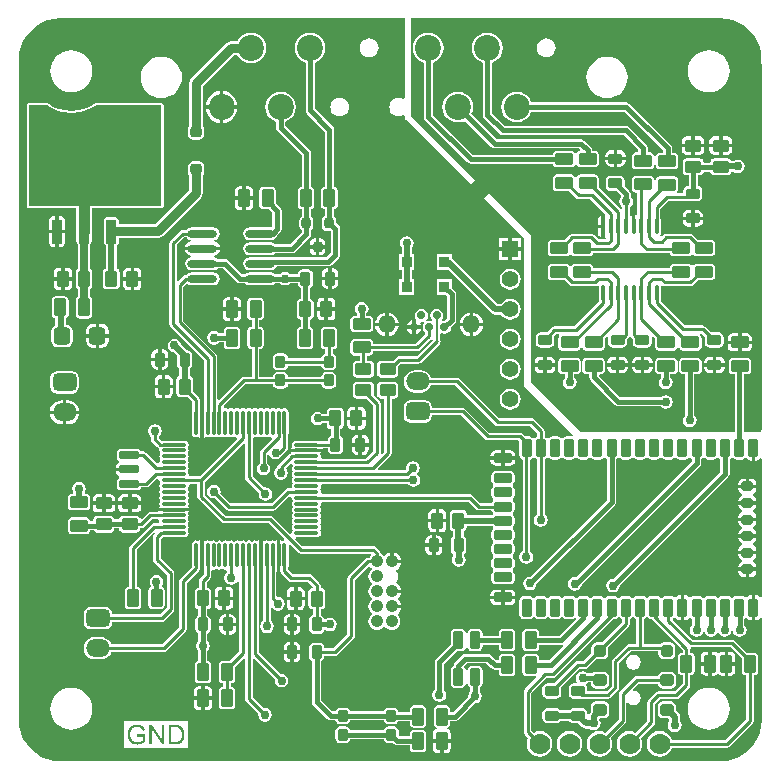
<source format=gtl>
G04 Layer_Physical_Order=1*
G04 Layer_Color=255*
%FSAX24Y24*%
%MOIN*%
G70*
G01*
G75*
%ADD10C,0.0100*%
%ADD11R,0.0354X0.0374*%
G04:AMPARAMS|DCode=12|XSize=59.1mil|YSize=39.4mil|CornerRadius=4.9mil|HoleSize=0mil|Usage=FLASHONLY|Rotation=90.000|XOffset=0mil|YOffset=0mil|HoleType=Round|Shape=RoundedRectangle|*
%AMROUNDEDRECTD12*
21,1,0.0591,0.0295,0,0,90.0*
21,1,0.0492,0.0394,0,0,90.0*
1,1,0.0098,0.0148,0.0246*
1,1,0.0098,0.0148,-0.0246*
1,1,0.0098,-0.0148,-0.0246*
1,1,0.0098,-0.0148,0.0246*
%
%ADD12ROUNDEDRECTD12*%
G04:AMPARAMS|DCode=13|XSize=40mil|YSize=55mil|CornerRadius=5mil|HoleSize=0mil|Usage=FLASHONLY|Rotation=0.000|XOffset=0mil|YOffset=0mil|HoleType=Round|Shape=RoundedRectangle|*
%AMROUNDEDRECTD13*
21,1,0.0400,0.0450,0,0,0.0*
21,1,0.0300,0.0550,0,0,0.0*
1,1,0.0100,0.0150,-0.0225*
1,1,0.0100,-0.0150,-0.0225*
1,1,0.0100,-0.0150,0.0225*
1,1,0.0100,0.0150,0.0225*
%
%ADD13ROUNDEDRECTD13*%
G04:AMPARAMS|DCode=14|XSize=47.2mil|YSize=35.4mil|CornerRadius=8.9mil|HoleSize=0mil|Usage=FLASHONLY|Rotation=90.000|XOffset=0mil|YOffset=0mil|HoleType=Round|Shape=RoundedRectangle|*
%AMROUNDEDRECTD14*
21,1,0.0472,0.0177,0,0,90.0*
21,1,0.0295,0.0354,0,0,90.0*
1,1,0.0177,0.0089,0.0148*
1,1,0.0177,0.0089,-0.0148*
1,1,0.0177,-0.0089,-0.0148*
1,1,0.0177,-0.0089,0.0148*
%
%ADD14ROUNDEDRECTD14*%
G04:AMPARAMS|DCode=15|XSize=47.2mil|YSize=35.4mil|CornerRadius=8.9mil|HoleSize=0mil|Usage=FLASHONLY|Rotation=0.000|XOffset=0mil|YOffset=0mil|HoleType=Round|Shape=RoundedRectangle|*
%AMROUNDEDRECTD15*
21,1,0.0472,0.0177,0,0,0.0*
21,1,0.0295,0.0354,0,0,0.0*
1,1,0.0177,0.0148,-0.0089*
1,1,0.0177,-0.0148,-0.0089*
1,1,0.0177,-0.0148,0.0089*
1,1,0.0177,0.0148,0.0089*
%
%ADD15ROUNDEDRECTD15*%
G04:AMPARAMS|DCode=16|XSize=35mil|YSize=40mil|CornerRadius=8.8mil|HoleSize=0mil|Usage=FLASHONLY|Rotation=180.000|XOffset=0mil|YOffset=0mil|HoleType=Round|Shape=RoundedRectangle|*
%AMROUNDEDRECTD16*
21,1,0.0350,0.0225,0,0,180.0*
21,1,0.0175,0.0400,0,0,180.0*
1,1,0.0175,-0.0088,0.0113*
1,1,0.0175,0.0088,0.0113*
1,1,0.0175,0.0088,-0.0113*
1,1,0.0175,-0.0088,-0.0113*
%
%ADD16ROUNDEDRECTD16*%
G04:AMPARAMS|DCode=17|XSize=59.1mil|YSize=55.1mil|CornerRadius=13.8mil|HoleSize=0mil|Usage=FLASHONLY|Rotation=90.000|XOffset=0mil|YOffset=0mil|HoleType=Round|Shape=RoundedRectangle|*
%AMROUNDEDRECTD17*
21,1,0.0591,0.0276,0,0,90.0*
21,1,0.0315,0.0551,0,0,90.0*
1,1,0.0276,0.0138,0.0157*
1,1,0.0276,0.0138,-0.0157*
1,1,0.0276,-0.0138,-0.0157*
1,1,0.0276,-0.0138,0.0157*
%
%ADD17ROUNDEDRECTD17*%
G04:AMPARAMS|DCode=18|XSize=35.4mil|YSize=82.7mil|CornerRadius=8.9mil|HoleSize=0mil|Usage=FLASHONLY|Rotation=180.000|XOffset=0mil|YOffset=0mil|HoleType=Round|Shape=RoundedRectangle|*
%AMROUNDEDRECTD18*
21,1,0.0354,0.0650,0,0,180.0*
21,1,0.0177,0.0827,0,0,180.0*
1,1,0.0177,-0.0089,0.0325*
1,1,0.0177,0.0089,0.0325*
1,1,0.0177,0.0089,-0.0325*
1,1,0.0177,-0.0089,-0.0325*
%
%ADD18ROUNDEDRECTD18*%
G04:AMPARAMS|DCode=19|XSize=126mil|YSize=82.7mil|CornerRadius=20.7mil|HoleSize=0mil|Usage=FLASHONLY|Rotation=180.000|XOffset=0mil|YOffset=0mil|HoleType=Round|Shape=RoundedRectangle|*
%AMROUNDEDRECTD19*
21,1,0.1260,0.0413,0,0,180.0*
21,1,0.0846,0.0827,0,0,180.0*
1,1,0.0413,-0.0423,0.0207*
1,1,0.0413,0.0423,0.0207*
1,1,0.0413,0.0423,-0.0207*
1,1,0.0413,-0.0423,-0.0207*
%
%ADD19ROUNDEDRECTD19*%
G04:AMPARAMS|DCode=20|XSize=35.4mil|YSize=37.4mil|CornerRadius=8.9mil|HoleSize=0mil|Usage=FLASHONLY|Rotation=270.000|XOffset=0mil|YOffset=0mil|HoleType=Round|Shape=RoundedRectangle|*
%AMROUNDEDRECTD20*
21,1,0.0354,0.0197,0,0,270.0*
21,1,0.0177,0.0374,0,0,270.0*
1,1,0.0177,-0.0098,-0.0089*
1,1,0.0177,-0.0098,0.0089*
1,1,0.0177,0.0098,0.0089*
1,1,0.0177,0.0098,-0.0089*
%
%ADD20ROUNDEDRECTD20*%
G04:AMPARAMS|DCode=21|XSize=31.5mil|YSize=35.4mil|CornerRadius=7.9mil|HoleSize=0mil|Usage=FLASHONLY|Rotation=0.000|XOffset=0mil|YOffset=0mil|HoleType=Round|Shape=RoundedRectangle|*
%AMROUNDEDRECTD21*
21,1,0.0315,0.0197,0,0,0.0*
21,1,0.0157,0.0354,0,0,0.0*
1,1,0.0157,0.0079,-0.0098*
1,1,0.0157,-0.0079,-0.0098*
1,1,0.0157,-0.0079,0.0098*
1,1,0.0157,0.0079,0.0098*
%
%ADD21ROUNDEDRECTD21*%
%ADD22O,0.0984X0.0276*%
G04:AMPARAMS|DCode=23|XSize=28mil|YSize=67mil|CornerRadius=7mil|HoleSize=0mil|Usage=FLASHONLY|Rotation=270.000|XOffset=0mil|YOffset=0mil|HoleType=Round|Shape=RoundedRectangle|*
%AMROUNDEDRECTD23*
21,1,0.0280,0.0530,0,0,270.0*
21,1,0.0140,0.0670,0,0,270.0*
1,1,0.0140,-0.0265,-0.0070*
1,1,0.0140,-0.0265,0.0070*
1,1,0.0140,0.0265,0.0070*
1,1,0.0140,0.0265,-0.0070*
%
%ADD23ROUNDEDRECTD23*%
G04:AMPARAMS|DCode=24|XSize=35.4mil|YSize=59.1mil|CornerRadius=8.9mil|HoleSize=0mil|Usage=FLASHONLY|Rotation=0.000|XOffset=0mil|YOffset=0mil|HoleType=Round|Shape=RoundedRectangle|*
%AMROUNDEDRECTD24*
21,1,0.0354,0.0413,0,0,0.0*
21,1,0.0177,0.0591,0,0,0.0*
1,1,0.0177,0.0089,-0.0207*
1,1,0.0177,-0.0089,-0.0207*
1,1,0.0177,-0.0089,0.0207*
1,1,0.0177,0.0089,0.0207*
%
%ADD24ROUNDEDRECTD24*%
G04:AMPARAMS|DCode=25|XSize=40mil|YSize=46mil|CornerRadius=10mil|HoleSize=0mil|Usage=FLASHONLY|Rotation=90.000|XOffset=0mil|YOffset=0mil|HoleType=Round|Shape=RoundedRectangle|*
%AMROUNDEDRECTD25*
21,1,0.0400,0.0260,0,0,90.0*
21,1,0.0200,0.0460,0,0,90.0*
1,1,0.0200,0.0130,0.0100*
1,1,0.0200,0.0130,-0.0100*
1,1,0.0200,-0.0130,-0.0100*
1,1,0.0200,-0.0130,0.0100*
%
%ADD25ROUNDEDRECTD25*%
G04:AMPARAMS|DCode=26|XSize=40mil|YSize=40mil|CornerRadius=10mil|HoleSize=0mil|Usage=FLASHONLY|Rotation=90.000|XOffset=0mil|YOffset=0mil|HoleType=Round|Shape=RoundedRectangle|*
%AMROUNDEDRECTD26*
21,1,0.0400,0.0200,0,0,90.0*
21,1,0.0200,0.0400,0,0,90.0*
1,1,0.0200,0.0100,0.0100*
1,1,0.0200,0.0100,-0.0100*
1,1,0.0200,-0.0100,-0.0100*
1,1,0.0200,-0.0100,0.0100*
%
%ADD26ROUNDEDRECTD26*%
G04:AMPARAMS|DCode=27|XSize=63mil|YSize=31.5mil|CornerRadius=7.9mil|HoleSize=0mil|Usage=FLASHONLY|Rotation=270.000|XOffset=0mil|YOffset=0mil|HoleType=Round|Shape=RoundedRectangle|*
%AMROUNDEDRECTD27*
21,1,0.0630,0.0157,0,0,270.0*
21,1,0.0472,0.0315,0,0,270.0*
1,1,0.0157,-0.0079,-0.0236*
1,1,0.0157,-0.0079,0.0236*
1,1,0.0157,0.0079,0.0236*
1,1,0.0157,0.0079,-0.0236*
%
%ADD27ROUNDEDRECTD27*%
G04:AMPARAMS|DCode=28|XSize=31.5mil|YSize=39.4mil|CornerRadius=7.9mil|HoleSize=0mil|Usage=FLASHONLY|Rotation=270.000|XOffset=0mil|YOffset=0mil|HoleType=Round|Shape=RoundedRectangle|*
%AMROUNDEDRECTD28*
21,1,0.0315,0.0236,0,0,270.0*
21,1,0.0157,0.0394,0,0,270.0*
1,1,0.0157,-0.0118,-0.0079*
1,1,0.0157,-0.0118,0.0079*
1,1,0.0157,0.0118,0.0079*
1,1,0.0157,0.0118,-0.0079*
%
%ADD28ROUNDEDRECTD28*%
G04:AMPARAMS|DCode=29|XSize=31.5mil|YSize=63mil|CornerRadius=7.9mil|HoleSize=0mil|Usage=FLASHONLY|Rotation=270.000|XOffset=0mil|YOffset=0mil|HoleType=Round|Shape=RoundedRectangle|*
%AMROUNDEDRECTD29*
21,1,0.0315,0.0472,0,0,270.0*
21,1,0.0157,0.0630,0,0,270.0*
1,1,0.0157,-0.0236,-0.0079*
1,1,0.0157,-0.0236,0.0079*
1,1,0.0157,0.0236,0.0079*
1,1,0.0157,0.0236,-0.0079*
%
%ADD29ROUNDEDRECTD29*%
%ADD30O,0.0118X0.0827*%
%ADD31O,0.0827X0.0118*%
G04:AMPARAMS|DCode=32|XSize=59.1mil|YSize=39.4mil|CornerRadius=4.9mil|HoleSize=0mil|Usage=FLASHONLY|Rotation=0.000|XOffset=0mil|YOffset=0mil|HoleType=Round|Shape=RoundedRectangle|*
%AMROUNDEDRECTD32*
21,1,0.0591,0.0295,0,0,0.0*
21,1,0.0492,0.0394,0,0,0.0*
1,1,0.0098,0.0246,-0.0148*
1,1,0.0098,-0.0246,-0.0148*
1,1,0.0098,-0.0246,0.0148*
1,1,0.0098,0.0246,0.0148*
%
%ADD32ROUNDEDRECTD32*%
G04:AMPARAMS|DCode=33|XSize=40mil|YSize=55mil|CornerRadius=5mil|HoleSize=0mil|Usage=FLASHONLY|Rotation=90.000|XOffset=0mil|YOffset=0mil|HoleType=Round|Shape=RoundedRectangle|*
%AMROUNDEDRECTD33*
21,1,0.0400,0.0450,0,0,90.0*
21,1,0.0300,0.0550,0,0,90.0*
1,1,0.0100,0.0225,0.0150*
1,1,0.0100,0.0225,-0.0150*
1,1,0.0100,-0.0225,-0.0150*
1,1,0.0100,-0.0225,0.0150*
%
%ADD33ROUNDEDRECTD33*%
%ADD34O,0.0138X0.0551*%
%ADD35C,0.0150*%
%ADD36C,0.0200*%
%ADD37C,0.0080*%
%ADD38C,0.0250*%
%ADD39C,0.0350*%
%ADD40C,0.0300*%
G04:AMPARAMS|DCode=41|XSize=59.1mil|YSize=78.7mil|CornerRadius=14.8mil|HoleSize=0mil|Usage=FLASHONLY|Rotation=90.000|XOffset=0mil|YOffset=0mil|HoleType=Round|Shape=RoundedRectangle|*
%AMROUNDEDRECTD41*
21,1,0.0591,0.0492,0,0,90.0*
21,1,0.0295,0.0787,0,0,90.0*
1,1,0.0295,0.0246,0.0148*
1,1,0.0295,0.0246,-0.0148*
1,1,0.0295,-0.0246,-0.0148*
1,1,0.0295,-0.0246,0.0148*
%
%ADD41ROUNDEDRECTD41*%
%ADD42O,0.0787X0.0591*%
%ADD43C,0.0700*%
%ADD44C,0.0050*%
%ADD45C,0.0866*%
%ADD46C,0.0413*%
%ADD47C,0.0413*%
%ADD48O,0.0591X0.0591*%
%ADD49C,0.0280*%
%ADD50C,0.0551*%
%ADD51R,0.0551X0.0551*%
%ADD52C,0.0300*%
G36*
X035117Y037667D02*
X035328Y037617D01*
X035528Y037533D01*
X035714Y037420D01*
X035879Y037279D01*
X036020Y037114D01*
X036133Y036928D01*
X036217Y036728D01*
X036267Y036517D01*
X036274Y036427D01*
X036283Y035920D01*
Y024037D01*
X036278Y023900D01*
X035687D01*
Y025818D01*
X035800D01*
X035849Y025828D01*
X035890Y025856D01*
X035917Y025897D01*
X035927Y025945D01*
Y026240D01*
X035917Y026289D01*
X035890Y026330D01*
X035849Y026357D01*
X035800Y026367D01*
X035308D01*
X035259Y026357D01*
X035218Y026330D01*
X035191Y026289D01*
X035181Y026240D01*
Y025945D01*
X035191Y025897D01*
X035218Y025856D01*
X035259Y025828D01*
X035308Y025818D01*
X035381D01*
Y023900D01*
X030240D01*
X030150Y023990D01*
X028590Y025550D01*
Y030440D01*
X027180Y031850D01*
X027030Y031700D01*
X028366Y030364D01*
X028366Y025414D01*
X029983Y023797D01*
X029958Y023751D01*
X029943Y023754D01*
X029786D01*
X029726Y023742D01*
X029675Y023708D01*
X029658Y023683D01*
X029599D01*
X029582Y023708D01*
X029531Y023742D01*
X029471Y023754D01*
X029314D01*
X029254Y023742D01*
X029203Y023708D01*
X029186Y023683D01*
X029127D01*
X029109Y023708D01*
X029059Y023742D01*
X029047Y023745D01*
Y023930D01*
X029038Y023979D01*
X029010Y024020D01*
X028710Y024320D01*
X028669Y024348D01*
X028620Y024357D01*
X027533D01*
X026220Y025670D01*
X026179Y025698D01*
X026130Y025707D01*
X025266D01*
X025242Y025767D01*
X025183Y025844D01*
X025105Y025903D01*
X025015Y025941D01*
X024918Y025953D01*
X024722D01*
X024625Y025941D01*
X024535Y025903D01*
X024457Y025844D01*
X024398Y025767D01*
X024361Y025677D01*
X024348Y025580D01*
X024361Y025483D01*
X024398Y025393D01*
X024457Y025316D01*
X024535Y025257D01*
X024625Y025219D01*
X024722Y025207D01*
X024918D01*
X025015Y025219D01*
X025105Y025257D01*
X025183Y025316D01*
X025242Y025393D01*
X025266Y025453D01*
X026077D01*
X027390Y024140D01*
X027431Y024112D01*
X027480Y024103D01*
X028567D01*
X028792Y023877D01*
Y023745D01*
X028781Y023742D01*
X028730Y023708D01*
X028713Y023683D01*
X028654D01*
X028637Y023708D01*
X028586Y023742D01*
X028526Y023754D01*
X028406D01*
X028320Y023840D01*
X028279Y023868D01*
X028230Y023877D01*
X027203D01*
X026410Y024670D01*
X026369Y024698D01*
X026320Y024707D01*
X025293D01*
Y024728D01*
X025276Y024815D01*
X025227Y024888D01*
X025153Y024937D01*
X025066Y024955D01*
X024574D01*
X024487Y024937D01*
X024413Y024888D01*
X024364Y024815D01*
X024347Y024728D01*
Y024432D01*
X024364Y024345D01*
X024413Y024272D01*
X024487Y024223D01*
X024574Y024205D01*
X025066D01*
X025153Y024223D01*
X025227Y024272D01*
X025276Y024345D01*
X025293Y024432D01*
Y024453D01*
X026267D01*
X027060Y023660D01*
X027101Y023632D01*
X027150Y023623D01*
X028177D01*
X028212Y023588D01*
Y023125D01*
X028224Y023065D01*
X028258Y023014D01*
X028309Y022980D01*
X028313Y022979D01*
Y019915D01*
X028278Y019892D01*
X028228Y019818D01*
X028211Y019730D01*
X028228Y019642D01*
X028278Y019568D01*
X028352Y019518D01*
X028440Y019501D01*
X028528Y019518D01*
X028602Y019568D01*
X028652Y019642D01*
X028669Y019730D01*
X028652Y019818D01*
X028602Y019892D01*
X028567Y019915D01*
Y022977D01*
X028586Y022980D01*
X028637Y023014D01*
X028654Y023040D01*
X028713D01*
X028730Y023014D01*
X028781Y022980D01*
X028792Y022978D01*
Y021146D01*
X028758Y021122D01*
X028708Y021048D01*
X028690Y020960D01*
X028708Y020872D01*
X028758Y020798D01*
X028832Y020748D01*
X028920Y020731D01*
X029008Y020748D01*
X029082Y020798D01*
X029132Y020872D01*
X029149Y020960D01*
X029132Y021048D01*
X029082Y021122D01*
X029047Y021146D01*
Y022978D01*
X029059Y022980D01*
X029109Y023014D01*
X029127Y023040D01*
X029186D01*
X029203Y023014D01*
X029254Y022980D01*
X029314Y022968D01*
X029471D01*
X029531Y022980D01*
X029582Y023014D01*
X029599Y023040D01*
X029658D01*
X029675Y023014D01*
X029726Y022980D01*
X029786Y022968D01*
X029943D01*
X030003Y022980D01*
X030054Y023014D01*
X030071Y023040D01*
X030130D01*
X030148Y023014D01*
X030198Y022980D01*
X030258Y022968D01*
X030416D01*
X030476Y022980D01*
X030527Y023014D01*
X030544Y023040D01*
X030603D01*
X030620Y023014D01*
X030671Y022980D01*
X030731Y022968D01*
X030888D01*
X030948Y022980D01*
X030999Y023014D01*
X031016Y023040D01*
X031075D01*
X031092Y023014D01*
X031129Y022990D01*
Y021635D01*
X028571Y019077D01*
X028560Y019079D01*
X028472Y019062D01*
X028398Y019012D01*
X028348Y018938D01*
X028331Y018850D01*
X028348Y018762D01*
X028398Y018688D01*
X028472Y018638D01*
X028560Y018621D01*
X028648Y018638D01*
X028722Y018688D01*
X028772Y018762D01*
X028789Y018850D01*
X028787Y018861D01*
X031390Y021464D01*
X031423Y021514D01*
X031435Y021572D01*
Y022990D01*
X031472Y023014D01*
X031489Y023040D01*
X031548D01*
X031565Y023014D01*
X031616Y022980D01*
X031676Y022968D01*
X031833D01*
X031893Y022980D01*
X031944Y023014D01*
X031961Y023040D01*
X032020D01*
X032037Y023014D01*
X032088Y022980D01*
X032148Y022968D01*
X032306D01*
X032366Y022980D01*
X032417Y023014D01*
X032434Y023040D01*
X032493D01*
X032510Y023014D01*
X032561Y022980D01*
X032621Y022968D01*
X032778D01*
X032838Y022980D01*
X032889Y023014D01*
X032906Y023040D01*
X032965D01*
X032982Y023014D01*
X033033Y022980D01*
X033093Y022968D01*
X033251D01*
X033311Y022980D01*
X033361Y023014D01*
X033379Y023040D01*
X033437D01*
X033455Y023014D01*
X033506Y022980D01*
X033566Y022968D01*
X033723D01*
X033783Y022980D01*
X033834Y023014D01*
X033851Y023040D01*
X033910D01*
X033927Y023014D01*
X033964Y022990D01*
Y022930D01*
X030095Y019061D01*
X030055Y019069D01*
X029967Y019052D01*
X029893Y019002D01*
X029843Y018928D01*
X029826Y018840D01*
X029843Y018752D01*
X029893Y018678D01*
X029967Y018628D01*
X030055Y018611D01*
X030143Y018628D01*
X030217Y018678D01*
X030267Y018752D01*
X030279Y018813D01*
X034225Y022759D01*
X034258Y022808D01*
X034270Y022867D01*
Y022990D01*
X034306Y023014D01*
X034323Y023040D01*
X034382D01*
X034400Y023014D01*
X034450Y022980D01*
X034510Y022968D01*
X034668D01*
X034728Y022980D01*
X034779Y023014D01*
X034796Y023040D01*
X034855D01*
X034872Y023014D01*
X034909Y022990D01*
Y022575D01*
X031340Y019007D01*
X031329Y019009D01*
X031242Y018991D01*
X031167Y018942D01*
X031117Y018867D01*
X031100Y018779D01*
X031117Y018692D01*
X031167Y018617D01*
X031242Y018567D01*
X031329Y018550D01*
X031417Y018567D01*
X031492Y018617D01*
X031541Y018692D01*
X031559Y018779D01*
X031557Y018790D01*
X035170Y022403D01*
X035203Y022453D01*
X035215Y022512D01*
Y022990D01*
X035251Y023014D01*
X035268Y023040D01*
X035327D01*
X035344Y023014D01*
X035395Y022980D01*
X035455Y022968D01*
X035613D01*
X035673Y022980D01*
X035724Y023014D01*
X035725Y023017D01*
X035785Y023017D01*
X035799Y022996D01*
X035858Y022957D01*
X035928Y022943D01*
X035946D01*
Y023361D01*
X036066D01*
Y022943D01*
X036085D01*
X036155Y022957D01*
X036214Y022996D01*
X036233Y023024D01*
X036283Y023009D01*
Y018399D01*
X036233Y018383D01*
X036214Y018411D01*
X036155Y018451D01*
X036085Y018465D01*
X036066D01*
Y018046D01*
Y017628D01*
X036085D01*
X036155Y017642D01*
X036214Y017681D01*
X036233Y017709D01*
X036283Y017694D01*
Y014300D01*
X036284Y014295D01*
X036267Y014083D01*
X036217Y013872D01*
X036133Y013672D01*
X036020Y013486D01*
X035879Y013321D01*
X035714Y013180D01*
X035528Y013067D01*
X035328Y012983D01*
X035117Y012933D01*
X034905Y012916D01*
X034900Y012917D01*
X012900D01*
X012895Y012916D01*
X012683Y012933D01*
X012472Y012983D01*
X012272Y013067D01*
X012086Y013180D01*
X011921Y013321D01*
X011780Y013486D01*
X011667Y013672D01*
X011583Y013872D01*
X011533Y014083D01*
X011516Y014295D01*
X011517Y014300D01*
Y036300D01*
X011516Y036305D01*
X011533Y036517D01*
X011583Y036728D01*
X011667Y036928D01*
X011780Y037114D01*
X011921Y037279D01*
X012086Y037420D01*
X012272Y037533D01*
X012472Y037617D01*
X012683Y037667D01*
X012895Y037684D01*
X012900Y037683D01*
X024390D01*
Y035022D01*
X024345Y035000D01*
X024341Y035003D01*
X024265Y035035D01*
X024184Y035045D01*
X024103Y035035D01*
X024027Y035003D01*
X023962Y034953D01*
X023912Y034888D01*
X023881Y034813D01*
X023870Y034732D01*
X023881Y034650D01*
X023912Y034575D01*
X023962Y034510D01*
X024027Y034460D01*
X024103Y034428D01*
X024184Y034418D01*
X024265Y034428D01*
X024341Y034460D01*
X024345Y034463D01*
X024390Y034441D01*
Y034340D01*
X026580Y032150D01*
X026730Y032300D01*
X024600Y034430D01*
X024600Y037683D01*
X034900D01*
X034905Y037684D01*
X035117Y037667D01*
D02*
G37*
%LPC*%
G36*
X035750Y022343D02*
X035691D01*
X035622Y022329D01*
X035563Y022289D01*
X035523Y022230D01*
X035509Y022160D01*
Y022142D01*
X035750D01*
Y022343D01*
D02*
G37*
G36*
X035928D02*
X035870D01*
Y022142D01*
X036110D01*
Y022160D01*
X036096Y022230D01*
X036057Y022289D01*
X035997Y022329D01*
X035928Y022343D01*
D02*
G37*
G36*
X027600Y022967D02*
X027242D01*
Y022948D01*
X027255Y022878D01*
X027295Y022819D01*
X027354Y022780D01*
X027424Y022766D01*
X027600D01*
Y022967D01*
D02*
G37*
G36*
X036110Y022022D02*
X035509D01*
Y022003D01*
X035523Y021933D01*
X035563Y021874D01*
X035622Y021835D01*
X035637Y021832D01*
Y021781D01*
X035622Y021778D01*
X035563Y021738D01*
X035523Y021679D01*
X035509Y021609D01*
Y021591D01*
X036110D01*
Y021609D01*
X036096Y021679D01*
X036057Y021738D01*
X035997Y021778D01*
X035982Y021781D01*
Y021832D01*
X035997Y021835D01*
X036057Y021874D01*
X036096Y021933D01*
X036110Y022003D01*
Y022022D01*
D02*
G37*
G36*
X014585Y021823D02*
X014420D01*
Y021580D01*
X014738D01*
Y021670D01*
X014726Y021729D01*
X014693Y021778D01*
X014644Y021811D01*
X014585Y021823D01*
D02*
G37*
G36*
X015160D02*
X014995D01*
X014936Y021811D01*
X014887Y021778D01*
X014854Y021729D01*
X014842Y021670D01*
Y021580D01*
X015160D01*
Y021823D01*
D02*
G37*
G36*
X015445D02*
X015280D01*
Y021580D01*
X015598D01*
Y021670D01*
X015586Y021729D01*
X015553Y021778D01*
X015504Y021811D01*
X015445Y021823D01*
D02*
G37*
G36*
X022843Y023410D02*
X022623D01*
Y023322D01*
X022637Y023249D01*
X022679Y023186D01*
X022741Y023145D01*
X022815Y023130D01*
X022843D01*
Y023410D01*
D02*
G37*
G36*
X023184D02*
X022963D01*
Y023130D01*
X022992D01*
X023066Y023145D01*
X023128Y023186D01*
X023170Y023249D01*
X023184Y023322D01*
Y023410D01*
D02*
G37*
G36*
X022843Y023810D02*
X022815D01*
X022741Y023795D01*
X022679Y023754D01*
X022637Y023691D01*
X022623Y023618D01*
Y023530D01*
X022843D01*
Y023810D01*
D02*
G37*
G36*
X027896Y023288D02*
X027720D01*
Y023087D01*
X028078D01*
Y023105D01*
X028065Y023175D01*
X028025Y023234D01*
X027966Y023274D01*
X027896Y023288D01*
D02*
G37*
G36*
X022992Y023810D02*
X022963D01*
Y023530D01*
X023184D01*
Y023618D01*
X023170Y023691D01*
X023128Y023754D01*
X023066Y023795D01*
X022992Y023810D01*
D02*
G37*
G36*
X028078Y022967D02*
X027720D01*
Y022766D01*
X027896D01*
X027966Y022780D01*
X028025Y022819D01*
X028065Y022878D01*
X028078Y022948D01*
Y022967D01*
D02*
G37*
G36*
X027600Y023288D02*
X027424D01*
X027354Y023274D01*
X027295Y023234D01*
X027255Y023175D01*
X027242Y023105D01*
Y023087D01*
X027600D01*
Y023288D01*
D02*
G37*
G36*
X014300Y021823D02*
X014135D01*
X014076Y021811D01*
X014027Y021778D01*
X013994Y021729D01*
X013982Y021670D01*
Y021580D01*
X014300D01*
Y021823D01*
D02*
G37*
G36*
X025778Y020880D02*
X025535D01*
Y020562D01*
X025625D01*
X025684Y020574D01*
X025734Y020607D01*
X025767Y020656D01*
X025778Y020715D01*
Y020880D01*
D02*
G37*
G36*
X025415Y021318D02*
X025325D01*
X025267Y021306D01*
X025217Y021273D01*
X025184Y021224D01*
X025173Y021165D01*
Y021000D01*
X025415D01*
Y021318D01*
D02*
G37*
G36*
X025625D02*
X025535D01*
Y021000D01*
X025778D01*
Y021165D01*
X025767Y021224D01*
X025734Y021273D01*
X025684Y021306D01*
X025625Y021318D01*
D02*
G37*
G36*
X025415Y020880D02*
X025173D01*
Y020715D01*
X025184Y020656D01*
X025217Y020607D01*
X025267Y020574D01*
X025325Y020562D01*
X025415D01*
Y020880D01*
D02*
G37*
G36*
X019529Y020300D02*
X019527Y020299D01*
X019474Y020264D01*
X019465Y020262D01*
X019444Y020276D01*
X019392Y020286D01*
X019340Y020276D01*
X019295Y020246D01*
X019292D01*
X019248Y020276D01*
X019195Y020286D01*
X019143Y020276D01*
X019099Y020246D01*
X019095D01*
X019051Y020276D01*
X018998Y020286D01*
X018946Y020276D01*
X018941Y020272D01*
X018900Y020247D01*
X018859Y020272D01*
X018854Y020276D01*
X018802Y020286D01*
X018749Y020276D01*
X018705Y020246D01*
X018701D01*
X018657Y020276D01*
X018605Y020286D01*
X018552Y020276D01*
X018547Y020272D01*
X018506Y020247D01*
X018465Y020272D01*
X018460Y020276D01*
X018408Y020286D01*
X018356Y020276D01*
X018311Y020246D01*
X018308D01*
X018263Y020276D01*
X018211Y020286D01*
X018159Y020276D01*
X018114Y020246D01*
X018111D01*
X018066Y020276D01*
X018014Y020286D01*
X017962Y020276D01*
X017957Y020272D01*
X017916Y020247D01*
X017875Y020272D01*
X017870Y020276D01*
X017817Y020286D01*
X017765Y020276D01*
X017745Y020262D01*
X017735Y020264D01*
X017683Y020299D01*
X017680Y020300D01*
Y019795D01*
Y019249D01*
X017690Y019242D01*
Y019150D01*
X017568Y019028D01*
X017540Y018987D01*
X017530Y018938D01*
Y018702D01*
X017508D01*
X017459Y018693D01*
X017418Y018665D01*
X017390Y018624D01*
X017380Y018575D01*
Y018125D01*
X017390Y018076D01*
X017418Y018035D01*
X017459Y018007D01*
X017505Y017998D01*
Y017781D01*
X017451Y017746D01*
X017415Y017691D01*
X017403Y017628D01*
Y017332D01*
X017415Y017269D01*
X017451Y017214D01*
X017505Y017179D01*
Y016928D01*
X017496Y016922D01*
X017446Y016848D01*
X017429Y016760D01*
X017446Y016672D01*
X017496Y016598D01*
X017505Y016592D01*
Y016260D01*
X017470Y016253D01*
X017429Y016226D01*
X017402Y016185D01*
X017392Y016136D01*
Y015644D01*
X017402Y015595D01*
X017429Y015554D01*
X017470Y015527D01*
X017519Y015517D01*
X017814D01*
X017862Y015527D01*
X017903Y015554D01*
X017931Y015595D01*
X017941Y015644D01*
Y016136D01*
X017931Y016185D01*
X017903Y016226D01*
X017862Y016253D01*
X017814Y016263D01*
X017811D01*
Y016592D01*
X017820Y016598D01*
X017870Y016672D01*
X017887Y016760D01*
X017870Y016848D01*
X017820Y016922D01*
X017811Y016928D01*
Y017179D01*
X017864Y017214D01*
X017901Y017269D01*
X017913Y017332D01*
Y017628D01*
X017901Y017691D01*
X017864Y017746D01*
X017811Y017781D01*
Y017998D01*
X017857Y018007D01*
X017898Y018035D01*
X017926Y018076D01*
X017935Y018125D01*
Y018575D01*
X017926Y018624D01*
X017898Y018665D01*
X017857Y018693D01*
X017808Y018702D01*
X017785D01*
Y018885D01*
X017907Y019007D01*
X017935Y019049D01*
X017945Y019097D01*
Y019271D01*
X017995Y019308D01*
X018014Y019304D01*
X018066Y019315D01*
X018111Y019344D01*
X018114D01*
X018159Y019315D01*
X018211Y019304D01*
X018263Y019315D01*
X018308Y019344D01*
X018311D01*
X018356Y019315D01*
X018408Y019304D01*
X018427Y019308D01*
X018477Y019271D01*
Y019215D01*
X018443Y019192D01*
X018393Y019118D01*
X018375Y019030D01*
X018393Y018942D01*
X018443Y018868D01*
X018517Y018818D01*
X018605Y018801D01*
X018693Y018818D01*
X018767Y018868D01*
X018817Y018942D01*
X018821Y018964D01*
X018871Y018959D01*
Y016581D01*
X018552Y016263D01*
X018306D01*
X018258Y016253D01*
X018217Y016226D01*
X018189Y016185D01*
X018179Y016136D01*
Y015644D01*
X018189Y015595D01*
X018217Y015554D01*
X018258Y015527D01*
X018306Y015517D01*
X018324D01*
Y015393D01*
X018306D01*
X018258Y015383D01*
X018217Y015356D01*
X018189Y015315D01*
X018179Y015266D01*
Y014774D01*
X018189Y014725D01*
X018217Y014684D01*
X018258Y014657D01*
X018306Y014647D01*
X018601D01*
X018650Y014657D01*
X018691Y014684D01*
X018718Y014725D01*
X018728Y014774D01*
Y015266D01*
X018718Y015315D01*
X018691Y015356D01*
X018650Y015383D01*
X018601Y015393D01*
X018579D01*
Y015517D01*
X018601D01*
X018650Y015527D01*
X018691Y015554D01*
X018718Y015595D01*
X018728Y015644D01*
Y016078D01*
X019022Y016371D01*
X019068Y016352D01*
Y015005D01*
X019078Y014956D01*
X019105Y014915D01*
X019509Y014511D01*
X019501Y014470D01*
X019518Y014382D01*
X019568Y014308D01*
X019642Y014258D01*
X019730Y014241D01*
X019818Y014258D01*
X019892Y014308D01*
X019942Y014382D01*
X019959Y014470D01*
X019942Y014558D01*
X019892Y014632D01*
X019818Y014682D01*
X019730Y014699D01*
X019689Y014691D01*
X019323Y015058D01*
Y016322D01*
X019369Y016341D01*
X020059Y015651D01*
X020051Y015610D01*
X020068Y015522D01*
X020118Y015448D01*
X020192Y015398D01*
X020280Y015381D01*
X020368Y015398D01*
X020442Y015448D01*
X020492Y015522D01*
X020509Y015610D01*
X020492Y015698D01*
X020442Y015772D01*
X020368Y015822D01*
X020280Y015839D01*
X020239Y015831D01*
X019520Y016551D01*
Y019242D01*
X019529Y019249D01*
Y019795D01*
Y020300D01*
D02*
G37*
G36*
X020120D02*
X020117Y020299D01*
X020065Y020264D01*
X020055Y020262D01*
X020035Y020276D01*
X019983Y020286D01*
X019930Y020276D01*
X019925Y020272D01*
X019884Y020247D01*
X019843Y020272D01*
X019838Y020276D01*
X019786Y020286D01*
X019734Y020276D01*
X019713Y020262D01*
X019704Y020264D01*
X019651Y020299D01*
X019649Y020300D01*
Y019795D01*
Y019249D01*
X019658Y019242D01*
Y017596D01*
X019638Y017582D01*
X019588Y017508D01*
X019571Y017420D01*
X019588Y017332D01*
X019638Y017258D01*
X019712Y017208D01*
X019800Y017191D01*
X019888Y017208D01*
X019962Y017258D01*
X020012Y017332D01*
X020029Y017420D01*
X020012Y017508D01*
X019962Y017582D01*
X019913Y017615D01*
Y018044D01*
X019963Y018059D01*
X019998Y018008D01*
X020072Y017958D01*
X020160Y017941D01*
X020248Y017958D01*
X020322Y018008D01*
X020372Y018082D01*
X020389Y018170D01*
X020372Y018258D01*
X020322Y018332D01*
X020248Y018382D01*
X020160Y018399D01*
X020160Y018399D01*
X020110Y018440D01*
Y019242D01*
X020120Y019249D01*
Y019795D01*
Y020300D01*
D02*
G37*
G36*
X036110Y020919D02*
X035509D01*
Y020901D01*
X035523Y020831D01*
X035563Y020772D01*
X035622Y020732D01*
X035637Y020729D01*
Y020678D01*
X035622Y020675D01*
X035563Y020636D01*
X035523Y020577D01*
X035509Y020507D01*
Y020488D01*
X036110D01*
Y020507D01*
X036096Y020577D01*
X036057Y020636D01*
X035997Y020675D01*
X035982Y020678D01*
Y020729D01*
X035997Y020732D01*
X036057Y020772D01*
X036096Y020831D01*
X036110Y020901D01*
Y020919D01*
D02*
G37*
G36*
X015160Y021460D02*
X014842D01*
Y021370D01*
X014854Y021311D01*
X014887Y021262D01*
X014936Y021229D01*
X014995Y021217D01*
X015160D01*
Y021460D01*
D02*
G37*
G36*
X015598D02*
X015280D01*
Y021217D01*
X015445D01*
X015504Y021229D01*
X015553Y021262D01*
X015586Y021311D01*
X015598Y021370D01*
Y021460D01*
D02*
G37*
G36*
X013530Y022239D02*
X013442Y022222D01*
X013368Y022172D01*
X013318Y022098D01*
X013301Y022010D01*
X013318Y021922D01*
X013341Y021888D01*
X013319Y021838D01*
X013284D01*
X013235Y021828D01*
X013194Y021801D01*
X013167Y021760D01*
X013157Y021711D01*
Y021416D01*
X013167Y021368D01*
X013194Y021327D01*
X013235Y021299D01*
X013284Y021289D01*
X013776D01*
X013825Y021299D01*
X013866Y021327D01*
X013893Y021368D01*
X013903Y021416D01*
Y021711D01*
X013893Y021760D01*
X013866Y021801D01*
X013825Y021828D01*
X013776Y021838D01*
X013741D01*
X013719Y021888D01*
X013742Y021922D01*
X013759Y022010D01*
X013742Y022098D01*
X013692Y022172D01*
X013618Y022222D01*
X013530Y022239D01*
D02*
G37*
G36*
X014738Y021460D02*
X014420D01*
Y021217D01*
X014585D01*
X014644Y021229D01*
X014693Y021262D01*
X014726Y021311D01*
X014738Y021370D01*
Y021460D01*
D02*
G37*
G36*
X017200Y021251D02*
X016149D01*
X016142Y021242D01*
X015904D01*
X015855Y021232D01*
X015814Y021204D01*
X015616Y021006D01*
X015564Y021018D01*
X015561Y021022D01*
X015535Y021060D01*
X015494Y021088D01*
X015445Y021097D01*
X014995D01*
X014946Y021088D01*
X014905Y021060D01*
X014877Y021019D01*
X014873Y020998D01*
X014707D01*
X014703Y021019D01*
X014675Y021060D01*
X014634Y021088D01*
X014585Y021097D01*
X014135D01*
X014086Y021088D01*
X014045Y021060D01*
X014017Y021019D01*
X014008Y020970D01*
Y020929D01*
X013902D01*
X013893Y020972D01*
X013866Y021013D01*
X013825Y021041D01*
X013776Y021051D01*
X013284D01*
X013235Y021041D01*
X013194Y021013D01*
X013167Y020972D01*
X013157Y020924D01*
Y020629D01*
X013167Y020580D01*
X013194Y020539D01*
X013235Y020512D01*
X013284Y020502D01*
X013776D01*
X013825Y020512D01*
X013866Y020539D01*
X013893Y020580D01*
X013902Y020623D01*
X014017D01*
X014017Y020621D01*
X014045Y020580D01*
X014086Y020552D01*
X014135Y020543D01*
X014585D01*
X014634Y020552D01*
X014675Y020580D01*
X014703Y020621D01*
X014712Y020670D01*
Y020692D01*
X014868D01*
Y020670D01*
X014877Y020621D01*
X014905Y020580D01*
X014946Y020552D01*
X014995Y020543D01*
X015445D01*
X015494Y020552D01*
X015535Y020580D01*
X015563Y020621D01*
X015572Y020670D01*
Y020688D01*
X015606D01*
X015654Y020698D01*
X015696Y020726D01*
X015957Y020987D01*
X016171D01*
X016208Y020937D01*
X016204Y020917D01*
X016208Y020898D01*
X016171Y020848D01*
X016020D01*
X015972Y020838D01*
X015930Y020811D01*
X015246Y020126D01*
X015218Y020085D01*
X015209Y020036D01*
Y018733D01*
X015179D01*
X015130Y018723D01*
X015089Y018696D01*
X015062Y018655D01*
X015052Y018606D01*
Y018114D01*
X015062Y018065D01*
X015089Y018024D01*
X015130Y017997D01*
X015179Y017987D01*
X015474D01*
X015522Y017997D01*
X015563Y018024D01*
X015591Y018065D01*
X015601Y018114D01*
Y018606D01*
X015591Y018655D01*
X015563Y018696D01*
X015522Y018723D01*
X015474Y018733D01*
X015464D01*
Y019983D01*
X016045Y020565D01*
X016052Y020563D01*
X016069Y020509D01*
X016040Y020480D01*
X016012Y020439D01*
X016003Y020390D01*
Y019640D01*
X016012Y019591D01*
X016040Y019550D01*
X016453Y019137D01*
Y018033D01*
X016237Y017817D01*
X014633D01*
Y017838D01*
X014616Y017925D01*
X014567Y017998D01*
X014493Y018047D01*
X014406Y018065D01*
X013914D01*
X013827Y018047D01*
X013753Y017998D01*
X013704Y017925D01*
X013687Y017838D01*
Y017542D01*
X013704Y017455D01*
X013753Y017382D01*
X013827Y017333D01*
X013914Y017315D01*
X014406D01*
X014493Y017333D01*
X014567Y017382D01*
X014616Y017455D01*
X014633Y017542D01*
Y017563D01*
X016290D01*
X016339Y017572D01*
X016380Y017600D01*
X016670Y017890D01*
X016698Y017931D01*
X016707Y017980D01*
Y019190D01*
X016698Y019239D01*
X016670Y019280D01*
X016257Y019693D01*
Y020337D01*
X016313Y020393D01*
X016341Y020387D01*
X017050D01*
X017102Y020397D01*
X017146Y020427D01*
X017176Y020471D01*
X017186Y020524D01*
X017176Y020576D01*
X017146Y020620D01*
Y020624D01*
X017176Y020668D01*
X017186Y020720D01*
X017176Y020773D01*
X017146Y020817D01*
Y020821D01*
X017176Y020865D01*
X017186Y020917D01*
X017176Y020970D01*
X017172Y020975D01*
X017147Y021016D01*
X017172Y021057D01*
X017176Y021062D01*
X017186Y021114D01*
X017176Y021166D01*
X017162Y021187D01*
X017164Y021196D01*
X017199Y021249D01*
X017200Y021251D01*
D02*
G37*
G36*
X036110Y021471D02*
X035509D01*
Y021452D01*
X035523Y021382D01*
X035563Y021323D01*
X035622Y021283D01*
X035637Y021280D01*
Y021229D01*
X035622Y021226D01*
X035563Y021187D01*
X035523Y021128D01*
X035509Y021058D01*
Y021039D01*
X036110D01*
Y021058D01*
X036096Y021128D01*
X036057Y021187D01*
X035997Y021226D01*
X035982Y021229D01*
Y021280D01*
X035997Y021283D01*
X036057Y021323D01*
X036096Y021382D01*
X036110Y021452D01*
Y021471D01*
D02*
G37*
G36*
X014300Y021460D02*
X013982D01*
Y021370D01*
X013994Y021311D01*
X014027Y021262D01*
X014076Y021229D01*
X014135Y021217D01*
X014300D01*
Y021460D01*
D02*
G37*
G36*
X016502Y025788D02*
X016412D01*
Y025470D01*
X016655D01*
Y025635D01*
X016644Y025694D01*
X016611Y025743D01*
X016561Y025776D01*
X016502Y025788D01*
D02*
G37*
G36*
X027900Y026344D02*
X027808Y026332D01*
X027723Y026296D01*
X027650Y026240D01*
X027594Y026167D01*
X027558Y026082D01*
X027546Y025990D01*
X027558Y025898D01*
X027594Y025813D01*
X027650Y025740D01*
X027723Y025684D01*
X027808Y025648D01*
X027900Y025636D01*
X027992Y025648D01*
X028077Y025684D01*
X028150Y025740D01*
X028206Y025813D01*
X028242Y025898D01*
X028254Y025990D01*
X028242Y026082D01*
X028206Y026167D01*
X028150Y026240D01*
X028077Y026296D01*
X027992Y026332D01*
X027900Y026344D01*
D02*
G37*
G36*
X029001Y026072D02*
X028721D01*
Y026044D01*
X028735Y025970D01*
X028777Y025908D01*
X028839Y025866D01*
X028913Y025851D01*
X029001D01*
Y026072D01*
D02*
G37*
G36*
X016292Y025788D02*
X016202D01*
X016144Y025776D01*
X016094Y025743D01*
X016061Y025694D01*
X016049Y025635D01*
Y025470D01*
X016292D01*
Y025788D01*
D02*
G37*
G36*
X013296Y025925D02*
X012804D01*
X012717Y025907D01*
X012643Y025858D01*
X012594Y025785D01*
X012577Y025698D01*
Y025402D01*
X012594Y025315D01*
X012643Y025242D01*
X012717Y025193D01*
X012804Y025175D01*
X013296D01*
X013383Y025193D01*
X013457Y025242D01*
X013506Y025315D01*
X013523Y025402D01*
Y025698D01*
X013506Y025785D01*
X013457Y025858D01*
X013383Y025907D01*
X013296Y025925D01*
D02*
G37*
G36*
X030125Y026367D02*
X029633D01*
X029584Y026357D01*
X029543Y026330D01*
X029516Y026289D01*
X029506Y026240D01*
Y025945D01*
X029516Y025897D01*
X029543Y025856D01*
X029584Y025828D01*
X029633Y025818D01*
X029736D01*
Y025718D01*
X029727Y025712D01*
X029677Y025638D01*
X029659Y025550D01*
X029677Y025462D01*
X029727Y025388D01*
X029801Y025338D01*
X029889Y025321D01*
X029977Y025338D01*
X030051Y025388D01*
X030101Y025462D01*
X030118Y025550D01*
X030101Y025638D01*
X030051Y025712D01*
X030042Y025718D01*
Y025818D01*
X030125D01*
X030173Y025828D01*
X030214Y025856D01*
X030242Y025897D01*
X030251Y025945D01*
Y026240D01*
X030242Y026289D01*
X030214Y026330D01*
X030173Y026357D01*
X030125Y026367D01*
D02*
G37*
G36*
X033355D02*
X032863D01*
X032814Y026357D01*
X032773Y026330D01*
X032746Y026289D01*
X032736Y026240D01*
Y025945D01*
X032746Y025897D01*
X032773Y025856D01*
X032814Y025828D01*
X032863Y025818D01*
X032936D01*
Y025718D01*
X032927Y025712D01*
X032877Y025638D01*
X032859Y025550D01*
X032877Y025462D01*
X032927Y025388D01*
X033001Y025338D01*
X033089Y025321D01*
X033177Y025338D01*
X033251Y025388D01*
X033301Y025462D01*
X033318Y025550D01*
X033301Y025638D01*
X033251Y025712D01*
X033242Y025718D01*
Y025818D01*
X033355D01*
X033403Y025828D01*
X033444Y025856D01*
X033472Y025897D01*
X033481Y025945D01*
Y026240D01*
X033472Y026289D01*
X033444Y026330D01*
X033403Y026357D01*
X033355Y026367D01*
D02*
G37*
G36*
X032649Y026072D02*
X032369D01*
Y025851D01*
X032456D01*
X032530Y025866D01*
X032592Y025908D01*
X032634Y025970D01*
X032649Y026044D01*
Y026072D01*
D02*
G37*
G36*
X034649D02*
X034369D01*
Y026044D01*
X034383Y025970D01*
X034425Y025908D01*
X034488Y025866D01*
X034561Y025851D01*
X034649D01*
Y026072D01*
D02*
G37*
G36*
X035049D02*
X034769D01*
Y025851D01*
X034856D01*
X034930Y025866D01*
X034992Y025908D01*
X035034Y025970D01*
X035049Y026044D01*
Y026072D01*
D02*
G37*
G36*
X032249D02*
X031969D01*
Y026044D01*
X031983Y025970D01*
X032025Y025908D01*
X032088Y025866D01*
X032161Y025851D01*
X032249D01*
Y026072D01*
D02*
G37*
G36*
X029401D02*
X029121D01*
Y025851D01*
X029208D01*
X029282Y025866D01*
X029344Y025908D01*
X029386Y025970D01*
X029401Y026044D01*
Y026072D01*
D02*
G37*
G36*
X031419D02*
X031139D01*
Y026044D01*
X031153Y025970D01*
X031195Y025908D01*
X031258Y025866D01*
X031331Y025851D01*
X031419D01*
Y026072D01*
D02*
G37*
G36*
X031819D02*
X031539D01*
Y025851D01*
X031626D01*
X031700Y025866D01*
X031762Y025908D01*
X031804Y025970D01*
X031819Y026044D01*
Y026072D01*
D02*
G37*
G36*
X016655Y025350D02*
X016412D01*
Y025032D01*
X016502D01*
X016561Y025044D01*
X016611Y025077D01*
X016644Y025126D01*
X016655Y025185D01*
Y025350D01*
D02*
G37*
G36*
X012990Y024490D02*
X012561D01*
X012566Y024447D01*
X012606Y024351D01*
X012670Y024268D01*
X012752Y024205D01*
X012848Y024165D01*
X012952Y024151D01*
X012990D01*
Y024490D01*
D02*
G37*
G36*
X013539D02*
X013110D01*
Y024151D01*
X013148D01*
X013252Y024165D01*
X013348Y024205D01*
X013430Y024268D01*
X013494Y024351D01*
X013534Y024447D01*
X013539Y024490D01*
D02*
G37*
G36*
X022717Y024728D02*
X022627D01*
X022568Y024716D01*
X022518Y024683D01*
X022485Y024634D01*
X022474Y024575D01*
Y024410D01*
X022717D01*
Y024728D01*
D02*
G37*
G36*
X034155Y026367D02*
X033663D01*
X033614Y026357D01*
X033573Y026330D01*
X033546Y026289D01*
X033536Y026240D01*
Y025945D01*
X033546Y025897D01*
X033573Y025856D01*
X033614Y025828D01*
X033663Y025818D01*
X033737D01*
Y024448D01*
X033728Y024442D01*
X033678Y024368D01*
X033661Y024280D01*
X033678Y024192D01*
X033728Y024118D01*
X033802Y024068D01*
X033890Y024051D01*
X033978Y024068D01*
X034052Y024118D01*
X034102Y024192D01*
X034119Y024280D01*
X034102Y024368D01*
X034052Y024442D01*
X034043Y024448D01*
Y025818D01*
X034155D01*
X034203Y025828D01*
X034244Y025856D01*
X034272Y025897D01*
X034281Y025945D01*
Y026240D01*
X034272Y026289D01*
X034244Y026330D01*
X034203Y026357D01*
X034155Y026367D01*
D02*
G37*
G36*
X016710Y027009D02*
X016622Y026992D01*
X016548Y026942D01*
X016498Y026868D01*
X016481Y026780D01*
X016498Y026692D01*
X016548Y026618D01*
X016622Y026568D01*
X016681Y026556D01*
X016797Y026441D01*
Y026162D01*
X016810Y026099D01*
X016846Y026044D01*
X016874Y026026D01*
Y025757D01*
X016854Y025753D01*
X016812Y025725D01*
X016785Y025684D01*
X016775Y025635D01*
Y025185D01*
X016785Y025136D01*
X016812Y025095D01*
X016854Y025067D01*
X016902Y025058D01*
X017153D01*
X017296Y024915D01*
Y024605D01*
X017287Y024559D01*
Y023850D01*
X017297Y023798D01*
X017327Y023754D01*
X017371Y023724D01*
X017424Y023714D01*
X017476Y023724D01*
X017496Y023738D01*
X017506Y023736D01*
X017558Y023701D01*
X017560Y023700D01*
Y024205D01*
Y024751D01*
X017551Y024758D01*
Y024968D01*
X017541Y025016D01*
X017514Y025058D01*
X017330Y025242D01*
Y025635D01*
X017320Y025684D01*
X017293Y025725D01*
X017251Y025753D01*
X017231Y025757D01*
Y026026D01*
X017259Y026044D01*
X017295Y026099D01*
X017308Y026162D01*
Y026458D01*
X017295Y026521D01*
X017259Y026576D01*
X017205Y026612D01*
X017141Y026624D01*
X017118D01*
X016934Y026809D01*
X016922Y026868D01*
X016872Y026942D01*
X016798Y026992D01*
X016710Y027009D01*
D02*
G37*
G36*
X022717Y024290D02*
X022474D01*
Y024125D01*
X022485Y024066D01*
X022518Y024017D01*
X022568Y023984D01*
X022627Y023972D01*
X022717D01*
Y024290D01*
D02*
G37*
G36*
X023080D02*
X022837D01*
Y023972D01*
X022927D01*
X022985Y023984D01*
X023035Y024017D01*
X023068Y024066D01*
X023080Y024125D01*
Y024290D01*
D02*
G37*
G36*
X027900Y025344D02*
X027808Y025332D01*
X027723Y025296D01*
X027650Y025240D01*
X027594Y025167D01*
X027558Y025082D01*
X027546Y024990D01*
X027558Y024898D01*
X027594Y024813D01*
X027650Y024740D01*
X027723Y024684D01*
X027808Y024648D01*
X027900Y024636D01*
X027992Y024648D01*
X028077Y024684D01*
X028150Y024740D01*
X028206Y024813D01*
X028242Y024898D01*
X028254Y024990D01*
X028242Y025082D01*
X028206Y025167D01*
X028150Y025240D01*
X028077Y025296D01*
X027992Y025332D01*
X027900Y025344D01*
D02*
G37*
G36*
X030925Y026367D02*
X030433D01*
X030384Y026357D01*
X030343Y026330D01*
X030316Y026289D01*
X030306Y026240D01*
Y025945D01*
X030316Y025897D01*
X030343Y025856D01*
X030384Y025828D01*
X030433Y025818D01*
X030536D01*
Y025721D01*
X030547Y025663D01*
X030581Y025613D01*
X031402Y024792D01*
X031451Y024759D01*
X031510Y024747D01*
X032922D01*
X032928Y024738D01*
X033002Y024688D01*
X033090Y024671D01*
X033178Y024688D01*
X033252Y024738D01*
X033302Y024812D01*
X033319Y024900D01*
X033302Y024988D01*
X033252Y025062D01*
X033178Y025112D01*
X033090Y025129D01*
X033002Y025112D01*
X032928Y025062D01*
X032922Y025053D01*
X031573D01*
X030858Y025768D01*
X030879Y025818D01*
X030925D01*
X030973Y025828D01*
X031014Y025856D01*
X031042Y025897D01*
X031051Y025945D01*
Y026240D01*
X031042Y026289D01*
X031014Y026330D01*
X030973Y026357D01*
X030925Y026367D01*
D02*
G37*
G36*
X016292Y025350D02*
X016049D01*
Y025185D01*
X016061Y025126D01*
X016094Y025077D01*
X016144Y025044D01*
X016202Y025032D01*
X016292D01*
Y025350D01*
D02*
G37*
G36*
X013148Y024949D02*
X013110D01*
Y024610D01*
X013539D01*
X013534Y024653D01*
X013494Y024749D01*
X013430Y024832D01*
X013348Y024895D01*
X013252Y024935D01*
X013148Y024949D01*
D02*
G37*
G36*
X022927Y024728D02*
X022837D01*
Y024410D01*
X023080D01*
Y024575D01*
X023068Y024634D01*
X023035Y024683D01*
X022985Y024716D01*
X022927Y024728D01*
D02*
G37*
G36*
X022227Y024702D02*
X021927D01*
X021878Y024693D01*
X021836Y024665D01*
X021809Y024624D01*
X021799Y024575D01*
Y024503D01*
X021648D01*
X021642Y024512D01*
X021568Y024562D01*
X021480Y024579D01*
X021392Y024562D01*
X021318Y024512D01*
X021268Y024438D01*
X021251Y024350D01*
X021268Y024262D01*
X021318Y024188D01*
X021392Y024138D01*
X021480Y024121D01*
X021568Y024138D01*
X021642Y024188D01*
X021648Y024197D01*
X021799D01*
Y024125D01*
X021809Y024076D01*
X021836Y024035D01*
X021878Y024007D01*
X021927Y023998D01*
X021934D01*
Y023774D01*
X021924Y023772D01*
X021870Y023736D01*
X021834Y023681D01*
X021821Y023618D01*
Y023604D01*
X021505D01*
X021459Y023613D01*
X020750D01*
X020698Y023603D01*
X020654Y023573D01*
X020624Y023529D01*
X020614Y023476D01*
X020624Y023424D01*
X020638Y023404D01*
X020636Y023394D01*
X020601Y023342D01*
X020600Y023340D01*
X021651D01*
X021658Y023349D01*
X021821D01*
Y023322D01*
X021834Y023259D01*
X021870Y023204D01*
X021924Y023168D01*
X021988Y023156D01*
X022165D01*
X022229Y023168D01*
X022283Y023204D01*
X022319Y023259D01*
X022332Y023322D01*
Y023618D01*
X022319Y023681D01*
X022283Y023736D01*
X022240Y023765D01*
Y024000D01*
X022275Y024007D01*
X022317Y024035D01*
X022344Y024076D01*
X022354Y024125D01*
Y024575D01*
X022344Y024624D01*
X022317Y024665D01*
X022275Y024693D01*
X022227Y024702D01*
D02*
G37*
G36*
X012990Y024949D02*
X012952D01*
X012848Y024935D01*
X012752Y024895D01*
X012670Y024832D01*
X012606Y024749D01*
X012566Y024653D01*
X012561Y024610D01*
X012990D01*
Y024949D01*
D02*
G37*
G36*
X017560Y020300D02*
X017558Y020299D01*
X017506Y020264D01*
X017496Y020262D01*
X017476Y020276D01*
X017424Y020286D01*
X017371Y020276D01*
X017327Y020246D01*
X017297Y020202D01*
X017287Y020150D01*
Y019441D01*
X017294Y019404D01*
X016900Y019010D01*
X016872Y018969D01*
X016863Y018920D01*
Y017383D01*
X016297Y016817D01*
X014606D01*
X014582Y016877D01*
X014523Y016954D01*
X014445Y017013D01*
X014355Y017051D01*
X014258Y017063D01*
X014062D01*
X013965Y017051D01*
X013875Y017013D01*
X013797Y016954D01*
X013738Y016877D01*
X013701Y016787D01*
X013688Y016690D01*
X013701Y016593D01*
X013738Y016503D01*
X013797Y016426D01*
X013875Y016367D01*
X013965Y016329D01*
X014062Y016317D01*
X014258D01*
X014355Y016329D01*
X014445Y016367D01*
X014523Y016426D01*
X014582Y016503D01*
X014606Y016563D01*
X016350D01*
X016399Y016572D01*
X016440Y016600D01*
X017080Y017240D01*
X017108Y017281D01*
X017117Y017330D01*
Y018867D01*
X017514Y019263D01*
X017540Y019303D01*
X017558Y019291D01*
X017560Y019291D01*
Y019795D01*
Y020300D01*
D02*
G37*
G36*
X034504Y016568D02*
X034416D01*
X034358Y016557D01*
X034308Y016524D01*
X034276Y016474D01*
X034264Y016416D01*
Y016230D01*
X034504D01*
Y016568D01*
D02*
G37*
G36*
X035254D02*
X035166D01*
Y016230D01*
X035406D01*
Y016416D01*
X035394Y016474D01*
X035362Y016524D01*
X035312Y016557D01*
X035254Y016568D01*
D02*
G37*
G36*
X027944Y016503D02*
X027649D01*
X027600Y016493D01*
X027559Y016466D01*
X027532Y016425D01*
X027522Y016376D01*
Y016283D01*
X027443D01*
X027278Y016448D01*
X027229Y016481D01*
X027170Y016493D01*
X026400D01*
X026341Y016481D01*
X026292Y016448D01*
X026062Y016219D01*
X026029Y016169D01*
X026018Y016110D01*
Y016100D01*
X025964Y016064D01*
X025928Y016010D01*
X025915Y015946D01*
Y015533D01*
X025928Y015469D01*
X025964Y015415D01*
X026018Y015379D01*
X026082Y015366D01*
X026259D01*
X026323Y015379D01*
X026377Y015415D01*
X026413Y015469D01*
X026426Y015533D01*
X026473D01*
X026486Y015469D01*
X026522Y015415D01*
X026576Y015379D01*
X026577Y015379D01*
Y015258D01*
X026568Y015252D01*
X026518Y015178D01*
X026501Y015090D01*
X026503Y015079D01*
X025987Y014563D01*
X025898D01*
Y014656D01*
X025888Y014705D01*
X025861Y014746D01*
X025820Y014773D01*
X025771Y014783D01*
X025476D01*
X025428Y014773D01*
X025387Y014746D01*
X025359Y014705D01*
X025349Y014656D01*
Y014164D01*
X025359Y014115D01*
X025387Y014074D01*
X025428Y014047D01*
X025446Y014043D01*
Y013992D01*
X025418Y013987D01*
X025368Y013954D01*
X025336Y013904D01*
X025324Y013846D01*
Y013660D01*
X025923D01*
Y013846D01*
X025912Y013904D01*
X025879Y013954D01*
X025830Y013987D01*
X025801Y013992D01*
Y014043D01*
X025820Y014047D01*
X025861Y014074D01*
X025888Y014115D01*
X025898Y014164D01*
Y014257D01*
X026050D01*
X026109Y014269D01*
X026158Y014302D01*
X026719Y014863D01*
X026730Y014861D01*
X026818Y014878D01*
X026892Y014928D01*
X026942Y015002D01*
X026959Y015090D01*
X026942Y015178D01*
X026892Y015252D01*
X026883Y015258D01*
Y015380D01*
X026935Y015415D01*
X026971Y015469D01*
X026984Y015533D01*
Y015946D01*
X026971Y016010D01*
X026935Y016064D01*
X026881Y016100D01*
X026817Y016113D01*
X026640D01*
X026576Y016100D01*
X026522Y016064D01*
X026486Y016010D01*
X026473Y015946D01*
X026426D01*
X026413Y016010D01*
X026377Y016064D01*
X026374Y016097D01*
X026463Y016187D01*
X027107D01*
X027272Y016022D01*
X027321Y015989D01*
X027380Y015977D01*
X027522D01*
Y015884D01*
X027532Y015835D01*
X027559Y015794D01*
X027600Y015767D01*
X027649Y015757D01*
X027944D01*
X027992Y015767D01*
X028033Y015794D01*
X028061Y015835D01*
X028071Y015884D01*
Y016376D01*
X028061Y016425D01*
X028033Y016466D01*
X027992Y016493D01*
X027944Y016503D01*
D02*
G37*
G36*
X020907Y016500D02*
X020687D01*
Y016220D01*
X020715D01*
X020789Y016235D01*
X020851Y016276D01*
X020893Y016339D01*
X020907Y016412D01*
Y016500D01*
D02*
G37*
G36*
X035406Y016110D02*
X035166D01*
Y015772D01*
X035254D01*
X035312Y015783D01*
X035362Y015816D01*
X035394Y015866D01*
X035406Y015924D01*
Y016110D01*
D02*
G37*
G36*
X032010Y016470D02*
X031914Y016451D01*
X031833Y016397D01*
X031779Y016316D01*
X031760Y016220D01*
X031779Y016124D01*
X031833Y016043D01*
X031914Y015989D01*
X032010Y015970D01*
X032106Y015989D01*
X032187Y016043D01*
X032241Y016124D01*
X032260Y016220D01*
X032241Y016316D01*
X032187Y016397D01*
X032106Y016451D01*
X032010Y016470D01*
D02*
G37*
G36*
X020567Y016500D02*
X020346D01*
Y016412D01*
X020360Y016339D01*
X020402Y016276D01*
X020464Y016235D01*
X020538Y016220D01*
X020567D01*
Y016500D01*
D02*
G37*
G36*
X018766Y017420D02*
X018545D01*
Y017140D01*
X018573D01*
X018647Y017155D01*
X018709Y017196D01*
X018751Y017259D01*
X018766Y017332D01*
Y017420D01*
D02*
G37*
G36*
X020567D02*
X020346D01*
Y017332D01*
X020360Y017259D01*
X020402Y017196D01*
X020464Y017155D01*
X020538Y017140D01*
X020567D01*
Y017420D01*
D02*
G37*
G36*
X020907D02*
X020687D01*
Y017140D01*
X020715D01*
X020789Y017155D01*
X020851Y017196D01*
X020893Y017259D01*
X020907Y017332D01*
Y017420D01*
D02*
G37*
G36*
X018425D02*
X018204D01*
Y017332D01*
X018218Y017259D01*
X018260Y017196D01*
X018323Y017155D01*
X018396Y017140D01*
X018425D01*
Y017420D01*
D02*
G37*
G36*
X035046Y016568D02*
X034959D01*
X034900Y016557D01*
X034851Y016524D01*
X034819D01*
X034770Y016557D01*
X034711Y016568D01*
X034624D01*
Y016170D01*
Y015772D01*
X034711D01*
X034770Y015783D01*
X034819Y015816D01*
X034851D01*
X034900Y015783D01*
X034959Y015772D01*
X035046D01*
Y016170D01*
Y016568D01*
D02*
G37*
G36*
X020567Y016900D02*
X020538D01*
X020464Y016885D01*
X020402Y016844D01*
X020360Y016781D01*
X020346Y016708D01*
Y016620D01*
X020567D01*
Y016900D01*
D02*
G37*
G36*
X020715D02*
X020687D01*
Y016620D01*
X020907D01*
Y016708D01*
X020893Y016781D01*
X020851Y016844D01*
X020789Y016885D01*
X020715Y016900D01*
D02*
G37*
G36*
X034504Y016110D02*
X034264D01*
Y015924D01*
X034276Y015866D01*
X034308Y015816D01*
X034358Y015783D01*
X034416Y015772D01*
X034504D01*
Y016110D01*
D02*
G37*
G36*
X033252Y014914D02*
X032992D01*
X032924Y014901D01*
X032866Y014862D01*
X032827Y014804D01*
X032814Y014736D01*
Y014536D01*
X032827Y014467D01*
X032866Y014410D01*
X032924Y014371D01*
X032992Y014357D01*
X033168D01*
X033212Y014314D01*
Y014258D01*
X033178Y014208D01*
X033161Y014120D01*
X033178Y014032D01*
X033228Y013958D01*
X033302Y013908D01*
X033390Y013891D01*
X033478Y013908D01*
X033552Y013958D01*
X033602Y014032D01*
X033619Y014120D01*
X033602Y014208D01*
X033568Y014258D01*
Y014388D01*
X033555Y014456D01*
X033516Y014514D01*
X033516Y014514D01*
X033431Y014600D01*
Y014736D01*
X033417Y014804D01*
X033378Y014862D01*
X033320Y014901D01*
X033252Y014914D01*
D02*
G37*
G36*
X024025Y014083D02*
X023850D01*
X023786Y014071D01*
X023732Y014035D01*
X023697Y013981D01*
X023692Y013958D01*
X022568D01*
X022563Y013981D01*
X022528Y014035D01*
X022474Y014071D01*
X022410Y014083D01*
X022235D01*
X022172Y014071D01*
X022118Y014035D01*
X022082Y013981D01*
X022070Y013917D01*
Y013693D01*
X022082Y013629D01*
X022118Y013575D01*
X022172Y013539D01*
X022235Y013527D01*
X022410D01*
X022474Y013539D01*
X022528Y013575D01*
X022563Y013629D01*
X022568Y013652D01*
X023692D01*
X023697Y013629D01*
X023732Y013575D01*
X023786Y013539D01*
X023850Y013527D01*
X023999D01*
X024034Y013492D01*
X024084Y013459D01*
X024142Y013447D01*
X024562D01*
Y013354D01*
X024572Y013305D01*
X024599Y013264D01*
X024640Y013237D01*
X024689Y013227D01*
X024984D01*
X025032Y013237D01*
X025073Y013264D01*
X025101Y013305D01*
X025111Y013354D01*
Y013846D01*
X025101Y013895D01*
X025073Y013936D01*
X025032Y013963D01*
X024984Y013973D01*
X024689D01*
X024640Y013963D01*
X024599Y013936D01*
X024572Y013895D01*
X024562Y013846D01*
Y013753D01*
X024205D01*
X024190Y013768D01*
Y013917D01*
X024178Y013981D01*
X024142Y014035D01*
X024088Y014071D01*
X024025Y014083D01*
D02*
G37*
G36*
X013270Y015373D02*
X013133Y015360D01*
X013001Y015320D01*
X012879Y015255D01*
X012773Y015167D01*
X012685Y015061D01*
X012620Y014939D01*
X012580Y014807D01*
X012567Y014670D01*
X012580Y014533D01*
X012620Y014401D01*
X012685Y014279D01*
X012773Y014173D01*
X012879Y014085D01*
X013001Y014020D01*
X013133Y013980D01*
X013270Y013967D01*
X013407Y013980D01*
X013539Y014020D01*
X013661Y014085D01*
X013767Y014173D01*
X013855Y014279D01*
X013920Y014401D01*
X013960Y014533D01*
X013973Y014670D01*
X013960Y014807D01*
X013920Y014939D01*
X013855Y015061D01*
X013767Y015167D01*
X013661Y015255D01*
X013539Y015320D01*
X013407Y015360D01*
X013270Y015373D01*
D02*
G37*
G36*
X017168Y014266D02*
X015025D01*
Y013354D01*
X017168D01*
Y014266D01*
D02*
G37*
G36*
X029880Y013929D02*
X029769Y013914D01*
X029666Y013871D01*
X029577Y013803D01*
X029509Y013714D01*
X029466Y013611D01*
X029451Y013500D01*
X029466Y013389D01*
X029509Y013286D01*
X029577Y013197D01*
X029666Y013129D01*
X029769Y013086D01*
X029880Y013071D01*
X029991Y013086D01*
X030094Y013129D01*
X030183Y013197D01*
X030251Y013286D01*
X030294Y013389D01*
X030309Y013500D01*
X030294Y013611D01*
X030251Y013714D01*
X030183Y013803D01*
X030094Y013871D01*
X029991Y013914D01*
X029880Y013929D01*
D02*
G37*
G36*
X025564Y013540D02*
X025324D01*
Y013354D01*
X025336Y013296D01*
X025368Y013246D01*
X025418Y013213D01*
X025476Y013202D01*
X025564D01*
Y013540D01*
D02*
G37*
G36*
X025923D02*
X025684D01*
Y013202D01*
X025771D01*
X025830Y013213D01*
X025879Y013246D01*
X025912Y013296D01*
X025923Y013354D01*
Y013540D01*
D02*
G37*
G36*
X017606Y015418D02*
X017519D01*
X017460Y015407D01*
X017411Y015374D01*
X017378Y015324D01*
X017367Y015266D01*
Y015080D01*
X017606D01*
Y015418D01*
D02*
G37*
G36*
X017814D02*
X017726D01*
Y015080D01*
X017966D01*
Y015266D01*
X017954Y015324D01*
X017922Y015374D01*
X017872Y015407D01*
X017814Y015418D01*
D02*
G37*
G36*
X033252Y015898D02*
X032992D01*
X032924Y015885D01*
X032866Y015846D01*
X032827Y015788D01*
X032823Y015767D01*
X032120D01*
X032071Y015758D01*
X032030Y015730D01*
X031560Y015260D01*
X031532Y015219D01*
X031523Y015170D01*
Y014323D01*
X031078Y013878D01*
X030991Y013914D01*
X030880Y013929D01*
X030769Y013914D01*
X030666Y013871D01*
X030577Y013803D01*
X030509Y013714D01*
X030466Y013611D01*
X030451Y013500D01*
X030466Y013389D01*
X030509Y013286D01*
X030577Y013197D01*
X030666Y013129D01*
X030769Y013086D01*
X030880Y013071D01*
X030991Y013086D01*
X031094Y013129D01*
X031183Y013197D01*
X031251Y013286D01*
X031294Y013389D01*
X031309Y013500D01*
X031294Y013611D01*
X031258Y013698D01*
X031740Y014180D01*
X031768Y014221D01*
X031777Y014270D01*
Y014847D01*
X031827Y014862D01*
X031833Y014853D01*
X031914Y014799D01*
X032010Y014780D01*
X032106Y014799D01*
X032187Y014853D01*
X032241Y014934D01*
X032260Y015029D01*
X032241Y015125D01*
X032187Y015206D01*
X032106Y015260D01*
X032010Y015279D01*
X032006Y015279D01*
X031983Y015323D01*
X032173Y015513D01*
X032815D01*
X032827Y015452D01*
X032866Y015394D01*
X032924Y015355D01*
X032992Y015342D01*
X033252D01*
X033320Y015355D01*
X033378Y015394D01*
X033417Y015452D01*
X033431Y015520D01*
Y015720D01*
X033417Y015788D01*
X033378Y015846D01*
X033320Y015885D01*
X033252Y015898D01*
D02*
G37*
G36*
X017966Y014960D02*
X017726D01*
Y014622D01*
X017814D01*
X017872Y014633D01*
X017922Y014666D01*
X017954Y014716D01*
X017966Y014774D01*
Y014960D01*
D02*
G37*
G36*
X034520Y015373D02*
X034383Y015360D01*
X034251Y015320D01*
X034129Y015255D01*
X034023Y015167D01*
X033935Y015061D01*
X033870Y014939D01*
X033830Y014807D01*
X033817Y014670D01*
X033830Y014533D01*
X033870Y014401D01*
X033935Y014279D01*
X034023Y014173D01*
X034129Y014085D01*
X034251Y014020D01*
X034383Y013980D01*
X034520Y013967D01*
X034657Y013980D01*
X034789Y014020D01*
X034911Y014085D01*
X035017Y014173D01*
X035105Y014279D01*
X035170Y014401D01*
X035210Y014533D01*
X035223Y014670D01*
X035210Y014807D01*
X035170Y014939D01*
X035105Y015061D01*
X035017Y015167D01*
X034911Y015255D01*
X034789Y015320D01*
X034657Y015360D01*
X034520Y015373D01*
D02*
G37*
G36*
X031020Y014914D02*
X030760D01*
X030692Y014901D01*
X030634Y014862D01*
X030595Y014804D01*
X030582Y014736D01*
Y014564D01*
X030564Y014546D01*
X030525Y014488D01*
X030524Y014485D01*
X030474Y014490D01*
Y014526D01*
X030462Y014590D01*
X030426Y014644D01*
X030371Y014680D01*
X030308Y014693D01*
X030012D01*
X029949Y014680D01*
X029894Y014644D01*
X029876Y014616D01*
X029574D01*
X029556Y014644D01*
X029501Y014680D01*
X029438Y014693D01*
X029142D01*
X029079Y014680D01*
X029024Y014644D01*
X028988Y014590D01*
X028976Y014526D01*
Y014349D01*
X028988Y014285D01*
X029024Y014231D01*
X029079Y014195D01*
X029142Y014182D01*
X029438D01*
X029501Y014195D01*
X029556Y014231D01*
X029574Y014259D01*
X029876D01*
X029894Y014231D01*
X029949Y014195D01*
X030012Y014182D01*
X030163D01*
X030291Y014054D01*
X030349Y014015D01*
X030418Y014002D01*
X030552D01*
X030602Y013968D01*
X030690Y013951D01*
X030778Y013968D01*
X030852Y014018D01*
X030902Y014092D01*
X030919Y014180D01*
X030902Y014268D01*
X030874Y014310D01*
X030893Y014357D01*
X031020D01*
X031088Y014371D01*
X031146Y014410D01*
X031185Y014467D01*
X031198Y014536D01*
Y014736D01*
X031185Y014804D01*
X031146Y014862D01*
X031088Y014901D01*
X031020Y014914D01*
D02*
G37*
G36*
X017606Y014960D02*
X017367D01*
Y014774D01*
X017378Y014716D01*
X017411Y014666D01*
X017460Y014633D01*
X017519Y014622D01*
X017606D01*
Y014960D01*
D02*
G37*
G36*
X027896Y018642D02*
X027720D01*
Y018441D01*
X028078D01*
Y018460D01*
X028065Y018529D01*
X028025Y018589D01*
X027966Y018628D01*
X027896Y018642D01*
D02*
G37*
G36*
X035750Y019266D02*
X035509D01*
Y019247D01*
X035523Y019177D01*
X035563Y019118D01*
X035622Y019079D01*
X035691Y019065D01*
X035750D01*
Y019266D01*
D02*
G37*
G36*
X036110D02*
X035870D01*
Y019065D01*
X035928D01*
X035997Y019079D01*
X036057Y019118D01*
X036096Y019177D01*
X036110Y019247D01*
Y019266D01*
D02*
G37*
G36*
X027600Y018642D02*
X027424D01*
X027354Y018628D01*
X027295Y018589D01*
X027255Y018529D01*
X027242Y018460D01*
Y018441D01*
X027600D01*
Y018642D01*
D02*
G37*
G36*
X020903Y018718D02*
X020813D01*
Y018400D01*
X021056D01*
Y018565D01*
X021045Y018624D01*
X021012Y018673D01*
X020962Y018706D01*
X020903Y018718D01*
D02*
G37*
G36*
X018298Y018728D02*
X018208D01*
X018149Y018716D01*
X018100Y018683D01*
X018067Y018634D01*
X018055Y018575D01*
Y018410D01*
X018298D01*
Y018728D01*
D02*
G37*
G36*
X018508D02*
X018418D01*
Y018410D01*
X018661D01*
Y018575D01*
X018649Y018634D01*
X018616Y018683D01*
X018566Y018716D01*
X018508Y018728D01*
D02*
G37*
G36*
X036110Y020368D02*
X035509D01*
Y020349D01*
X035523Y020280D01*
X035563Y020221D01*
X035622Y020181D01*
X035637Y020178D01*
Y020127D01*
X035622Y020124D01*
X035563Y020085D01*
X035523Y020025D01*
X035509Y019956D01*
Y019937D01*
X036110D01*
Y019956D01*
X036096Y020025D01*
X036057Y020085D01*
X035997Y020124D01*
X035982Y020127D01*
Y020178D01*
X035997Y020181D01*
X036057Y020221D01*
X036096Y020280D01*
X036110Y020349D01*
Y020368D01*
D02*
G37*
G36*
X025297Y020460D02*
X025268D01*
X025194Y020445D01*
X025132Y020404D01*
X025090Y020341D01*
X025076Y020268D01*
Y020180D01*
X025297D01*
Y020460D01*
D02*
G37*
G36*
X025445D02*
X025417D01*
Y020180D01*
X025637D01*
Y020268D01*
X025623Y020341D01*
X025581Y020404D01*
X025519Y020445D01*
X025445Y020460D01*
D02*
G37*
G36*
X025637Y020060D02*
X025417D01*
Y019780D01*
X025445D01*
X025519Y019795D01*
X025581Y019836D01*
X025623Y019899D01*
X025637Y019972D01*
Y020060D01*
D02*
G37*
G36*
X036110Y019817D02*
X035509D01*
Y019798D01*
X035523Y019729D01*
X035563Y019669D01*
X035622Y019630D01*
X035637Y019627D01*
Y019576D01*
X035622Y019573D01*
X035563Y019533D01*
X035523Y019474D01*
X035509Y019405D01*
Y019386D01*
X036110D01*
Y019405D01*
X036096Y019474D01*
X036057Y019533D01*
X035997Y019573D01*
X035982Y019576D01*
Y019627D01*
X035997Y019630D01*
X036057Y019669D01*
X036096Y019729D01*
X036110Y019798D01*
Y019817D01*
D02*
G37*
G36*
X024020Y019881D02*
Y019640D01*
X024261D01*
X024259Y019660D01*
X024228Y019735D01*
X024179Y019799D01*
X024115Y019848D01*
X024040Y019879D01*
X024020Y019881D01*
D02*
G37*
G36*
X025297Y020060D02*
X025076D01*
Y019972D01*
X025090Y019899D01*
X025132Y019836D01*
X025194Y019795D01*
X025268Y019780D01*
X025297D01*
Y020060D01*
D02*
G37*
G36*
X020693Y018718D02*
X020603D01*
X020545Y018706D01*
X020495Y018673D01*
X020462Y018624D01*
X020450Y018565D01*
Y018400D01*
X020693D01*
Y018718D01*
D02*
G37*
G36*
X020715Y017820D02*
X020687D01*
Y017540D01*
X020907D01*
Y017628D01*
X020893Y017701D01*
X020851Y017764D01*
X020789Y017805D01*
X020715Y017820D01*
D02*
G37*
G36*
X020693Y018280D02*
X020450D01*
Y018115D01*
X020462Y018056D01*
X020495Y018007D01*
X020545Y017974D01*
X020603Y017962D01*
X020693D01*
Y018280D01*
D02*
G37*
G36*
X021056D02*
X020813D01*
Y017962D01*
X020903D01*
X020962Y017974D01*
X021012Y018007D01*
X021045Y018056D01*
X021056Y018115D01*
Y018280D01*
D02*
G37*
G36*
X020567Y017820D02*
X020538D01*
X020464Y017805D01*
X020402Y017764D01*
X020360Y017701D01*
X020346Y017628D01*
Y017540D01*
X020567D01*
Y017820D01*
D02*
G37*
G36*
X026817Y017333D02*
X026640D01*
X026576Y017321D01*
X026522Y017285D01*
X026486Y017231D01*
X026475Y017178D01*
X026425D01*
X026414Y017231D01*
X026378Y017285D01*
X026324Y017321D01*
X026260Y017333D01*
X026083D01*
X026019Y017321D01*
X025965Y017285D01*
X025929Y017231D01*
X025916Y017167D01*
Y016822D01*
X025432Y016338D01*
X025399Y016289D01*
X025387Y016230D01*
Y015298D01*
X025378Y015292D01*
X025328Y015218D01*
X025311Y015130D01*
X025328Y015042D01*
X025378Y014968D01*
X025452Y014918D01*
X025540Y014901D01*
X025628Y014918D01*
X025702Y014968D01*
X025752Y015042D01*
X025769Y015130D01*
X025752Y015218D01*
X025702Y015292D01*
X025693Y015298D01*
Y016167D01*
X026113Y016587D01*
X026260D01*
X026324Y016599D01*
X026378Y016635D01*
X026414Y016689D01*
X026425Y016742D01*
X026475D01*
X026486Y016689D01*
X026522Y016635D01*
X026576Y016599D01*
X026640Y016587D01*
X026817D01*
X026881Y016599D01*
X026935Y016635D01*
X026971Y016689D01*
X026984Y016753D01*
Y016807D01*
X027522D01*
Y016714D01*
X027532Y016665D01*
X027559Y016624D01*
X027600Y016597D01*
X027649Y016587D01*
X027944D01*
X027992Y016597D01*
X028033Y016624D01*
X028061Y016665D01*
X028071Y016714D01*
Y017206D01*
X028061Y017255D01*
X028033Y017296D01*
X027992Y017323D01*
X027944Y017333D01*
X027649D01*
X027600Y017323D01*
X027559Y017296D01*
X027532Y017255D01*
X027522Y017206D01*
Y017113D01*
X026984D01*
Y017167D01*
X026971Y017231D01*
X026935Y017285D01*
X026881Y017321D01*
X026817Y017333D01*
D02*
G37*
G36*
X018425Y017820D02*
X018396D01*
X018323Y017805D01*
X018260Y017764D01*
X018218Y017701D01*
X018204Y017628D01*
Y017540D01*
X018425D01*
Y017820D01*
D02*
G37*
G36*
X018573D02*
X018545D01*
Y017540D01*
X018766D01*
Y017628D01*
X018751Y017701D01*
X018709Y017764D01*
X018647Y017805D01*
X018573Y017820D01*
D02*
G37*
G36*
X028078Y018321D02*
X027720D01*
Y018120D01*
X027896D01*
X027966Y018134D01*
X028025Y018173D01*
X028065Y018232D01*
X028078Y018302D01*
Y018321D01*
D02*
G37*
G36*
X033584Y018465D02*
X033566D01*
X033496Y018451D01*
X033437Y018411D01*
X033423Y018391D01*
X033363Y018391D01*
X033361Y018393D01*
X033311Y018427D01*
X033251Y018439D01*
X033093D01*
X033033Y018427D01*
X032982Y018393D01*
X032965Y018368D01*
X032906D01*
X032889Y018393D01*
X032838Y018427D01*
X032778Y018439D01*
X032621D01*
X032561Y018427D01*
X032510Y018393D01*
X032493Y018368D01*
X032434D01*
X032417Y018393D01*
X032366Y018427D01*
X032306Y018439D01*
X032148D01*
X032088Y018427D01*
X032037Y018393D01*
X032020Y018368D01*
X031961D01*
X031944Y018393D01*
X031893Y018427D01*
X031833Y018439D01*
X031676D01*
X031616Y018427D01*
X031565Y018393D01*
X031548Y018368D01*
X031489D01*
X031472Y018393D01*
X031421Y018427D01*
X031361Y018439D01*
X031203D01*
X031143Y018427D01*
X031092Y018393D01*
X031075Y018368D01*
X031016D01*
X030999Y018393D01*
X030948Y018427D01*
X030888Y018439D01*
X030731D01*
X030671Y018427D01*
X030620Y018393D01*
X030603Y018368D01*
X030544D01*
X030527Y018393D01*
X030476Y018427D01*
X030416Y018439D01*
X030258D01*
X030198Y018427D01*
X030148Y018393D01*
X030130Y018368D01*
X030071D01*
X030054Y018393D01*
X030003Y018427D01*
X029943Y018439D01*
X029786D01*
X029726Y018427D01*
X029675Y018393D01*
X029658Y018368D01*
X029599D01*
X029582Y018393D01*
X029531Y018427D01*
X029471Y018439D01*
X029314D01*
X029254Y018427D01*
X029203Y018393D01*
X029186Y018368D01*
X029127D01*
X029109Y018393D01*
X029059Y018427D01*
X028999Y018439D01*
X028841D01*
X028781Y018427D01*
X028730Y018393D01*
X028713Y018368D01*
X028654D01*
X028637Y018393D01*
X028586Y018427D01*
X028526Y018439D01*
X028369D01*
X028309Y018427D01*
X028258Y018393D01*
X028224Y018343D01*
X028212Y018283D01*
Y017810D01*
X028224Y017750D01*
X028258Y017699D01*
X028309Y017665D01*
X028369Y017653D01*
X028526D01*
X028586Y017665D01*
X028637Y017699D01*
X028654Y017725D01*
X028713D01*
X028730Y017699D01*
X028781Y017665D01*
X028841Y017653D01*
X028999D01*
X029059Y017665D01*
X029109Y017699D01*
X029127Y017725D01*
X029186D01*
X029203Y017699D01*
X029254Y017665D01*
X029314Y017653D01*
X029471D01*
X029531Y017665D01*
X029582Y017699D01*
X029599Y017725D01*
X029658D01*
X029675Y017699D01*
X029726Y017665D01*
X029786Y017653D01*
X029943D01*
X030003Y017665D01*
X030047Y017694D01*
X030084Y017691D01*
X030105Y017685D01*
X030109Y017675D01*
X029547Y017113D01*
X028858D01*
Y017206D01*
X028848Y017255D01*
X028821Y017296D01*
X028780Y017323D01*
X028731Y017333D01*
X028436D01*
X028388Y017323D01*
X028347Y017296D01*
X028319Y017255D01*
X028309Y017206D01*
Y016714D01*
X028319Y016665D01*
X028347Y016624D01*
X028388Y016597D01*
X028436Y016587D01*
X028731D01*
X028780Y016597D01*
X028821Y016624D01*
X028848Y016665D01*
X028858Y016714D01*
Y016807D01*
X029610D01*
X029648Y016815D01*
X029672Y016768D01*
X029187Y016283D01*
X028858D01*
Y016376D01*
X028848Y016425D01*
X028821Y016466D01*
X028780Y016493D01*
X028731Y016503D01*
X028436D01*
X028388Y016493D01*
X028347Y016466D01*
X028319Y016425D01*
X028309Y016376D01*
Y015884D01*
X028319Y015835D01*
X028347Y015794D01*
X028388Y015767D01*
X028436Y015757D01*
X028731D01*
X028750Y015761D01*
X028775Y015715D01*
X028390Y015330D01*
X028362Y015289D01*
X028353Y015240D01*
Y013900D01*
X028362Y013851D01*
X028390Y013810D01*
X028502Y013698D01*
X028466Y013611D01*
X028451Y013500D01*
X028466Y013389D01*
X028509Y013286D01*
X028577Y013197D01*
X028666Y013129D01*
X028769Y013086D01*
X028880Y013071D01*
X028991Y013086D01*
X029094Y013129D01*
X029183Y013197D01*
X029251Y013286D01*
X029294Y013389D01*
X029309Y013500D01*
X029294Y013611D01*
X029251Y013714D01*
X029183Y013803D01*
X029094Y013871D01*
X028991Y013914D01*
X028880Y013929D01*
X028769Y013914D01*
X028682Y013878D01*
X028607Y013953D01*
Y015187D01*
X029123Y015703D01*
X029320D01*
X029369Y015712D01*
X029410Y015740D01*
X031324Y017653D01*
X031361D01*
X031421Y017665D01*
X031472Y017699D01*
X031489Y017725D01*
X031548D01*
X031565Y017699D01*
X031616Y017665D01*
X031627Y017663D01*
Y017547D01*
X030968Y016888D01*
X030790D01*
X030722Y016875D01*
X030664Y016836D01*
X030625Y016778D01*
X030612Y016710D01*
Y016532D01*
X030337Y016257D01*
X030156D01*
X030107Y016248D01*
X030065Y016220D01*
X029365Y015520D01*
X029142D01*
X029079Y015507D01*
X029024Y015471D01*
X028988Y015417D01*
X028976Y015353D01*
Y015176D01*
X028988Y015112D01*
X029024Y015058D01*
X029079Y015022D01*
X029142Y015009D01*
X029438D01*
X029501Y015022D01*
X029556Y015058D01*
X029592Y015112D01*
X029604Y015176D01*
Y015353D01*
X029597Y015391D01*
X030208Y016003D01*
X030390D01*
X030439Y016012D01*
X030480Y016040D01*
X030775Y016335D01*
X030790Y016332D01*
X030990D01*
X031058Y016345D01*
X031116Y016384D01*
X031155Y016442D01*
X031168Y016510D01*
Y016710D01*
X031165Y016725D01*
X031845Y017404D01*
X031872Y017446D01*
X031882Y017494D01*
Y017663D01*
X031893Y017665D01*
X031944Y017699D01*
X031961Y017725D01*
X032020D01*
X032037Y017699D01*
X032088Y017665D01*
X032099Y017663D01*
Y016837D01*
X031870D01*
X031821Y016828D01*
X031780Y016800D01*
X031320Y016340D01*
X031292Y016299D01*
X031283Y016250D01*
Y015433D01*
X031117Y015267D01*
X030474D01*
Y015353D01*
X030462Y015417D01*
X030440Y015449D01*
X030445Y015508D01*
X030449Y015516D01*
X030482Y015538D01*
X030488Y015547D01*
X030582D01*
Y015520D01*
X030595Y015452D01*
X030634Y015394D01*
X030692Y015355D01*
X030760Y015342D01*
X031020D01*
X031088Y015355D01*
X031146Y015394D01*
X031185Y015452D01*
X031198Y015520D01*
Y015720D01*
X031185Y015788D01*
X031146Y015846D01*
X031088Y015885D01*
X031020Y015898D01*
X030760D01*
X030692Y015885D01*
X030644Y015853D01*
X030488D01*
X030482Y015862D01*
X030408Y015912D01*
X030320Y015929D01*
X030232Y015912D01*
X030158Y015862D01*
X030108Y015788D01*
X030091Y015700D01*
X030108Y015612D01*
X030136Y015570D01*
X030110Y015520D01*
X030012D01*
X029949Y015507D01*
X029894Y015471D01*
X029858Y015417D01*
X029846Y015353D01*
Y015176D01*
X029858Y015112D01*
X029894Y015058D01*
X029949Y015022D01*
X030012Y015009D01*
X030308D01*
X030325Y015013D01*
X031170D01*
X031219Y015022D01*
X031260Y015050D01*
X031500Y015290D01*
X031528Y015331D01*
X031537Y015380D01*
Y016197D01*
X031923Y016583D01*
X032844D01*
Y016510D01*
X032857Y016442D01*
X032896Y016384D01*
X032954Y016345D01*
X033022Y016332D01*
X033222D01*
X033290Y016345D01*
X033348Y016384D01*
X033387Y016442D01*
X033401Y016510D01*
Y016710D01*
X033387Y016778D01*
X033348Y016836D01*
X033290Y016875D01*
X033222Y016888D01*
X033022D01*
X032954Y016875D01*
X032898Y016837D01*
X032354D01*
Y017663D01*
X032366Y017665D01*
X032417Y017699D01*
X032434Y017725D01*
X032493D01*
X032510Y017699D01*
X032561Y017665D01*
X032615Y017654D01*
X033649Y016621D01*
Y016543D01*
X033629D01*
X033580Y016533D01*
X033539Y016506D01*
X033512Y016465D01*
X033502Y016416D01*
Y015924D01*
X033512Y015875D01*
X033539Y015834D01*
X033580Y015807D01*
X033629Y015797D01*
X033649D01*
Y015509D01*
X033387Y015247D01*
X032830D01*
X032781Y015238D01*
X032740Y015210D01*
X032507Y014978D01*
X032480Y014936D01*
X032470Y014887D01*
Y014270D01*
X032078Y013878D01*
X031991Y013914D01*
X031880Y013929D01*
X031769Y013914D01*
X031666Y013871D01*
X031577Y013803D01*
X031509Y013714D01*
X031466Y013611D01*
X031451Y013500D01*
X031466Y013389D01*
X031509Y013286D01*
X031577Y013197D01*
X031666Y013129D01*
X031769Y013086D01*
X031880Y013071D01*
X031991Y013086D01*
X032094Y013129D01*
X032183Y013197D01*
X032251Y013286D01*
X032294Y013389D01*
X032309Y013500D01*
X032294Y013611D01*
X032258Y013698D01*
X032688Y014127D01*
X032715Y014169D01*
X032725Y014217D01*
Y014835D01*
X032883Y014993D01*
X033440D01*
X033489Y015002D01*
X033530Y015030D01*
X033866Y015366D01*
X033894Y015408D01*
X033904Y015456D01*
Y015797D01*
X033924D01*
X033972Y015807D01*
X034013Y015834D01*
X034041Y015875D01*
X034051Y015924D01*
Y016416D01*
X034041Y016465D01*
X034013Y016506D01*
X033972Y016533D01*
X033924Y016543D01*
X033904D01*
Y016674D01*
X033903Y016677D01*
X033914Y016695D01*
X033945Y016723D01*
X035259D01*
X035619Y016362D01*
Y015924D01*
X035629Y015875D01*
X035657Y015834D01*
X035698Y015807D01*
X035746Y015797D01*
X035766D01*
Y014326D01*
X035067Y013627D01*
X033287D01*
X033251Y013714D01*
X033183Y013803D01*
X033094Y013871D01*
X032991Y013914D01*
X032880Y013929D01*
X032769Y013914D01*
X032666Y013871D01*
X032577Y013803D01*
X032509Y013714D01*
X032466Y013611D01*
X032451Y013500D01*
X032466Y013389D01*
X032509Y013286D01*
X032577Y013197D01*
X032666Y013129D01*
X032769Y013086D01*
X032880Y013071D01*
X032991Y013086D01*
X033094Y013129D01*
X033183Y013197D01*
X033251Y013286D01*
X033287Y013373D01*
X035120D01*
X035169Y013382D01*
X035210Y013410D01*
X035984Y014184D01*
X036011Y014225D01*
X036021Y014274D01*
Y015797D01*
X036041D01*
X036090Y015807D01*
X036131Y015834D01*
X036158Y015875D01*
X036168Y015924D01*
Y016416D01*
X036158Y016465D01*
X036131Y016506D01*
X036090Y016533D01*
X036041Y016543D01*
X035800D01*
X035402Y016940D01*
X035361Y016968D01*
X035312Y016977D01*
X033983D01*
X033337Y017623D01*
X033344Y017687D01*
X033361Y017699D01*
X033363Y017702D01*
X033423Y017702D01*
X033437Y017681D01*
X033496Y017642D01*
X033566Y017628D01*
X033584D01*
Y018046D01*
Y018465D01*
D02*
G37*
G36*
X035946D02*
X035928D01*
X035858Y018451D01*
X035799Y018411D01*
X035785Y018391D01*
X035725Y018391D01*
X035724Y018393D01*
X035673Y018427D01*
X035613Y018439D01*
X035455D01*
X035395Y018427D01*
X035344Y018393D01*
X035327Y018368D01*
X035268D01*
X035251Y018393D01*
X035200Y018427D01*
X035140Y018439D01*
X034983D01*
X034923Y018427D01*
X034872Y018393D01*
X034855Y018368D01*
X034796D01*
X034779Y018393D01*
X034728Y018427D01*
X034668Y018439D01*
X034510D01*
X034450Y018427D01*
X034400Y018393D01*
X034382Y018368D01*
X034323D01*
X034306Y018393D01*
X034255Y018427D01*
X034195Y018439D01*
X034038D01*
X033978Y018427D01*
X033927Y018393D01*
X033926Y018391D01*
X033865Y018391D01*
X033852Y018411D01*
X033793Y018451D01*
X033723Y018465D01*
X033704D01*
Y018046D01*
Y017628D01*
X033723D01*
X033793Y017642D01*
X033852Y017681D01*
X033865Y017702D01*
X033925Y017702D01*
X033926Y017701D01*
X033927Y017699D01*
X033937Y017693D01*
X033964Y017673D01*
Y017468D01*
X033954Y017462D01*
X033905Y017388D01*
X033887Y017300D01*
X033905Y017212D01*
X033954Y017138D01*
X034029Y017088D01*
X034117Y017071D01*
X034204Y017088D01*
X034279Y017138D01*
X034329Y017212D01*
X034333Y017233D01*
X034384D01*
X034388Y017212D01*
X034438Y017138D01*
X034512Y017088D01*
X034600Y017071D01*
X034688Y017088D01*
X034762Y017138D01*
X034796Y017188D01*
X034854D01*
X034888Y017138D01*
X034962Y017088D01*
X035050Y017071D01*
X035138Y017088D01*
X035212Y017138D01*
X035262Y017212D01*
X035275Y017275D01*
X035325D01*
X035338Y017212D01*
X035388Y017138D01*
X035462Y017088D01*
X035550Y017071D01*
X035638Y017088D01*
X035712Y017138D01*
X035762Y017212D01*
X035779Y017300D01*
X035762Y017388D01*
X035712Y017462D01*
X035703Y017468D01*
Y017661D01*
X035739Y017695D01*
X035792Y017691D01*
X035799Y017681D01*
X035858Y017642D01*
X035928Y017628D01*
X035946D01*
Y018046D01*
Y018465D01*
D02*
G37*
G36*
X027600Y018321D02*
X027242D01*
Y018302D01*
X027255Y018232D01*
X027295Y018173D01*
X027354Y018134D01*
X027424Y018120D01*
X027600D01*
Y018321D01*
D02*
G37*
G36*
X018298Y018290D02*
X018055D01*
Y018125D01*
X018067Y018066D01*
X018100Y018017D01*
X018149Y017984D01*
X018208Y017972D01*
X018298D01*
Y018290D01*
D02*
G37*
G36*
X018661D02*
X018418D01*
Y017972D01*
X018508D01*
X018566Y017984D01*
X018616Y018017D01*
X018649Y018066D01*
X018661Y018125D01*
Y018290D01*
D02*
G37*
G36*
X016110Y019139D02*
X016022Y019122D01*
X015948Y019072D01*
X015898Y018998D01*
X015881Y018910D01*
X015898Y018822D01*
X015929Y018776D01*
X015921Y018740D01*
X015910Y018718D01*
X015877Y018696D01*
X015849Y018655D01*
X015839Y018606D01*
Y018114D01*
X015849Y018065D01*
X015877Y018024D01*
X015918Y017997D01*
X015966Y017987D01*
X016261D01*
X016310Y017997D01*
X016351Y018024D01*
X016378Y018065D01*
X016388Y018114D01*
Y018606D01*
X016378Y018655D01*
X016351Y018696D01*
X016314Y018720D01*
X016309Y018726D01*
X016292Y018778D01*
X016322Y018822D01*
X016339Y018910D01*
X016322Y018998D01*
X016272Y019072D01*
X016198Y019122D01*
X016110Y019139D01*
D02*
G37*
G36*
X016166Y026250D02*
X015945D01*
Y026162D01*
X015959Y026089D01*
X016001Y026026D01*
X016064Y025985D01*
X016137Y025970D01*
X016166D01*
Y026250D01*
D02*
G37*
G36*
X012883Y031095D02*
X012854D01*
Y030638D01*
X013075D01*
Y030903D01*
X013061Y030976D01*
X013019Y031039D01*
X012957Y031080D01*
X012883Y031095D01*
D02*
G37*
G36*
X033930Y030957D02*
X033650D01*
Y030928D01*
X033665Y030854D01*
X033706Y030792D01*
X033769Y030750D01*
X033842Y030736D01*
X033930D01*
Y030957D01*
D02*
G37*
G36*
X034330D02*
X034050D01*
Y030736D01*
X034138D01*
X034211Y030750D01*
X034274Y030792D01*
X034315Y030854D01*
X034330Y030928D01*
Y030957D01*
D02*
G37*
G36*
X012734Y031095D02*
X012706D01*
X012632Y031080D01*
X012570Y031039D01*
X012528Y030976D01*
X012514Y030903D01*
Y030638D01*
X012734D01*
Y031095D01*
D02*
G37*
G36*
X020247Y035244D02*
X020115Y035226D01*
X019991Y035175D01*
X019885Y035094D01*
X019803Y034988D01*
X019752Y034864D01*
X019735Y034732D01*
X019752Y034599D01*
X019803Y034475D01*
X019885Y034369D01*
X019991Y034288D01*
X020094Y034245D01*
Y034043D01*
X020106Y033984D01*
X020139Y033935D01*
X020957Y033117D01*
Y032063D01*
X020942D01*
X020894Y032053D01*
X020852Y032026D01*
X020825Y031985D01*
X020815Y031936D01*
Y031444D01*
X020825Y031395D01*
X020852Y031354D01*
X020894Y031327D01*
X020942Y031317D01*
X020957D01*
Y031088D01*
X020920Y031063D01*
X020886Y031012D01*
X020874Y030952D01*
Y030755D01*
X020886Y030695D01*
X020920Y030644D01*
X020957Y030620D01*
Y030563D01*
X020557Y030163D01*
X020083D01*
X020082Y030163D01*
X020012Y030210D01*
X019929Y030227D01*
X019220D01*
X019137Y030210D01*
X019067Y030163D01*
X019020Y030093D01*
X019003Y030010D01*
X019020Y029927D01*
X019067Y029857D01*
X019137Y029810D01*
X019220Y029793D01*
X019929D01*
X020012Y029810D01*
X020082Y029857D01*
X020083Y029857D01*
X020620D01*
X020679Y029869D01*
X020728Y029902D01*
X021218Y030392D01*
X021251Y030441D01*
X021263Y030500D01*
Y030620D01*
X021299Y030644D01*
X021333Y030695D01*
X021345Y030755D01*
Y030952D01*
X021333Y031012D01*
X021299Y031063D01*
X021263Y031087D01*
Y031322D01*
X021286Y031327D01*
X021327Y031354D01*
X021354Y031395D01*
X021364Y031444D01*
Y031936D01*
X021354Y031985D01*
X021327Y032026D01*
X021286Y032053D01*
X021263Y032058D01*
Y033180D01*
X021251Y033239D01*
X021218Y033288D01*
X020400Y034106D01*
Y034245D01*
X020503Y034288D01*
X020610Y034369D01*
X020691Y034475D01*
X020742Y034599D01*
X020760Y034732D01*
X020742Y034864D01*
X020691Y034988D01*
X020610Y035094D01*
X020503Y035175D01*
X020380Y035226D01*
X020247Y035244D01*
D02*
G37*
G36*
X019961Y032063D02*
X019666D01*
X019618Y032053D01*
X019577Y032026D01*
X019549Y031985D01*
X019539Y031936D01*
Y031444D01*
X019549Y031395D01*
X019577Y031354D01*
X019618Y031327D01*
X019666Y031317D01*
X019872D01*
X019977Y031212D01*
Y030768D01*
X019929Y030727D01*
X019220D01*
X019137Y030710D01*
X019067Y030663D01*
X019020Y030593D01*
X019003Y030510D01*
X019020Y030427D01*
X019067Y030357D01*
X019137Y030310D01*
X019220Y030293D01*
X019929D01*
X020012Y030310D01*
X020082Y030357D01*
X020129Y030427D01*
X020132Y030442D01*
X020238Y030548D01*
X020271Y030598D01*
X020273Y030607D01*
X020283Y030656D01*
Y031275D01*
X020271Y031334D01*
X020238Y031383D01*
X020088Y031534D01*
Y031936D01*
X020078Y031985D01*
X020051Y032026D01*
X020010Y032053D01*
X019961Y032063D01*
D02*
G37*
G36*
X030933Y030688D02*
X030821D01*
Y030541D01*
X030834Y030475D01*
X030871Y030419D01*
X030927Y030382D01*
X030933Y030381D01*
Y030688D01*
D02*
G37*
G36*
X018966Y031630D02*
X018727D01*
Y031444D01*
X018738Y031386D01*
X018771Y031336D01*
X018820Y031303D01*
X018879Y031292D01*
X018966D01*
Y031630D01*
D02*
G37*
G36*
X019326D02*
X019086D01*
Y031292D01*
X019174D01*
X019232Y031303D01*
X019282Y031336D01*
X019314Y031386D01*
X019326Y031444D01*
Y031630D01*
D02*
G37*
G36*
X018966Y032088D02*
X018879D01*
X018820Y032077D01*
X018771Y032044D01*
X018738Y031994D01*
X018727Y031936D01*
Y031750D01*
X018966D01*
Y032088D01*
D02*
G37*
G36*
X034138Y031297D02*
X034050D01*
Y031077D01*
X034330D01*
Y031105D01*
X034315Y031179D01*
X034274Y031241D01*
X034211Y031283D01*
X034138Y031297D01*
D02*
G37*
G36*
X030933Y031115D02*
X030927Y031114D01*
X030871Y031076D01*
X030834Y031020D01*
X030821Y030955D01*
Y030808D01*
X030933D01*
Y031115D01*
D02*
G37*
G36*
X017528Y032915D02*
X017332D01*
X017268Y032903D01*
X017214Y032866D01*
X017177Y032812D01*
X017165Y032748D01*
Y032571D01*
X017177Y032508D01*
X017201Y032473D01*
Y031955D01*
X016075Y030829D01*
X014861D01*
Y030903D01*
X014848Y030967D01*
X014812Y031021D01*
X014758Y031057D01*
X014694Y031070D01*
X014517D01*
X014453Y031057D01*
X014399Y031021D01*
X014363Y030967D01*
X014350Y030903D01*
Y030253D01*
X014363Y030189D01*
X014399Y030135D01*
X014427Y030116D01*
Y029347D01*
X014407Y029343D01*
X014365Y029315D01*
X014338Y029274D01*
X014328Y029225D01*
Y028775D01*
X014338Y028726D01*
X014365Y028685D01*
X014407Y028657D01*
X014456Y028648D01*
X014756D01*
X014804Y028657D01*
X014846Y028685D01*
X014873Y028726D01*
X014883Y028775D01*
Y029225D01*
X014873Y029274D01*
X014846Y029315D01*
X014804Y029343D01*
X014784Y029347D01*
Y030116D01*
X014812Y030135D01*
X014848Y030189D01*
X014861Y030253D01*
Y030371D01*
X016170D01*
X016258Y030388D01*
X016332Y030438D01*
X017592Y031698D01*
X017642Y031772D01*
X017659Y031860D01*
Y032473D01*
X017683Y032508D01*
X017695Y032571D01*
Y032748D01*
X017683Y032812D01*
X017646Y032866D01*
X017592Y032903D01*
X017528Y032915D01*
D02*
G37*
G36*
X033930Y031297D02*
X033842D01*
X033769Y031283D01*
X033706Y031241D01*
X033665Y031179D01*
X033650Y031105D01*
Y031077D01*
X033930D01*
Y031297D01*
D02*
G37*
G36*
X021562Y030347D02*
X021543D01*
Y030126D01*
X021744D01*
Y030165D01*
X021730Y030234D01*
X021691Y030294D01*
X021632Y030333D01*
X021562Y030347D01*
D02*
G37*
G36*
X028276Y029930D02*
X027960D01*
Y029614D01*
X028276D01*
Y029930D01*
D02*
G37*
G36*
X021232Y037212D02*
X021099Y037195D01*
X020975Y037144D01*
X020869Y037062D01*
X020788Y036956D01*
X020736Y036833D01*
X020719Y036700D01*
X020736Y036567D01*
X020788Y036444D01*
X020869Y036338D01*
X020975Y036256D01*
X021079Y036213D01*
Y034618D01*
X021090Y034560D01*
X021123Y034510D01*
X021724Y033910D01*
Y032062D01*
X021681Y032053D01*
X021640Y032026D01*
X021612Y031985D01*
X021603Y031936D01*
Y031444D01*
X021612Y031395D01*
X021640Y031354D01*
X021681Y031327D01*
X021724Y031318D01*
Y031098D01*
X021719Y031097D01*
X021668Y031063D01*
X021634Y031012D01*
X021622Y030952D01*
Y030755D01*
X021634Y030695D01*
X021668Y030644D01*
X021719Y030610D01*
X021779Y030599D01*
X021924D01*
Y029870D01*
X021777Y029723D01*
X019949D01*
X019929Y029727D01*
X019220D01*
X019137Y029710D01*
X019067Y029663D01*
X019020Y029593D01*
X019003Y029510D01*
X019020Y029427D01*
X019067Y029357D01*
X019137Y029310D01*
X019220Y029293D01*
X019929D01*
X020012Y029310D01*
X020082Y029357D01*
X020123Y029417D01*
X021840D01*
X021899Y029429D01*
X021948Y029462D01*
X022185Y029699D01*
X022218Y029749D01*
X022230Y029807D01*
Y030673D01*
X022218Y030732D01*
X022185Y030782D01*
X022093Y030874D01*
Y030952D01*
X022081Y031012D01*
X022047Y031063D01*
X022030Y031074D01*
Y031318D01*
X022073Y031327D01*
X022114Y031354D01*
X022142Y031395D01*
X022151Y031444D01*
Y031936D01*
X022142Y031985D01*
X022114Y032026D01*
X022073Y032053D01*
X022030Y032062D01*
Y033973D01*
X022018Y034031D01*
X021985Y034081D01*
X021384Y034682D01*
Y036213D01*
X021488Y036256D01*
X021594Y036338D01*
X021675Y036444D01*
X021726Y036567D01*
X021744Y036700D01*
X021726Y036833D01*
X021675Y036956D01*
X021594Y037062D01*
X021488Y037144D01*
X021364Y037195D01*
X021232Y037212D01*
D02*
G37*
G36*
X021423Y030006D02*
X021222D01*
Y029968D01*
X021236Y029898D01*
X021276Y029839D01*
X021335Y029799D01*
X021405Y029786D01*
X021423D01*
Y030006D01*
D02*
G37*
G36*
X027840Y029930D02*
X027524D01*
Y029614D01*
X027840D01*
Y029930D01*
D02*
G37*
G36*
X021837Y029350D02*
X021808D01*
X021735Y029335D01*
X021672Y029294D01*
X021631Y029231D01*
X021616Y029158D01*
Y029070D01*
X021837D01*
Y029350D01*
D02*
G37*
G36*
X021985D02*
X021957D01*
Y029070D01*
X022178D01*
Y029158D01*
X022163Y029231D01*
X022121Y029294D01*
X022059Y029335D01*
X021985Y029350D01*
D02*
G37*
G36*
X034596Y029511D02*
X034104D01*
X034055Y029501D01*
X034014Y029473D01*
X034005Y029459D01*
X033945D01*
X033936Y029473D01*
X033895Y029501D01*
X033846Y029511D01*
X033354D01*
X033305Y029501D01*
X033264Y029473D01*
X033237Y029432D01*
X033227Y029384D01*
Y029373D01*
X032489D01*
X032440Y029363D01*
X032430Y029357D01*
X031345D01*
X031341Y029360D01*
X031292Y029369D01*
X030673D01*
Y029384D01*
X030663Y029432D01*
X030636Y029473D01*
X030595Y029501D01*
X030546Y029511D01*
X030054D01*
X030005Y029501D01*
X029964Y029473D01*
X029937Y029432D01*
X029935Y029425D01*
X029885D01*
X029883Y029432D01*
X029856Y029473D01*
X029815Y029501D01*
X029766Y029511D01*
X029274D01*
X029225Y029501D01*
X029184Y029473D01*
X029157Y029432D01*
X029147Y029384D01*
Y029089D01*
X029157Y029040D01*
X029184Y028999D01*
X029225Y028972D01*
X029274Y028962D01*
X029708D01*
X029880Y028790D01*
X029921Y028762D01*
X029970Y028753D01*
X030723D01*
X030772Y028762D01*
X030802Y028782D01*
X030838Y028764D01*
X030847Y028754D01*
X030846Y028750D01*
Y028336D01*
X030858Y028280D01*
X030866Y028268D01*
Y028253D01*
X030030Y027417D01*
X029370D01*
X029321Y027408D01*
X029280Y027380D01*
X029114Y027214D01*
X028913D01*
X028849Y027202D01*
X028795Y027165D01*
X028759Y027111D01*
X028746Y027047D01*
Y026870D01*
X028759Y026806D01*
X028795Y026752D01*
X028849Y026716D01*
X028913Y026704D01*
X029208D01*
X029272Y026716D01*
X029326Y026752D01*
X029362Y026806D01*
X029375Y026870D01*
Y027047D01*
X029364Y027104D01*
X029423Y027163D01*
X029521D01*
X029534Y027135D01*
X029540Y027113D01*
X029516Y027076D01*
X029506Y027028D01*
Y026733D01*
X029516Y026684D01*
X029543Y026643D01*
X029584Y026616D01*
X029633Y026606D01*
X030125D01*
X030173Y026616D01*
X030214Y026643D01*
X030242Y026684D01*
X030251Y026733D01*
Y026926D01*
X030256Y026929D01*
X030306Y026902D01*
Y026733D01*
X030316Y026684D01*
X030343Y026643D01*
X030384Y026616D01*
X030433Y026606D01*
X030925D01*
X030973Y026616D01*
X031014Y026643D01*
X031042Y026684D01*
X031051Y026733D01*
Y027021D01*
X031122Y027092D01*
X031168Y027067D01*
X031164Y027047D01*
Y026870D01*
X031177Y026806D01*
X031213Y026752D01*
X031267Y026716D01*
X031331Y026704D01*
X031626D01*
X031690Y026716D01*
X031744Y026752D01*
X031780Y026806D01*
X031793Y026870D01*
Y026995D01*
X031851Y027052D01*
X031859Y027064D01*
X031919D01*
X031927Y027052D01*
X031994Y026985D01*
Y026870D01*
X032007Y026806D01*
X032043Y026752D01*
X032097Y026716D01*
X032161Y026704D01*
X032456D01*
X032520Y026716D01*
X032574Y026752D01*
X032610Y026806D01*
X032623Y026870D01*
Y027047D01*
X032621Y027058D01*
X032667Y027083D01*
X032736Y027014D01*
Y026733D01*
X032746Y026684D01*
X032773Y026643D01*
X032814Y026616D01*
X032863Y026606D01*
X033355D01*
X033403Y026616D01*
X033444Y026643D01*
X033472Y026684D01*
X033481Y026733D01*
Y026902D01*
X033531Y026929D01*
X033536Y026926D01*
Y026733D01*
X033546Y026684D01*
X033573Y026643D01*
X033614Y026616D01*
X033663Y026606D01*
X034155D01*
X034203Y026616D01*
X034244Y026643D01*
X034272Y026684D01*
X034281Y026733D01*
Y027028D01*
X034272Y027076D01*
X034244Y027117D01*
X034207Y027143D01*
X034206Y027146D01*
X034224Y027175D01*
X034280Y027179D01*
X034397Y027062D01*
X034394Y027047D01*
Y026870D01*
X034407Y026806D01*
X034443Y026752D01*
X034497Y026716D01*
X034561Y026704D01*
X034856D01*
X034920Y026716D01*
X034974Y026752D01*
X035010Y026806D01*
X035023Y026870D01*
Y027047D01*
X035010Y027111D01*
X034974Y027165D01*
X034920Y027202D01*
X034856Y027214D01*
X034606D01*
X034410Y027410D01*
X034369Y027438D01*
X034320Y027447D01*
X033727D01*
X032912Y028263D01*
Y028268D01*
X032920Y028280D01*
X032931Y028336D01*
Y028750D01*
X032930Y028754D01*
X032940Y028764D01*
X032976Y028782D01*
X033005Y028762D01*
X033054Y028753D01*
X033900D01*
X033949Y028762D01*
X033990Y028790D01*
X034162Y028962D01*
X034596D01*
X034645Y028972D01*
X034686Y028999D01*
X034713Y029040D01*
X034723Y029089D01*
Y029384D01*
X034713Y029432D01*
X034686Y029473D01*
X034645Y029501D01*
X034596Y029511D01*
D02*
G37*
G36*
X013075Y030518D02*
X012854D01*
Y030061D01*
X012883D01*
X012957Y030076D01*
X013019Y030117D01*
X013061Y030180D01*
X013075Y030253D01*
Y030518D01*
D02*
G37*
G36*
X018000Y030727D02*
X017291D01*
X017208Y030710D01*
X017138Y030663D01*
X017120Y030637D01*
X016990D01*
X016941Y030628D01*
X016900Y030600D01*
X016580Y030280D01*
X016552Y030239D01*
X016543Y030190D01*
Y027490D01*
X016552Y027441D01*
X016580Y027400D01*
X017690Y026290D01*
Y024758D01*
X017680Y024751D01*
Y024205D01*
Y023700D01*
X017683Y023701D01*
X017735Y023736D01*
X017745Y023738D01*
X017765Y023724D01*
X017817Y023714D01*
X017870Y023724D01*
X017875Y023728D01*
X017916Y023753D01*
X017957Y023728D01*
X017962Y023724D01*
X018014Y023714D01*
X018066Y023724D01*
X018111Y023754D01*
X018114D01*
X018159Y023724D01*
X018211Y023714D01*
X018263Y023724D01*
X018308Y023754D01*
X018311D01*
X018356Y023724D01*
X018408Y023714D01*
X018460Y023724D01*
X018465Y023728D01*
X018506Y023753D01*
X018547Y023728D01*
X018552Y023724D01*
X018605Y023714D01*
X018657Y023724D01*
X018701Y023754D01*
X018705D01*
X018749Y023724D01*
X018778Y023718D01*
X018795Y023665D01*
X017552Y022423D01*
X017220D01*
X017182Y022473D01*
X017186Y022492D01*
X017176Y022544D01*
X017146Y022589D01*
Y022592D01*
X017176Y022637D01*
X017186Y022689D01*
X017176Y022741D01*
X017146Y022786D01*
Y022789D01*
X017176Y022834D01*
X017186Y022886D01*
X017176Y022938D01*
X017172Y022943D01*
X017147Y022984D01*
X017172Y023025D01*
X017176Y023030D01*
X017186Y023083D01*
X017176Y023135D01*
X017146Y023179D01*
Y023183D01*
X017176Y023227D01*
X017186Y023280D01*
X017176Y023332D01*
X017172Y023337D01*
X017147Y023378D01*
X017172Y023419D01*
X017176Y023424D01*
X017186Y023476D01*
X017176Y023529D01*
X017146Y023573D01*
X017102Y023603D01*
X017050Y023613D01*
X016341D01*
X016295Y023604D01*
X016286D01*
X016192Y023698D01*
X016195Y023750D01*
X016222Y023768D01*
X016272Y023842D01*
X016289Y023930D01*
X016272Y024018D01*
X016222Y024092D01*
X016148Y024142D01*
X016060Y024159D01*
X015972Y024142D01*
X015898Y024092D01*
X015848Y024018D01*
X015831Y023930D01*
X015848Y023842D01*
X015898Y023768D01*
X015933Y023745D01*
Y023650D01*
X015942Y023601D01*
X015970Y023560D01*
X016143Y023386D01*
X016185Y023359D01*
X016209Y023303D01*
X016204Y023280D01*
X016215Y023227D01*
X016244Y023183D01*
Y023179D01*
X016215Y023135D01*
X016204Y023083D01*
X016215Y023030D01*
X016218Y023025D01*
X016243Y022984D01*
X016218Y022943D01*
X016215Y022938D01*
X016204Y022886D01*
X016163Y022850D01*
X016132Y022848D01*
X015768Y023213D01*
X015726Y023240D01*
X015678Y023250D01*
X015601D01*
X015570Y023297D01*
X015522Y023329D01*
X015465Y023340D01*
X014935D01*
X014878Y023329D01*
X014830Y023297D01*
X014798Y023249D01*
X014787Y023192D01*
Y023052D01*
X014798Y022996D01*
X014830Y022948D01*
X014859Y022929D01*
X014862Y022914D01*
X014858Y022873D01*
X014812Y022843D01*
X014775Y022786D01*
X014762Y022720D01*
Y022710D01*
X015200D01*
Y022590D01*
X014762D01*
Y022580D01*
X014775Y022514D01*
X014812Y022457D01*
X014864Y022423D01*
X014867Y022413D01*
X014868Y022405D01*
X014867Y022369D01*
X014830Y022345D01*
X014798Y022297D01*
X014787Y022240D01*
Y022100D01*
X014798Y022043D01*
X014830Y021995D01*
X014878Y021963D01*
X014935Y021952D01*
X015465D01*
X015522Y021963D01*
X015570Y021995D01*
X015602Y022043D01*
X015603Y022050D01*
X015778D01*
X015826Y022060D01*
X015868Y022087D01*
X016127Y022347D01*
X016173Y022345D01*
X016206Y022302D01*
X016204Y022295D01*
X016215Y022243D01*
X016244Y022199D01*
Y022195D01*
X016215Y022151D01*
X016204Y022098D01*
X016215Y022046D01*
X016218Y022041D01*
X016243Y022000D01*
X016218Y021959D01*
X016215Y021954D01*
X016204Y021902D01*
X016215Y021849D01*
X016244Y021805D01*
Y021801D01*
X016215Y021757D01*
X016204Y021705D01*
X016215Y021652D01*
X016244Y021608D01*
Y021605D01*
X016215Y021560D01*
X016204Y021508D01*
X016215Y021456D01*
X016228Y021435D01*
X016226Y021426D01*
X016191Y021373D01*
X016191Y021371D01*
X017200D01*
X017199Y021373D01*
X017164Y021426D01*
X017162Y021435D01*
X017176Y021456D01*
X017186Y021508D01*
X017176Y021560D01*
X017146Y021605D01*
Y021608D01*
X017176Y021652D01*
X017186Y021705D01*
X017176Y021757D01*
X017146Y021801D01*
Y021805D01*
X017176Y021849D01*
X017186Y021902D01*
X017176Y021954D01*
X017172Y021959D01*
X017147Y022000D01*
X017172Y022041D01*
X017176Y022046D01*
X017186Y022098D01*
X017182Y022118D01*
X017220Y022168D01*
X017478D01*
Y021745D01*
X017488Y021696D01*
X017515Y021655D01*
X018280Y020890D01*
X018321Y020862D01*
X018370Y020853D01*
X019857D01*
X020376Y020333D01*
X020357Y020282D01*
X020324Y020276D01*
X020304Y020262D01*
X020294Y020264D01*
X020242Y020299D01*
X020240Y020300D01*
Y019795D01*
Y019256D01*
X020251Y019242D01*
X020259Y019205D01*
X020286Y019164D01*
X020510Y018940D01*
X020551Y018912D01*
X020600Y018903D01*
X021157D01*
X021317Y018742D01*
X021305Y018692D01*
X021303D01*
X021255Y018683D01*
X021213Y018655D01*
X021186Y018614D01*
X021176Y018565D01*
Y018115D01*
X021186Y018066D01*
X021213Y018025D01*
X021255Y017997D01*
X021303Y017988D01*
X021326D01*
Y017787D01*
X021301Y017782D01*
X021247Y017746D01*
X021211Y017691D01*
X021198Y017628D01*
Y017332D01*
X021211Y017269D01*
X021247Y017214D01*
X021301Y017178D01*
X021365Y017166D01*
X021542D01*
X021606Y017178D01*
X021660Y017214D01*
X021696Y017269D01*
X021700Y017288D01*
X021705Y017292D01*
X021755Y017307D01*
X021812Y017268D01*
X021900Y017251D01*
X021988Y017268D01*
X022062Y017318D01*
X022112Y017392D01*
X022129Y017480D01*
X022112Y017568D01*
X022062Y017642D01*
X021988Y017692D01*
X021900Y017709D01*
X021812Y017692D01*
X021755Y017653D01*
X021705Y017668D01*
X021700Y017672D01*
X021696Y017691D01*
X021660Y017746D01*
X021606Y017782D01*
X021581Y017787D01*
Y017988D01*
X021603D01*
X021652Y017997D01*
X021694Y018025D01*
X021721Y018066D01*
X021731Y018115D01*
Y018565D01*
X021721Y018614D01*
X021694Y018655D01*
X021652Y018683D01*
X021603Y018692D01*
X021581D01*
Y018787D01*
X021571Y018835D01*
X021544Y018877D01*
X021300Y019120D01*
X021259Y019148D01*
X021210Y019157D01*
X020653D01*
X020504Y019306D01*
Y019395D01*
X020513Y019441D01*
Y020126D01*
X020563Y020147D01*
X020830Y019880D01*
X020871Y019852D01*
X020920Y019843D01*
X023257D01*
X023274Y019793D01*
X023259Y019781D01*
X023214Y019722D01*
X023208Y019707D01*
X023160D01*
X023111Y019698D01*
X023070Y019670D01*
X022507Y019108D01*
X022480Y019066D01*
X022470Y019017D01*
Y017160D01*
X021997Y016687D01*
X021709D01*
Y016708D01*
X021696Y016771D01*
X021660Y016826D01*
X021606Y016862D01*
X021542Y016874D01*
X021365D01*
X021301Y016862D01*
X021247Y016826D01*
X021211Y016771D01*
X021198Y016708D01*
Y016412D01*
X021211Y016349D01*
X021247Y016294D01*
X021300Y016259D01*
Y014897D01*
X021312Y014838D01*
X021345Y014788D01*
X021807Y014327D01*
X021856Y014294D01*
X021915Y014282D01*
X022078D01*
X022082Y014259D01*
X022118Y014205D01*
X022172Y014169D01*
X022235Y014157D01*
X022410D01*
X022474Y014169D01*
X022528Y014205D01*
X022563Y014259D01*
X022568Y014282D01*
X023692D01*
X023697Y014259D01*
X023732Y014205D01*
X023786Y014169D01*
X023850Y014157D01*
X024025D01*
X024088Y014169D01*
X024142Y014205D01*
X024176Y014257D01*
X024562D01*
Y014164D01*
X024572Y014115D01*
X024599Y014074D01*
X024640Y014047D01*
X024689Y014037D01*
X024984D01*
X025032Y014047D01*
X025073Y014074D01*
X025101Y014115D01*
X025111Y014164D01*
Y014656D01*
X025101Y014705D01*
X025073Y014746D01*
X025032Y014773D01*
X024984Y014783D01*
X024689D01*
X024640Y014773D01*
X024599Y014746D01*
X024572Y014705D01*
X024562Y014656D01*
Y014563D01*
X024187D01*
X024178Y014611D01*
X024142Y014665D01*
X024088Y014701D01*
X024025Y014713D01*
X023850D01*
X023786Y014701D01*
X023732Y014665D01*
X023697Y014611D01*
X023692Y014588D01*
X022568D01*
X022563Y014611D01*
X022528Y014665D01*
X022474Y014701D01*
X022410Y014713D01*
X022235D01*
X022172Y014701D01*
X022118Y014665D01*
X022082Y014611D01*
X022078Y014588D01*
X021978D01*
X021606Y014960D01*
Y016259D01*
X021660Y016294D01*
X021696Y016349D01*
X021709Y016412D01*
Y016433D01*
X022050D01*
X022099Y016442D01*
X022140Y016470D01*
X022688Y017017D01*
X022715Y017059D01*
X022725Y017107D01*
Y018965D01*
X023173Y019413D01*
X023238Y019407D01*
X023259Y019379D01*
X023282Y019362D01*
Y019298D01*
X023259Y019281D01*
X023214Y019222D01*
X023186Y019154D01*
X023176Y019080D01*
X023186Y019006D01*
X023214Y018938D01*
X023259Y018879D01*
X023282Y018862D01*
Y018798D01*
X023259Y018781D01*
X023214Y018722D01*
X023186Y018654D01*
X023176Y018580D01*
X023186Y018506D01*
X023214Y018438D01*
X023259Y018379D01*
X023282Y018362D01*
Y018298D01*
X023259Y018281D01*
X023214Y018222D01*
X023186Y018154D01*
X023176Y018080D01*
X023186Y018006D01*
X023214Y017938D01*
X023259Y017879D01*
X023282Y017862D01*
Y017798D01*
X023259Y017781D01*
X023214Y017722D01*
X023186Y017654D01*
X023176Y017580D01*
X023186Y017506D01*
X023214Y017438D01*
X023259Y017379D01*
X023318Y017334D01*
X023386Y017306D01*
X023460Y017296D01*
X023534Y017306D01*
X023602Y017334D01*
X023661Y017379D01*
X023678Y017402D01*
X023742D01*
X023759Y017379D01*
X023818Y017334D01*
X023886Y017306D01*
X023960Y017296D01*
X024034Y017306D01*
X024102Y017334D01*
X024161Y017379D01*
X024206Y017438D01*
X024234Y017506D01*
X024244Y017580D01*
X024234Y017654D01*
X024206Y017722D01*
X024161Y017781D01*
X024150Y017789D01*
Y017839D01*
X024179Y017861D01*
X024228Y017925D01*
X024259Y018000D01*
X024261Y018020D01*
X023960D01*
Y018140D01*
X024261D01*
X024259Y018160D01*
X024228Y018235D01*
X024179Y018298D01*
X024171Y018310D01*
Y018350D01*
X024179Y018362D01*
X024228Y018425D01*
X024259Y018500D01*
X024261Y018520D01*
X023960D01*
Y018640D01*
X024261D01*
X024259Y018660D01*
X024228Y018735D01*
X024179Y018799D01*
X024115Y018848D01*
X024097Y018855D01*
X024091Y018912D01*
X024113Y018927D01*
X024160Y018997D01*
X024177Y019080D01*
X024160Y019163D01*
X024113Y019233D01*
X024091Y019248D01*
X024097Y019305D01*
X024115Y019312D01*
X024179Y019361D01*
X024228Y019425D01*
X024259Y019500D01*
X024261Y019520D01*
X023960D01*
Y019580D01*
X023900D01*
Y019881D01*
X023880Y019879D01*
X023805Y019848D01*
X023741Y019799D01*
X023719Y019770D01*
X023669D01*
X023661Y019781D01*
X023602Y019826D01*
X023587Y019832D01*
Y019850D01*
X023578Y019899D01*
X023550Y019940D01*
X023430Y020060D01*
X023389Y020088D01*
X023340Y020097D01*
X020973D01*
X020730Y020340D01*
X020747Y020379D01*
X020754Y020387D01*
X021459D01*
X021511Y020397D01*
X021556Y020427D01*
X021585Y020471D01*
X021596Y020524D01*
X021585Y020576D01*
X021556Y020620D01*
Y020624D01*
X021585Y020668D01*
X021596Y020720D01*
X021585Y020773D01*
X021556Y020817D01*
Y020821D01*
X021585Y020865D01*
X021596Y020917D01*
X021585Y020970D01*
X021582Y020975D01*
X021557Y021016D01*
X021582Y021057D01*
X021585Y021062D01*
X021596Y021114D01*
X021585Y021166D01*
X021556Y021211D01*
Y021214D01*
X021585Y021259D01*
X021596Y021311D01*
X021585Y021363D01*
X021582Y021369D01*
X021557Y021409D01*
X021582Y021450D01*
X021585Y021456D01*
X021596Y021508D01*
X021592Y021527D01*
X021629Y021577D01*
X026502D01*
X026757Y021322D01*
X026799Y021295D01*
X026848Y021285D01*
X027277D01*
X027279Y021274D01*
X027313Y021223D01*
X027339Y021206D01*
Y021155D01*
X027300Y021118D01*
X026453D01*
Y021165D01*
X026443Y021214D01*
X026416Y021255D01*
X026374Y021283D01*
X026325Y021292D01*
X026025D01*
X025977Y021283D01*
X025935Y021255D01*
X025908Y021214D01*
X025898Y021165D01*
Y020715D01*
X025908Y020666D01*
X025935Y020625D01*
X025977Y020597D01*
X025997Y020593D01*
Y020399D01*
X025977Y020386D01*
X025941Y020331D01*
X025928Y020268D01*
Y019972D01*
X025941Y019909D01*
X025977Y019854D01*
X026012Y019831D01*
Y019778D01*
X025978Y019728D01*
X025961Y019640D01*
X025978Y019552D01*
X026028Y019478D01*
X026102Y019428D01*
X026190Y019411D01*
X026278Y019428D01*
X026352Y019478D01*
X026402Y019552D01*
X026419Y019640D01*
X026402Y019728D01*
X026368Y019778D01*
Y019840D01*
X026390Y019854D01*
X026426Y019909D01*
X026439Y019972D01*
Y020268D01*
X026426Y020331D01*
X026390Y020386D01*
X026354Y020410D01*
Y020593D01*
X026374Y020597D01*
X026416Y020625D01*
X026443Y020666D01*
X026453Y020715D01*
Y020762D01*
X027305D01*
X027313Y020750D01*
X027339Y020733D01*
Y020674D01*
X027313Y020657D01*
X027279Y020606D01*
X027267Y020546D01*
Y020389D01*
X027279Y020329D01*
X027313Y020278D01*
X027339Y020261D01*
Y020202D01*
X027313Y020185D01*
X027279Y020134D01*
X027267Y020074D01*
Y019916D01*
X027279Y019856D01*
X027313Y019806D01*
X027339Y019788D01*
Y019729D01*
X027313Y019712D01*
X027279Y019661D01*
X027267Y019601D01*
Y019444D01*
X027279Y019384D01*
X027313Y019333D01*
X027339Y019316D01*
Y019257D01*
X027313Y019240D01*
X027279Y019189D01*
X027267Y019129D01*
Y018972D01*
X027279Y018912D01*
X027313Y018861D01*
X027364Y018827D01*
X027424Y018815D01*
X027896D01*
X027956Y018827D01*
X028007Y018861D01*
X028041Y018912D01*
X028053Y018972D01*
Y019129D01*
X028041Y019189D01*
X028007Y019240D01*
X027981Y019257D01*
Y019316D01*
X028007Y019333D01*
X028041Y019384D01*
X028053Y019444D01*
Y019601D01*
X028041Y019661D01*
X028007Y019712D01*
X027981Y019729D01*
Y019788D01*
X028007Y019806D01*
X028041Y019856D01*
X028053Y019916D01*
Y020074D01*
X028041Y020134D01*
X028007Y020185D01*
X027981Y020202D01*
Y020261D01*
X028007Y020278D01*
X028041Y020329D01*
X028053Y020389D01*
Y020546D01*
X028041Y020606D01*
X028007Y020657D01*
X027981Y020674D01*
Y020733D01*
X028007Y020750D01*
X028041Y020801D01*
X028053Y020861D01*
Y021019D01*
X028041Y021079D01*
X028007Y021130D01*
X027981Y021147D01*
Y021206D01*
X028007Y021223D01*
X028041Y021274D01*
X028053Y021334D01*
Y021491D01*
X028041Y021551D01*
X028007Y021602D01*
X027981Y021619D01*
Y021678D01*
X028007Y021695D01*
X028041Y021746D01*
X028053Y021806D01*
Y021964D01*
X028041Y022024D01*
X028007Y022074D01*
X027981Y022092D01*
Y022151D01*
X028007Y022168D01*
X028041Y022219D01*
X028053Y022279D01*
Y022436D01*
X028041Y022496D01*
X028007Y022547D01*
X027956Y022581D01*
X027896Y022593D01*
X027424D01*
X027364Y022581D01*
X027313Y022547D01*
X027279Y022496D01*
X027267Y022436D01*
Y022279D01*
X027279Y022219D01*
X027313Y022168D01*
X027339Y022151D01*
Y022092D01*
X027313Y022074D01*
X027279Y022024D01*
X027267Y021964D01*
Y021806D01*
X027279Y021746D01*
X027313Y021695D01*
X027339Y021678D01*
Y021619D01*
X027313Y021602D01*
X027279Y021551D01*
X027277Y021540D01*
X026900D01*
X026645Y021795D01*
X026604Y021822D01*
X026555Y021832D01*
X021629D01*
X021592Y021882D01*
X021596Y021902D01*
X021585Y021954D01*
X021582Y021959D01*
X021557Y022000D01*
X021582Y022041D01*
X021585Y022046D01*
X021596Y022098D01*
X021592Y022118D01*
X021629Y022168D01*
X024490D01*
X024513Y022133D01*
X024587Y022083D01*
X024675Y022066D01*
X024763Y022083D01*
X024837Y022133D01*
X024887Y022207D01*
X024905Y022295D01*
X024887Y022383D01*
X024837Y022457D01*
X024807Y022478D01*
Y022528D01*
X024822Y022538D01*
X024872Y022612D01*
X024889Y022700D01*
X024872Y022788D01*
X024822Y022862D01*
X024748Y022912D01*
X024660Y022929D01*
X024572Y022912D01*
X024498Y022862D01*
X024448Y022788D01*
X024431Y022700D01*
X024439Y022659D01*
X024399Y022620D01*
X023505D01*
X023486Y022666D01*
X023910Y023090D01*
X023938Y023131D01*
X023947Y023180D01*
Y025013D01*
X024045D01*
X024094Y025022D01*
X024135Y025050D01*
X024163Y025091D01*
X024172Y025140D01*
Y025440D01*
X024163Y025489D01*
X024135Y025530D01*
X024094Y025558D01*
X024045Y025567D01*
X023595D01*
X023546Y025558D01*
X023505Y025530D01*
X023477Y025489D01*
X023468Y025440D01*
Y025140D01*
X023477Y025091D01*
X023505Y025050D01*
X023546Y025022D01*
X023595Y025013D01*
X023693D01*
Y023233D01*
X023631Y023171D01*
X023585Y023196D01*
X023587Y023210D01*
Y024840D01*
X023578Y024889D01*
X023550Y024930D01*
X023359Y025121D01*
X023362Y025140D01*
Y025440D01*
X023353Y025489D01*
X023325Y025530D01*
X023284Y025558D01*
X023235Y025567D01*
X022785D01*
X022736Y025558D01*
X022695Y025530D01*
X022667Y025489D01*
X022658Y025440D01*
Y025140D01*
X022667Y025091D01*
X022695Y025050D01*
X022736Y025022D01*
X022785Y025013D01*
X023107D01*
X023333Y024787D01*
Y023263D01*
X023077Y023007D01*
X022023D01*
X021994Y023013D01*
X021629D01*
X021592Y023063D01*
X021596Y023083D01*
X021585Y023135D01*
X021572Y023155D01*
X021574Y023165D01*
X021609Y023217D01*
X021609Y023220D01*
X020594D01*
X020594Y023200D01*
X020553Y023173D01*
X020170Y022790D01*
X020142Y022749D01*
X020136Y022718D01*
X020098Y022692D01*
X020048Y022618D01*
X020031Y022530D01*
X020048Y022442D01*
X020098Y022368D01*
X020172Y022318D01*
X020260Y022301D01*
X020348Y022318D01*
X020422Y022368D01*
X020472Y022442D01*
X020489Y022530D01*
X020472Y022618D01*
X020426Y022686D01*
X020576Y022836D01*
X020626Y022823D01*
X020648Y022777D01*
X020624Y022741D01*
X020614Y022689D01*
X020624Y022637D01*
X020654Y022592D01*
Y022589D01*
X020624Y022544D01*
X020614Y022492D01*
X020624Y022440D01*
X020628Y022435D01*
X020653Y022394D01*
X020628Y022353D01*
X020624Y022348D01*
X020614Y022295D01*
X020624Y022243D01*
X020654Y022199D01*
Y022195D01*
X020624Y022151D01*
X020614Y022098D01*
X020618Y022079D01*
X020580Y022029D01*
X020512D01*
X020463Y022019D01*
X020421Y021992D01*
X019957Y021527D01*
X018574D01*
X018240Y021862D01*
X018249Y021910D01*
X018232Y021998D01*
X018182Y022072D01*
X018108Y022122D01*
X018020Y022139D01*
X017932Y022122D01*
X017858Y022072D01*
X017808Y021998D01*
X017791Y021910D01*
X017808Y021822D01*
X017858Y021748D01*
X017932Y021698D01*
X018020Y021681D01*
X018054Y021687D01*
X018431Y021310D01*
X018473Y021282D01*
X018522Y021273D01*
X020010D01*
X020059Y021282D01*
X020100Y021310D01*
X020539Y021749D01*
X020577Y021746D01*
X020614Y021705D01*
X020624Y021652D01*
X020654Y021608D01*
Y021605D01*
X020624Y021560D01*
X020614Y021508D01*
X020624Y021456D01*
X020628Y021450D01*
X020653Y021409D01*
X020628Y021369D01*
X020624Y021363D01*
X020614Y021311D01*
X020624Y021259D01*
X020654Y021214D01*
Y021211D01*
X020624Y021166D01*
X020614Y021114D01*
X020624Y021062D01*
X020628Y021057D01*
X020653Y021016D01*
X020628Y020975D01*
X020624Y020970D01*
X020614Y020917D01*
X020624Y020865D01*
X020654Y020821D01*
Y020817D01*
X020624Y020773D01*
X020614Y020720D01*
X020624Y020668D01*
X020654Y020624D01*
Y020620D01*
X020624Y020576D01*
X020614Y020527D01*
X020602Y020519D01*
X020567Y020504D01*
X020000Y021070D01*
X019959Y021098D01*
X019910Y021107D01*
X018423D01*
X017733Y021798D01*
Y022242D01*
X019022Y023531D01*
X019068Y023512D01*
Y022380D01*
X019078Y022331D01*
X019105Y022290D01*
X019524Y021871D01*
X019516Y021830D01*
X019533Y021742D01*
X019583Y021668D01*
X019657Y021618D01*
X019745Y021601D01*
X019833Y021618D01*
X019907Y021668D01*
X019957Y021742D01*
X019974Y021830D01*
X019957Y021918D01*
X019907Y021992D01*
X019833Y022042D01*
X019745Y022059D01*
X019704Y022051D01*
X019323Y022433D01*
Y023680D01*
X019373Y023718D01*
X019392Y023714D01*
X019444Y023724D01*
X019450Y023728D01*
X019491Y023753D01*
X019531Y023728D01*
X019537Y023724D01*
X019589Y023714D01*
X019641Y023724D01*
X019686Y023754D01*
X019689D01*
X019734Y023724D01*
X019786Y023714D01*
X019838Y023724D01*
X019843Y023728D01*
X019884Y023753D01*
X019925Y023728D01*
X019930Y023724D01*
X019933Y023724D01*
X019949Y023669D01*
X019590Y023310D01*
X019562Y023269D01*
X019553Y023220D01*
Y022865D01*
X019518Y022842D01*
X019468Y022768D01*
X019451Y022680D01*
X019468Y022592D01*
X019518Y022518D01*
X019592Y022468D01*
X019680Y022451D01*
X019768Y022468D01*
X019842Y022518D01*
X019892Y022592D01*
X019909Y022680D01*
X019892Y022768D01*
X019842Y022842D01*
X019807Y022865D01*
Y023116D01*
X019817Y023123D01*
X019828Y023123D01*
X019879Y023106D01*
X019918Y023048D01*
X019992Y022998D01*
X020080Y022981D01*
X020168Y022998D01*
X020242Y023048D01*
X020283Y023108D01*
X020300Y023120D01*
X020466Y023286D01*
X020494Y023328D01*
X020504Y023376D01*
Y023804D01*
X020513Y023850D01*
Y024559D01*
X020503Y024611D01*
X020473Y024656D01*
X020429Y024685D01*
X020376Y024696D01*
X020324Y024685D01*
X020280Y024656D01*
X020276D01*
X020232Y024685D01*
X020180Y024696D01*
X020127Y024685D01*
X020083Y024656D01*
X020079D01*
X020035Y024685D01*
X019983Y024696D01*
X019930Y024685D01*
X019925Y024682D01*
X019884Y024657D01*
X019843Y024682D01*
X019838Y024685D01*
X019786Y024696D01*
X019734Y024685D01*
X019689Y024656D01*
X019686D01*
X019641Y024685D01*
X019589Y024696D01*
X019537Y024685D01*
X019531Y024682D01*
X019491Y024657D01*
X019450Y024682D01*
X019444Y024685D01*
X019392Y024696D01*
X019340Y024685D01*
X019295Y024656D01*
X019292D01*
X019248Y024685D01*
X019195Y024696D01*
X019143Y024685D01*
X019099Y024656D01*
X019095D01*
X019051Y024685D01*
X018998Y024696D01*
X018946Y024685D01*
X018941Y024682D01*
X018900Y024657D01*
X018859Y024682D01*
X018854Y024685D01*
X018802Y024696D01*
X018749Y024685D01*
X018705Y024656D01*
X018701D01*
X018657Y024685D01*
X018605Y024696D01*
X018552Y024685D01*
X018547Y024682D01*
X018506Y024657D01*
X018465Y024682D01*
X018460Y024685D01*
X018408Y024696D01*
X018398Y024694D01*
X018356Y024726D01*
X018354Y024773D01*
X019068Y025488D01*
X019993D01*
X020002Y025439D01*
X020038Y025385D01*
X020092Y025349D01*
X020155Y025337D01*
X020330D01*
X020394Y025349D01*
X020448Y025385D01*
X020483Y025439D01*
X020493Y025488D01*
X021607D01*
X021617Y025439D01*
X021652Y025385D01*
X021706Y025349D01*
X021770Y025337D01*
X021945D01*
X022008Y025349D01*
X022062Y025385D01*
X022098Y025439D01*
X022110Y025503D01*
Y025728D01*
X022098Y025791D01*
X022062Y025845D01*
X022008Y025881D01*
X021945Y025893D01*
X021770D01*
X021706Y025881D01*
X021652Y025845D01*
X021617Y025791D01*
X021607Y025742D01*
X020493D01*
X020483Y025791D01*
X020448Y025845D01*
X020394Y025881D01*
X020330Y025893D01*
X020155D01*
X020092Y025881D01*
X020038Y025845D01*
X020002Y025791D01*
X019993Y025742D01*
X019541D01*
Y026667D01*
X019561D01*
X019610Y026677D01*
X019651Y026704D01*
X019678Y026745D01*
X019688Y026794D01*
Y027286D01*
X019678Y027335D01*
X019651Y027376D01*
X019610Y027403D01*
X019561Y027413D01*
X019541D01*
Y027619D01*
X019561D01*
X019610Y027628D01*
X019651Y027656D01*
X019678Y027697D01*
X019688Y027745D01*
Y028238D01*
X019678Y028286D01*
X019651Y028327D01*
X019610Y028355D01*
X019561Y028364D01*
X019266D01*
X019218Y028355D01*
X019177Y028327D01*
X019149Y028286D01*
X019139Y028238D01*
Y027745D01*
X019149Y027697D01*
X019177Y027656D01*
X019218Y027628D01*
X019266Y027619D01*
X019286D01*
Y027413D01*
X019266D01*
X019218Y027403D01*
X019177Y027376D01*
X019149Y027335D01*
X019139Y027286D01*
Y026794D01*
X019149Y026745D01*
X019177Y026704D01*
X019218Y026677D01*
X019266Y026667D01*
X019286D01*
Y025742D01*
X019015D01*
X018966Y025733D01*
X018925Y025705D01*
X018188Y024968D01*
X018142Y024987D01*
Y026416D01*
X018132Y026465D01*
X018104Y026506D01*
X017007Y027603D01*
Y028737D01*
X017128Y028858D01*
X017138Y028857D01*
X017208Y028810D01*
X017291Y028793D01*
X018000D01*
X018083Y028810D01*
X018153Y028857D01*
X018200Y028927D01*
X018217Y029010D01*
X018200Y029093D01*
X018153Y029163D01*
X018083Y029210D01*
X018000Y029227D01*
X017291D01*
X017208Y029210D01*
X017138Y029163D01*
X017120Y029137D01*
X017100D01*
X017051Y029128D01*
X017010Y029100D01*
X016844Y028934D01*
X016797Y028953D01*
Y030137D01*
X017043Y030383D01*
X017120D01*
X017138Y030357D01*
X017208Y030310D01*
X017265Y030298D01*
Y030247D01*
X017198Y030234D01*
X017120Y030181D01*
X017067Y030103D01*
X017061Y030070D01*
X018230D01*
X018224Y030103D01*
X018171Y030181D01*
X018093Y030234D01*
X018026Y030247D01*
Y030298D01*
X018083Y030310D01*
X018153Y030357D01*
X018200Y030427D01*
X018217Y030510D01*
X018200Y030593D01*
X018153Y030663D01*
X018083Y030710D01*
X018000Y030727D01*
D02*
G37*
G36*
X021423Y030347D02*
X021405D01*
X021335Y030333D01*
X021276Y030294D01*
X021236Y030234D01*
X021222Y030165D01*
Y030126D01*
X021423D01*
Y030347D01*
D02*
G37*
G36*
X012734Y030518D02*
X012514D01*
Y030253D01*
X012528Y030180D01*
X012570Y030117D01*
X012632Y030076D01*
X012706Y030061D01*
X012734D01*
Y030518D01*
D02*
G37*
G36*
X021744Y030006D02*
X021543D01*
Y029786D01*
X021562D01*
X021632Y029799D01*
X021691Y029839D01*
X021730Y029898D01*
X021744Y029968D01*
Y030006D01*
D02*
G37*
G36*
X027840Y030366D02*
X027524D01*
Y030050D01*
X027840D01*
Y030366D01*
D02*
G37*
G36*
X028276D02*
X027960D01*
Y030050D01*
X028276D01*
Y030366D01*
D02*
G37*
G36*
X018219Y035261D02*
X018140Y035251D01*
X018010Y035197D01*
X017899Y035112D01*
X017813Y035000D01*
X017759Y034871D01*
X017749Y034792D01*
X018219D01*
Y035261D01*
D02*
G37*
G36*
X018339D02*
Y034792D01*
X018809D01*
X018798Y034871D01*
X018744Y035000D01*
X018659Y035112D01*
X018548Y035197D01*
X018418Y035251D01*
X018339Y035261D01*
D02*
G37*
G36*
X014098Y034859D02*
X014050Y034849D01*
X014027Y034834D01*
X014026Y034837D01*
X013876Y034745D01*
X013684Y034666D01*
X013482Y034617D01*
X013275Y034601D01*
X013068Y034617D01*
X012866Y034666D01*
X012674Y034745D01*
X012528Y034835D01*
X012526Y034832D01*
X012504Y034847D01*
X012491Y034849D01*
X012489Y034851D01*
X012484Y034852D01*
X012479Y034854D01*
X012470Y034855D01*
X012460Y034856D01*
X012455D01*
X012455Y034857D01*
X012455Y034856D01*
X011860D01*
X011831Y034851D01*
X011806Y034834D01*
X011789Y034809D01*
X011784Y034780D01*
Y031430D01*
X011789Y031401D01*
X011806Y031376D01*
X011831Y031359D01*
X011860Y031354D01*
X013445D01*
Y030905D01*
X013445Y030903D01*
Y030253D01*
X013457Y030189D01*
X013493Y030135D01*
X013496Y030133D01*
Y029339D01*
X013460Y029315D01*
X013432Y029274D01*
X013423Y029225D01*
Y028775D01*
X013432Y028726D01*
X013460Y028685D01*
X013496Y028661D01*
Y028412D01*
X013457Y028386D01*
X013429Y028345D01*
X013419Y028296D01*
Y027804D01*
X013429Y027755D01*
X013457Y027714D01*
X013498Y027687D01*
X013546Y027677D01*
X013841D01*
X013890Y027687D01*
X013931Y027714D01*
X013958Y027755D01*
X013968Y027804D01*
Y028296D01*
X013958Y028345D01*
X013931Y028386D01*
X013904Y028404D01*
Y028661D01*
X013940Y028685D01*
X013968Y028726D01*
X013977Y028775D01*
Y029225D01*
X013968Y029274D01*
X013940Y029315D01*
X013904Y029339D01*
Y030133D01*
X013907Y030135D01*
X013943Y030189D01*
X013955Y030253D01*
Y030903D01*
X013955Y030905D01*
Y031354D01*
X016270D01*
X016299Y031359D01*
X016324Y031376D01*
X016341Y031401D01*
X016346Y031430D01*
Y034780D01*
X016341Y034809D01*
X016324Y034834D01*
X016299Y034851D01*
X016270Y034856D01*
X014111D01*
X014098Y034859D01*
D02*
G37*
G36*
X022216Y035045D02*
X022134Y035035D01*
X022059Y035003D01*
X021994Y034953D01*
X021944Y034888D01*
X021913Y034813D01*
X021902Y034732D01*
X021913Y034650D01*
X021944Y034575D01*
X021994Y034510D01*
X022059Y034460D01*
X022134Y034428D01*
X022216Y034418D01*
X022297Y034428D01*
X022373Y034460D01*
X022438Y034510D01*
X022488Y034575D01*
X022519Y034650D01*
X022530Y034732D01*
X022519Y034813D01*
X022488Y034888D01*
X022438Y034953D01*
X022373Y035003D01*
X022297Y035035D01*
X022216Y035045D01*
D02*
G37*
G36*
X035146Y033747D02*
X034981D01*
Y033504D01*
X035299D01*
Y033594D01*
X035288Y033653D01*
X035254Y033702D01*
X035205Y033735D01*
X035146Y033747D01*
D02*
G37*
G36*
X018219Y034671D02*
X017749D01*
X017759Y034592D01*
X017813Y034463D01*
X017899Y034351D01*
X018010Y034266D01*
X018140Y034212D01*
X018219Y034202D01*
Y034671D01*
D02*
G37*
G36*
X018809D02*
X018339D01*
Y034202D01*
X018418Y034212D01*
X018548Y034266D01*
X018659Y034351D01*
X018744Y034463D01*
X018798Y034592D01*
X018809Y034671D01*
D02*
G37*
G36*
X019263Y037212D02*
X019130Y037195D01*
X019007Y037144D01*
X018901Y037062D01*
X018819Y036956D01*
X018808Y036929D01*
X018610D01*
X018522Y036912D01*
X018448Y036862D01*
X017268Y035682D01*
X017218Y035608D01*
X017201Y035520D01*
Y034087D01*
X017177Y034052D01*
X017165Y033989D01*
Y033812D01*
X017177Y033748D01*
X017214Y033694D01*
X017268Y033657D01*
X017332Y033645D01*
X017528D01*
X017592Y033657D01*
X017646Y033694D01*
X017683Y033748D01*
X017695Y033812D01*
Y033989D01*
X017683Y034052D01*
X017659Y034087D01*
Y035425D01*
X018705Y036471D01*
X018808D01*
X018819Y036444D01*
X018901Y036338D01*
X019007Y036256D01*
X019130Y036205D01*
X019263Y036188D01*
X019396Y036205D01*
X019519Y036256D01*
X019625Y036338D01*
X019707Y036444D01*
X019758Y036567D01*
X019775Y036700D01*
X019758Y036833D01*
X019707Y036956D01*
X019625Y037062D01*
X019519Y037144D01*
X019396Y037195D01*
X019263Y037212D01*
D02*
G37*
G36*
X023200Y037014D02*
X023119Y037003D01*
X023043Y036972D01*
X022978Y036922D01*
X022928Y036857D01*
X022897Y036781D01*
X022886Y036700D01*
X022897Y036619D01*
X022928Y036543D01*
X022978Y036478D01*
X023043Y036428D01*
X023119Y036397D01*
X023200Y036386D01*
X023281Y036397D01*
X023357Y036428D01*
X023422Y036478D01*
X023472Y036543D01*
X023503Y036619D01*
X023514Y036700D01*
X023503Y036781D01*
X023472Y036857D01*
X023422Y036922D01*
X023357Y036972D01*
X023281Y037003D01*
X023200Y037014D01*
D02*
G37*
G36*
X029106D02*
X029024Y037003D01*
X028949Y036972D01*
X028884Y036922D01*
X028834Y036857D01*
X028802Y036781D01*
X028792Y036700D01*
X028802Y036619D01*
X028834Y036543D01*
X028884Y036478D01*
X028949Y036428D01*
X029024Y036397D01*
X029106Y036386D01*
X029187Y036397D01*
X029262Y036428D01*
X029327Y036478D01*
X029377Y036543D01*
X029409Y036619D01*
X029419Y036700D01*
X029409Y036781D01*
X029377Y036857D01*
X029327Y036922D01*
X029262Y036972D01*
X029187Y037003D01*
X029106Y037014D01*
D02*
G37*
G36*
X034520Y036623D02*
X034383Y036610D01*
X034251Y036570D01*
X034129Y036505D01*
X034023Y036417D01*
X033935Y036311D01*
X033870Y036189D01*
X033830Y036057D01*
X033817Y035920D01*
X033830Y035783D01*
X033870Y035651D01*
X033935Y035529D01*
X034023Y035423D01*
X034129Y035335D01*
X034251Y035270D01*
X034383Y035230D01*
X034520Y035217D01*
X034657Y035230D01*
X034789Y035270D01*
X034911Y035335D01*
X035017Y035423D01*
X035105Y035529D01*
X035170Y035651D01*
X035210Y035783D01*
X035223Y035920D01*
X035210Y036057D01*
X035170Y036189D01*
X035105Y036311D01*
X035017Y036417D01*
X034911Y036505D01*
X034789Y036570D01*
X034657Y036610D01*
X034520Y036623D01*
D02*
G37*
G36*
X016271Y036404D02*
X016137Y036391D01*
X016007Y036352D01*
X015888Y036288D01*
X015784Y036203D01*
X015698Y036098D01*
X015635Y035979D01*
X015596Y035850D01*
X015582Y035716D01*
X015596Y035581D01*
X015635Y035452D01*
X015698Y035333D01*
X015784Y035229D01*
X015888Y035143D01*
X016007Y035080D01*
X016137Y035040D01*
X016271Y035027D01*
X016405Y035040D01*
X016534Y035080D01*
X016653Y035143D01*
X016758Y035229D01*
X016843Y035333D01*
X016907Y035452D01*
X016946Y035581D01*
X016959Y035716D01*
X016946Y035850D01*
X016907Y035979D01*
X016843Y036098D01*
X016758Y036203D01*
X016653Y036288D01*
X016534Y036352D01*
X016405Y036391D01*
X016271Y036404D01*
D02*
G37*
G36*
X031133D02*
X030999Y036391D01*
X030870Y036352D01*
X030751Y036288D01*
X030646Y036203D01*
X030561Y036098D01*
X030497Y035979D01*
X030458Y035850D01*
X030445Y035716D01*
X030458Y035581D01*
X030497Y035452D01*
X030561Y035333D01*
X030646Y035229D01*
X030751Y035143D01*
X030870Y035080D01*
X030999Y035040D01*
X031133Y035027D01*
X031267Y035040D01*
X031397Y035080D01*
X031516Y035143D01*
X031620Y035229D01*
X031706Y035333D01*
X031769Y035452D01*
X031808Y035581D01*
X031822Y035716D01*
X031808Y035850D01*
X031769Y035979D01*
X031706Y036098D01*
X031620Y036203D01*
X031516Y036288D01*
X031397Y036352D01*
X031267Y036391D01*
X031133Y036404D01*
D02*
G37*
G36*
X013270Y036623D02*
X013133Y036610D01*
X013001Y036570D01*
X012879Y036505D01*
X012773Y036417D01*
X012685Y036311D01*
X012620Y036189D01*
X012580Y036057D01*
X012567Y035920D01*
X012580Y035783D01*
X012620Y035651D01*
X012685Y035529D01*
X012773Y035423D01*
X012879Y035335D01*
X013001Y035270D01*
X013133Y035230D01*
X013270Y035217D01*
X013407Y035230D01*
X013539Y035270D01*
X013661Y035335D01*
X013767Y035423D01*
X013855Y035529D01*
X013920Y035651D01*
X013960Y035783D01*
X013973Y035920D01*
X013960Y036057D01*
X013920Y036189D01*
X013855Y036311D01*
X013767Y036417D01*
X013661Y036505D01*
X013539Y036570D01*
X013407Y036610D01*
X013270Y036623D01*
D02*
G37*
G36*
X034861Y033747D02*
X034696D01*
X034638Y033735D01*
X034588Y033702D01*
X034555Y033653D01*
X034543Y033594D01*
Y033504D01*
X034861D01*
Y033747D01*
D02*
G37*
G36*
X031750Y032953D02*
X031470D01*
Y032733D01*
X031558D01*
X031631Y032747D01*
X031694Y032789D01*
X031735Y032851D01*
X031750Y032925D01*
Y032953D01*
D02*
G37*
G36*
X035146Y033021D02*
X034696D01*
X034647Y033012D01*
X034606Y032984D01*
X034579Y032943D01*
X034569Y032894D01*
Y032873D01*
X034352D01*
Y032894D01*
X034343Y032943D01*
X034315Y032984D01*
X034274Y033012D01*
X034225Y033021D01*
X033775D01*
X033726Y033012D01*
X033685Y032984D01*
X033657Y032943D01*
X033648Y032894D01*
Y032594D01*
X033657Y032545D01*
X033685Y032504D01*
X033726Y032476D01*
X033775Y032467D01*
X033847D01*
Y032099D01*
X033842D01*
X033779Y032086D01*
X033724Y032050D01*
X033688Y031996D01*
X033676Y031932D01*
Y031857D01*
X033468D01*
X033453Y031907D01*
X033456Y031909D01*
X033483Y031950D01*
X033493Y031999D01*
Y032294D01*
X033483Y032342D01*
X033456Y032383D01*
X033415Y032411D01*
X033366Y032421D01*
X032874D01*
X032825Y032411D01*
X032784Y032383D01*
X032757Y032342D01*
X032747Y032294D01*
X032698Y032297D01*
Y032299D01*
X032689Y032348D01*
X032661Y032389D01*
X032620Y032416D01*
X032572Y032426D01*
X032080D01*
X032031Y032416D01*
X031990Y032389D01*
X031963Y032348D01*
X031953Y032299D01*
Y032004D01*
X031963Y031956D01*
X031990Y031915D01*
X032031Y031887D01*
X032080Y031878D01*
X032145D01*
Y031132D01*
X032095Y031105D01*
X032083Y031114D01*
X032077Y031115D01*
Y030748D01*
X031957D01*
Y031115D01*
X031951Y031114D01*
X031938Y031105D01*
X031888Y031132D01*
Y031388D01*
X031932Y031418D01*
X031982Y031492D01*
X031999Y031580D01*
X031982Y031668D01*
X031932Y031742D01*
X031923Y031748D01*
Y031827D01*
X031911Y031885D01*
X031878Y031935D01*
X031723Y032090D01*
X031724Y032098D01*
Y032275D01*
X031712Y032339D01*
X031676Y032393D01*
X031621Y032429D01*
X031558Y032442D01*
X031262D01*
X031199Y032429D01*
X031144Y032393D01*
X031108Y032339D01*
X031096Y032275D01*
Y032098D01*
X031108Y032034D01*
X031144Y031980D01*
X031199Y031944D01*
X031262Y031931D01*
X031449D01*
X031590Y031790D01*
X031608Y031742D01*
X031558Y031668D01*
X031541Y031580D01*
X031558Y031492D01*
X031608Y031418D01*
X031633Y031401D01*
Y031335D01*
X031629Y031332D01*
X031583Y031317D01*
X030851Y032049D01*
X030853Y032059D01*
Y032354D01*
X030843Y032402D01*
X030816Y032443D01*
X030775Y032471D01*
X030726Y032481D01*
X030234D01*
X030185Y032471D01*
X030144Y032443D01*
X030117Y032402D01*
X030115Y032395D01*
X030065D01*
X030063Y032402D01*
X030036Y032443D01*
X029995Y032471D01*
X029946Y032481D01*
X029454D01*
X029405Y032471D01*
X029364Y032443D01*
X029337Y032402D01*
X029327Y032354D01*
Y032059D01*
X029337Y032010D01*
X029364Y031969D01*
X029405Y031942D01*
X029454Y031932D01*
X029858D01*
X030090Y031700D01*
X030131Y031672D01*
X030180Y031663D01*
X030577D01*
X031068Y031171D01*
X031057Y031117D01*
X031054Y031115D01*
X031053Y031115D01*
Y030748D01*
Y030381D01*
X031057Y030382D01*
X031063Y030380D01*
X031097Y030361D01*
X031058Y030317D01*
X030853D01*
X030700Y030470D01*
X030659Y030498D01*
X030610Y030507D01*
X029970D01*
X029921Y030498D01*
X029880Y030470D01*
X029708Y030298D01*
X029274D01*
X029225Y030288D01*
X029184Y030261D01*
X029157Y030220D01*
X029147Y030171D01*
Y029876D01*
X029157Y029828D01*
X029184Y029787D01*
X029225Y029759D01*
X029274Y029749D01*
X029766D01*
X029815Y029759D01*
X029856Y029787D01*
X029883Y029828D01*
X029885Y029835D01*
X029935D01*
X029937Y029828D01*
X029964Y029787D01*
X030005Y029759D01*
X030054Y029749D01*
X030546D01*
X030595Y029759D01*
X030636Y029787D01*
X030663Y029828D01*
X030670Y029863D01*
X031330D01*
X031367Y029870D01*
X032423D01*
X032460Y029863D01*
X033230D01*
X033237Y029828D01*
X033264Y029787D01*
X033305Y029759D01*
X033354Y029749D01*
X033846D01*
X033895Y029759D01*
X033936Y029787D01*
X033945Y029801D01*
X034005D01*
X034014Y029787D01*
X034055Y029759D01*
X034104Y029749D01*
X034596D01*
X034645Y029759D01*
X034686Y029787D01*
X034713Y029828D01*
X034723Y029876D01*
Y030171D01*
X034713Y030220D01*
X034686Y030261D01*
X034645Y030288D01*
X034596Y030298D01*
X034162D01*
X033990Y030470D01*
X033949Y030498D01*
X033900Y030507D01*
X033090D01*
X033041Y030498D01*
X033000Y030470D01*
X032927Y030397D01*
X032918Y030399D01*
X032914Y030405D01*
X032900Y030455D01*
X032920Y030485D01*
X032931Y030541D01*
Y030955D01*
X032920Y031011D01*
X032912Y031023D01*
Y031342D01*
X033173Y031603D01*
X033776D01*
X033779Y031601D01*
X033842Y031588D01*
X034138D01*
X034201Y031601D01*
X034256Y031637D01*
X034292Y031691D01*
X034304Y031755D01*
Y031932D01*
X034292Y031996D01*
X034256Y032050D01*
X034201Y032086D01*
X034153Y032096D01*
Y032467D01*
X034225D01*
X034274Y032476D01*
X034315Y032504D01*
X034343Y032545D01*
X034347Y032567D01*
X034574D01*
X034579Y032545D01*
X034606Y032504D01*
X034647Y032476D01*
X034696Y032467D01*
X035146D01*
X035195Y032476D01*
X035236Y032504D01*
X035264Y032545D01*
X035269Y032572D01*
X035352D01*
X035402Y032538D01*
X035490Y032521D01*
X035578Y032538D01*
X035652Y032588D01*
X035702Y032662D01*
X035719Y032750D01*
X035702Y032838D01*
X035652Y032912D01*
X035578Y032962D01*
X035490Y032979D01*
X035402Y032962D01*
X035352Y032928D01*
X035267D01*
X035264Y032943D01*
X035236Y032984D01*
X035195Y033012D01*
X035146Y033021D01*
D02*
G37*
G36*
X031350Y033294D02*
X031262D01*
X031189Y033280D01*
X031126Y033238D01*
X031085Y033176D01*
X031070Y033102D01*
Y033073D01*
X031350D01*
Y033294D01*
D02*
G37*
G36*
Y032953D02*
X031070D01*
Y032925D01*
X031085Y032851D01*
X031126Y032789D01*
X031189Y032747D01*
X031262Y032733D01*
X031350D01*
Y032953D01*
D02*
G37*
G36*
X019174Y032088D02*
X019086D01*
Y031750D01*
X019326D01*
Y031936D01*
X019314Y031994D01*
X019282Y032044D01*
X019232Y032077D01*
X019174Y032088D01*
D02*
G37*
G36*
X027137Y037212D02*
X027004Y037195D01*
X026881Y037144D01*
X026775Y037062D01*
X026693Y036956D01*
X026642Y036833D01*
X026625Y036700D01*
X026642Y036567D01*
X026693Y036444D01*
X026775Y036338D01*
X026881Y036256D01*
X026984Y036213D01*
Y034463D01*
X026996Y034404D01*
X027029Y034355D01*
X027542Y033842D01*
X027591Y033809D01*
X027650Y033797D01*
X031687D01*
X032173Y033311D01*
Y033214D01*
X032080D01*
X032031Y033204D01*
X031990Y033176D01*
X031963Y033135D01*
X031953Y033087D01*
Y032792D01*
X031963Y032743D01*
X031990Y032702D01*
X032031Y032675D01*
X032080Y032665D01*
X032572D01*
X032620Y032675D01*
X032661Y032702D01*
X032689Y032743D01*
X032698Y032792D01*
X032747Y032789D01*
Y032786D01*
X032757Y032738D01*
X032784Y032697D01*
X032825Y032669D01*
X032874Y032659D01*
X033366D01*
X033415Y032669D01*
X033456Y032697D01*
X033483Y032738D01*
X033493Y032786D01*
Y033081D01*
X033483Y033130D01*
X033456Y033171D01*
X033415Y033198D01*
X033366Y033208D01*
X033303D01*
Y033350D01*
X033291Y033409D01*
X033258Y033458D01*
X031877Y034840D01*
X031827Y034873D01*
X031769Y034884D01*
X028608D01*
X028565Y034988D01*
X028484Y035094D01*
X028377Y035175D01*
X028254Y035226D01*
X028121Y035244D01*
X027989Y035226D01*
X027865Y035175D01*
X027759Y035094D01*
X027677Y034988D01*
X027626Y034864D01*
X027609Y034732D01*
X027626Y034599D01*
X027677Y034475D01*
X027759Y034369D01*
X027865Y034288D01*
X027989Y034237D01*
X028121Y034219D01*
X028254Y034237D01*
X028377Y034288D01*
X028484Y034369D01*
X028565Y034475D01*
X028608Y034579D01*
X031705D01*
X032997Y033287D01*
Y033208D01*
X032874D01*
X032825Y033198D01*
X032784Y033171D01*
X032757Y033130D01*
X032747Y033081D01*
X032698Y033084D01*
Y033087D01*
X032689Y033135D01*
X032661Y033176D01*
X032620Y033204D01*
X032572Y033214D01*
X032479D01*
Y033374D01*
X032467Y033433D01*
X032434Y033482D01*
X031858Y034058D01*
X031809Y034091D01*
X031750Y034103D01*
X027713D01*
X027290Y034526D01*
Y036213D01*
X027393Y036256D01*
X027499Y036338D01*
X027581Y036444D01*
X027632Y036567D01*
X027649Y036700D01*
X027632Y036833D01*
X027581Y036956D01*
X027499Y037062D01*
X027393Y037144D01*
X027270Y037195D01*
X027137Y037212D01*
D02*
G37*
G36*
X025168D02*
X025036Y037195D01*
X024912Y037144D01*
X024806Y037062D01*
X024725Y036956D01*
X024674Y036833D01*
X024656Y036700D01*
X024674Y036567D01*
X024725Y036444D01*
X024806Y036338D01*
X024912Y036256D01*
X025016Y036213D01*
Y034402D01*
X025027Y034343D01*
X025060Y034293D01*
X026472Y032882D01*
X026521Y032849D01*
X026580Y032837D01*
X029329D01*
X029337Y032798D01*
X029364Y032757D01*
X029405Y032729D01*
X029454Y032719D01*
X029946D01*
X029995Y032729D01*
X030036Y032757D01*
X030063Y032798D01*
X030065Y032805D01*
X030115D01*
X030117Y032798D01*
X030144Y032757D01*
X030185Y032729D01*
X030234Y032719D01*
X030726D01*
X030775Y032729D01*
X030816Y032757D01*
X030843Y032798D01*
X030853Y032846D01*
Y033141D01*
X030843Y033190D01*
X030816Y033231D01*
X030775Y033258D01*
X030726Y033268D01*
X030633D01*
Y033290D01*
X030621Y033349D01*
X030588Y033398D01*
X030378Y033608D01*
X030329Y033641D01*
X030270Y033653D01*
X027448D01*
X026605Y034496D01*
X026648Y034599D01*
X026665Y034732D01*
X026648Y034864D01*
X026597Y034988D01*
X026515Y035094D01*
X026409Y035175D01*
X026285Y035226D01*
X026153Y035244D01*
X026020Y035226D01*
X025897Y035175D01*
X025790Y035094D01*
X025709Y034988D01*
X025658Y034864D01*
X025640Y034732D01*
X025658Y034599D01*
X025709Y034475D01*
X025790Y034369D01*
X025897Y034288D01*
X026020Y034237D01*
X026153Y034219D01*
X026285Y034237D01*
X026389Y034279D01*
X027276Y033392D01*
X027326Y033359D01*
X027384Y033347D01*
X030207D01*
X030240Y033314D01*
X030218Y033265D01*
X030185Y033258D01*
X030144Y033231D01*
X030117Y033190D01*
X030115Y033183D01*
X030065D01*
X030063Y033190D01*
X030036Y033231D01*
X029995Y033258D01*
X029946Y033268D01*
X029454D01*
X029405Y033258D01*
X029364Y033231D01*
X029337Y033190D01*
X029328Y033143D01*
X026643D01*
X025321Y034465D01*
Y036213D01*
X025425Y036256D01*
X025531Y036338D01*
X025612Y036444D01*
X025663Y036567D01*
X025681Y036700D01*
X025663Y036833D01*
X025612Y036956D01*
X025531Y037062D01*
X025425Y037144D01*
X025301Y037195D01*
X025168Y037212D01*
D02*
G37*
G36*
X035299Y033384D02*
X034981D01*
Y033141D01*
X035146D01*
X035205Y033153D01*
X035254Y033186D01*
X035288Y033235D01*
X035299Y033294D01*
Y033384D01*
D02*
G37*
G36*
X033940Y033747D02*
X033775D01*
X033716Y033735D01*
X033667Y033702D01*
X033634Y033653D01*
X033622Y033594D01*
Y033504D01*
X033940D01*
Y033747D01*
D02*
G37*
G36*
X034225D02*
X034060D01*
Y033504D01*
X034378D01*
Y033594D01*
X034366Y033653D01*
X034333Y033702D01*
X034284Y033735D01*
X034225Y033747D01*
D02*
G37*
G36*
X034861Y033384D02*
X034543D01*
Y033294D01*
X034555Y033235D01*
X034588Y033186D01*
X034638Y033153D01*
X034696Y033141D01*
X034861D01*
Y033384D01*
D02*
G37*
G36*
X031558Y033294D02*
X031470D01*
Y033073D01*
X031750D01*
Y033102D01*
X031735Y033176D01*
X031694Y033238D01*
X031631Y033280D01*
X031558Y033294D01*
D02*
G37*
G36*
X033940Y033384D02*
X033622D01*
Y033294D01*
X033634Y033235D01*
X033667Y033186D01*
X033716Y033153D01*
X033775Y033141D01*
X033940D01*
Y033384D01*
D02*
G37*
G36*
X034378D02*
X034060D01*
Y033141D01*
X034225D01*
X034284Y033153D01*
X034333Y033186D01*
X034366Y033235D01*
X034378Y033294D01*
Y033384D01*
D02*
G37*
G36*
X035494Y027180D02*
X035308D01*
X035250Y027168D01*
X035200Y027135D01*
X035167Y027086D01*
X035156Y027028D01*
Y026940D01*
X035494D01*
Y027180D01*
D02*
G37*
G36*
X035800D02*
X035614D01*
Y026940D01*
X035952D01*
Y027028D01*
X035941Y027086D01*
X035908Y027135D01*
X035858Y027168D01*
X035800Y027180D01*
D02*
G37*
G36*
X023733Y027420D02*
X023402D01*
X023407Y027377D01*
X023447Y027280D01*
X023511Y027198D01*
X023593Y027134D01*
X023689Y027095D01*
X023733Y027089D01*
Y027420D01*
D02*
G37*
G36*
X013054Y028423D02*
X012759D01*
X012710Y028413D01*
X012669Y028386D01*
X012642Y028345D01*
X012632Y028296D01*
Y027804D01*
X012642Y027755D01*
X012669Y027714D01*
X012710Y027687D01*
X012738Y027681D01*
Y027457D01*
X012668Y027411D01*
X012621Y027341D01*
X012605Y027257D01*
Y026943D01*
X012621Y026859D01*
X012668Y026789D01*
X012739Y026742D01*
X012822Y026726D01*
X013097D01*
X013180Y026742D01*
X013251Y026789D01*
X013298Y026859D01*
X013314Y026943D01*
Y027257D01*
X013298Y027341D01*
X013251Y027411D01*
X013180Y027458D01*
X013097Y027474D01*
X013095D01*
Y027685D01*
X013102Y027687D01*
X013143Y027714D01*
X013171Y027755D01*
X013181Y027804D01*
Y028296D01*
X013171Y028345D01*
X013143Y028386D01*
X013102Y028413D01*
X013054Y028423D01*
D02*
G37*
G36*
X018230Y029950D02*
X017061D01*
X017067Y029917D01*
X017120Y029839D01*
X017198Y029786D01*
X017265Y029773D01*
Y029722D01*
X017208Y029710D01*
X017138Y029663D01*
X017091Y029593D01*
X017074Y029510D01*
X017091Y029427D01*
X017138Y029357D01*
X017208Y029310D01*
X017291Y029293D01*
X018000D01*
X018083Y029310D01*
X018153Y029357D01*
X018154Y029357D01*
X018317D01*
X018772Y028902D01*
X018822Y028869D01*
X018880Y028857D01*
X019066D01*
X019067Y028857D01*
X019137Y028810D01*
X019220Y028793D01*
X019929D01*
X020012Y028810D01*
X020082Y028857D01*
X020083Y028857D01*
X020232D01*
X020238Y028848D01*
X020312Y028798D01*
X020400Y028781D01*
X020488Y028798D01*
X020562Y028848D01*
X020568Y028857D01*
X020816D01*
X020827Y028799D01*
X020863Y028744D01*
X020917Y028709D01*
Y028343D01*
X020871Y028334D01*
X020830Y028307D01*
X020802Y028265D01*
X020793Y028217D01*
Y027767D01*
X020802Y027718D01*
X020830Y027676D01*
X020871Y027649D01*
X020917Y027640D01*
Y027412D01*
X020874Y027403D01*
X020833Y027376D01*
X020805Y027335D01*
X020796Y027286D01*
Y026794D01*
X020805Y026745D01*
X020833Y026704D01*
X020874Y026677D01*
X020922Y026667D01*
X021218D01*
X021266Y026677D01*
X021307Y026704D01*
X021335Y026745D01*
X021344Y026794D01*
Y027286D01*
X021335Y027335D01*
X021307Y027376D01*
X021266Y027403D01*
X021223Y027412D01*
Y027640D01*
X021269Y027649D01*
X021310Y027676D01*
X021338Y027718D01*
X021347Y027767D01*
Y028217D01*
X021338Y028265D01*
X021310Y028307D01*
X021269Y028334D01*
X021223Y028343D01*
Y028709D01*
X021277Y028744D01*
X021313Y028799D01*
X021325Y028862D01*
Y029158D01*
X021313Y029221D01*
X021277Y029276D01*
X021222Y029312D01*
X021159Y029324D01*
X020981D01*
X020918Y029312D01*
X020863Y029276D01*
X020827Y029221D01*
X020816Y029163D01*
X020568D01*
X020562Y029172D01*
X020488Y029222D01*
X020400Y029239D01*
X020312Y029222D01*
X020238Y029172D01*
X020232Y029163D01*
X020083D01*
X020082Y029163D01*
X020012Y029210D01*
X019929Y029227D01*
X019220D01*
X019137Y029210D01*
X019067Y029163D01*
X019066Y029163D01*
X018944D01*
X018488Y029618D01*
X018439Y029651D01*
X018380Y029663D01*
X018154D01*
X018153Y029663D01*
X018083Y029710D01*
X018026Y029722D01*
Y029773D01*
X018093Y029786D01*
X018171Y029839D01*
X018224Y029917D01*
X018230Y029950D01*
D02*
G37*
G36*
X014081Y027040D02*
X013760D01*
Y026943D01*
X013779Y026850D01*
X013831Y026771D01*
X013910Y026719D01*
X014003Y026700D01*
X014081D01*
Y027040D01*
D02*
G37*
G36*
X014521D02*
X014201D01*
Y026700D01*
X014278D01*
X014371Y026719D01*
X014450Y026771D01*
X014502Y026850D01*
X014521Y026943D01*
Y027040D01*
D02*
G37*
G36*
X014278Y027500D02*
X014201D01*
Y027160D01*
X014521D01*
Y027257D01*
X014502Y027350D01*
X014450Y027429D01*
X014371Y027481D01*
X014278Y027500D01*
D02*
G37*
G36*
X024628Y027333D02*
X024455D01*
X024462Y027300D01*
X024515Y027220D01*
X024595Y027167D01*
X024628Y027160D01*
Y027333D01*
D02*
G37*
G36*
X024921D02*
X024748D01*
Y027160D01*
X024782Y027167D01*
X024861Y027220D01*
X024914Y027300D01*
X024921Y027333D01*
D02*
G37*
G36*
X014081Y027500D02*
X014003D01*
X013910Y027481D01*
X013831Y027429D01*
X013779Y027350D01*
X013760Y027257D01*
Y027160D01*
X014081D01*
Y027500D01*
D02*
G37*
G36*
X024183Y027420D02*
X023853D01*
Y027089D01*
X023896Y027095D01*
X023992Y027134D01*
X024074Y027198D01*
X024138Y027280D01*
X024178Y027377D01*
X024183Y027420D01*
D02*
G37*
G36*
X026547D02*
X026217D01*
X026222Y027377D01*
X026262Y027280D01*
X026326Y027198D01*
X026408Y027134D01*
X026504Y027095D01*
X026547Y027089D01*
Y027420D01*
D02*
G37*
G36*
X026998D02*
X026667D01*
Y027089D01*
X026711Y027095D01*
X026807Y027134D01*
X026889Y027198D01*
X026953Y027280D01*
X026993Y027377D01*
X026998Y027420D01*
D02*
G37*
G36*
X027900Y027344D02*
X027808Y027332D01*
X027723Y027296D01*
X027650Y027240D01*
X027594Y027167D01*
X027558Y027082D01*
X027546Y026990D01*
X027558Y026898D01*
X027594Y026813D01*
X027650Y026740D01*
X027723Y026684D01*
X027808Y026648D01*
X027900Y026636D01*
X027992Y026648D01*
X028077Y026684D01*
X028150Y026740D01*
X028206Y026813D01*
X028242Y026898D01*
X028254Y026990D01*
X028242Y027082D01*
X028206Y027167D01*
X028150Y027240D01*
X028077Y027296D01*
X027992Y027332D01*
X027900Y027344D01*
D02*
G37*
G36*
X031626Y026413D02*
X031539D01*
Y026192D01*
X031819D01*
Y026221D01*
X031804Y026294D01*
X031762Y026357D01*
X031700Y026398D01*
X031626Y026413D01*
D02*
G37*
G36*
X032249D02*
X032161D01*
X032088Y026398D01*
X032025Y026357D01*
X031983Y026294D01*
X031969Y026221D01*
Y026192D01*
X032249D01*
Y026413D01*
D02*
G37*
G36*
X032456D02*
X032369D01*
Y026192D01*
X032649D01*
Y026221D01*
X032634Y026294D01*
X032592Y026357D01*
X032530Y026398D01*
X032456Y026413D01*
D02*
G37*
G36*
X031419D02*
X031331D01*
X031258Y026398D01*
X031195Y026357D01*
X031153Y026294D01*
X031139Y026221D01*
Y026192D01*
X031419D01*
Y026413D01*
D02*
G37*
G36*
X016507Y026250D02*
X016286D01*
Y025970D01*
X016314D01*
X016388Y025985D01*
X016450Y026026D01*
X016492Y026089D01*
X016507Y026162D01*
Y026250D01*
D02*
G37*
G36*
X029001Y026413D02*
X028913D01*
X028839Y026398D01*
X028777Y026357D01*
X028735Y026294D01*
X028721Y026221D01*
Y026192D01*
X029001D01*
Y026413D01*
D02*
G37*
G36*
X029208D02*
X029121D01*
Y026192D01*
X029401D01*
Y026221D01*
X029386Y026294D01*
X029344Y026357D01*
X029282Y026398D01*
X029208Y026413D01*
D02*
G37*
G36*
X016314Y026650D02*
X016286D01*
Y026370D01*
X016507D01*
Y026458D01*
X016492Y026531D01*
X016450Y026594D01*
X016388Y026635D01*
X016314Y026650D01*
D02*
G37*
G36*
X035494Y026820D02*
X035156D01*
Y026733D01*
X035167Y026674D01*
X035200Y026625D01*
X035250Y026592D01*
X035308Y026580D01*
X035494D01*
Y026820D01*
D02*
G37*
G36*
X035952D02*
X035614D01*
Y026580D01*
X035800D01*
X035858Y026592D01*
X035908Y026625D01*
X035941Y026674D01*
X035952Y026733D01*
Y026820D01*
D02*
G37*
G36*
X016166Y026650D02*
X016137D01*
X016064Y026635D01*
X016001Y026594D01*
X015959Y026531D01*
X015945Y026458D01*
Y026370D01*
X016166D01*
Y026650D01*
D02*
G37*
G36*
X034649Y026413D02*
X034561D01*
X034488Y026398D01*
X034425Y026357D01*
X034383Y026294D01*
X034369Y026221D01*
Y026192D01*
X034649D01*
Y026413D01*
D02*
G37*
G36*
X034856D02*
X034769D01*
Y026192D01*
X035049D01*
Y026221D01*
X035034Y026294D01*
X034992Y026357D01*
X034930Y026398D01*
X034856Y026413D01*
D02*
G37*
G36*
X022005Y027413D02*
X021710D01*
X021661Y027403D01*
X021620Y027376D01*
X021593Y027335D01*
X021583Y027286D01*
Y026794D01*
X021593Y026745D01*
X021620Y026704D01*
X021661Y026677D01*
X021710Y026667D01*
X021730D01*
Y026515D01*
X021706Y026511D01*
X021652Y026475D01*
X021617Y026421D01*
X021604Y026358D01*
Y026357D01*
X020496D01*
Y026358D01*
X020483Y026421D01*
X020448Y026475D01*
X020394Y026511D01*
X020330Y026523D01*
X020155D01*
X020092Y026511D01*
X020038Y026475D01*
X020002Y026421D01*
X019990Y026358D01*
Y026133D01*
X020002Y026069D01*
X020038Y026015D01*
X020092Y025979D01*
X020155Y025967D01*
X020330D01*
X020394Y025979D01*
X020448Y026015D01*
X020483Y026069D01*
X020490Y026103D01*
X021610D01*
X021617Y026069D01*
X021652Y026015D01*
X021706Y025979D01*
X021770Y025967D01*
X021945D01*
X022008Y025979D01*
X022062Y026015D01*
X022098Y026069D01*
X022110Y026133D01*
Y026358D01*
X022098Y026421D01*
X022062Y026475D01*
X022008Y026511D01*
X021985Y026515D01*
Y026667D01*
X022005D01*
X022054Y026677D01*
X022095Y026704D01*
X022122Y026745D01*
X022132Y026794D01*
Y027286D01*
X022122Y027335D01*
X022095Y027376D01*
X022054Y027403D01*
X022005Y027413D01*
D02*
G37*
G36*
X013303Y028940D02*
X013060D01*
Y028622D01*
X013150D01*
X013209Y028634D01*
X013258Y028667D01*
X013291Y028716D01*
X013303Y028775D01*
Y028940D01*
D02*
G37*
G36*
X015246D02*
X015003D01*
Y028775D01*
X015014Y028716D01*
X015047Y028667D01*
X015097Y028634D01*
X015156Y028622D01*
X015246D01*
Y028940D01*
D02*
G37*
G36*
X015608D02*
X015366D01*
Y028622D01*
X015456D01*
X015514Y028634D01*
X015564Y028667D01*
X015597Y028716D01*
X015608Y028775D01*
Y028940D01*
D02*
G37*
G36*
X012940D02*
X012697D01*
Y028775D01*
X012709Y028716D01*
X012742Y028667D01*
X012791Y028634D01*
X012850Y028622D01*
X012940D01*
Y028940D01*
D02*
G37*
G36*
X021710Y028369D02*
X021620D01*
X021561Y028358D01*
X021512Y028325D01*
X021479Y028275D01*
X021467Y028217D01*
Y028052D01*
X021710D01*
Y028369D01*
D02*
G37*
G36*
X021920D02*
X021830D01*
Y028052D01*
X022073D01*
Y028217D01*
X022061Y028275D01*
X022028Y028325D01*
X021979Y028358D01*
X021920Y028369D01*
D02*
G37*
G36*
X024450Y030429D02*
X024362Y030412D01*
X024288Y030362D01*
X024238Y030288D01*
X024221Y030200D01*
X024238Y030112D01*
X024281Y030047D01*
Y029832D01*
X024208D01*
Y029308D01*
X024281D01*
Y028992D01*
X024208D01*
Y028468D01*
X024712D01*
Y028992D01*
X024638D01*
Y029308D01*
X024712D01*
Y029832D01*
X024638D01*
Y030077D01*
X024662Y030112D01*
X024679Y030200D01*
X024662Y030288D01*
X024612Y030362D01*
X024538Y030412D01*
X024450Y030429D01*
D02*
G37*
G36*
X013150Y029378D02*
X013060D01*
Y029060D01*
X013303D01*
Y029225D01*
X013291Y029284D01*
X013258Y029333D01*
X013209Y029366D01*
X013150Y029378D01*
D02*
G37*
G36*
X015246D02*
X015156D01*
X015097Y029366D01*
X015047Y029333D01*
X015014Y029284D01*
X015003Y029225D01*
Y029060D01*
X015246D01*
Y029378D01*
D02*
G37*
G36*
X015456D02*
X015366D01*
Y029060D01*
X015608D01*
Y029225D01*
X015597Y029284D01*
X015564Y029333D01*
X015514Y029366D01*
X015456Y029378D01*
D02*
G37*
G36*
X012940D02*
X012850D01*
X012791Y029366D01*
X012742Y029333D01*
X012709Y029284D01*
X012697Y029225D01*
Y029060D01*
X012940D01*
Y029378D01*
D02*
G37*
G36*
X027900Y029344D02*
X027808Y029332D01*
X027723Y029296D01*
X027650Y029240D01*
X027594Y029167D01*
X027558Y029082D01*
X027546Y028990D01*
X027558Y028898D01*
X027594Y028813D01*
X027650Y028740D01*
X027723Y028684D01*
X027808Y028648D01*
X027900Y028636D01*
X027992Y028648D01*
X028077Y028684D01*
X028150Y028740D01*
X028206Y028813D01*
X028242Y028898D01*
X028254Y028990D01*
X028242Y029082D01*
X028206Y029167D01*
X028150Y029240D01*
X028077Y029296D01*
X027992Y029332D01*
X027900Y029344D01*
D02*
G37*
G36*
X021837Y028950D02*
X021616D01*
Y028862D01*
X021631Y028789D01*
X021672Y028726D01*
X021735Y028685D01*
X021808Y028670D01*
X021837D01*
Y028950D01*
D02*
G37*
G36*
X022178D02*
X021957D01*
Y028670D01*
X021985D01*
X022059Y028685D01*
X022121Y028726D01*
X022163Y028789D01*
X022178Y028862D01*
Y028950D01*
D02*
G37*
G36*
X018774Y028390D02*
X018686D01*
Y028052D01*
X018926D01*
Y028238D01*
X018914Y028296D01*
X018882Y028345D01*
X018832Y028378D01*
X018774Y028390D01*
D02*
G37*
G36*
X023853Y027871D02*
Y027540D01*
X024183D01*
X024178Y027583D01*
X024138Y027679D01*
X024074Y027762D01*
X023992Y027825D01*
X023896Y027865D01*
X023853Y027871D01*
D02*
G37*
G36*
X026547D02*
X026504Y027865D01*
X026408Y027825D01*
X026326Y027762D01*
X026262Y027679D01*
X026222Y027583D01*
X026217Y027540D01*
X026547D01*
Y027871D01*
D02*
G37*
G36*
X026667D02*
Y027540D01*
X026998D01*
X026993Y027583D01*
X026953Y027679D01*
X026889Y027762D01*
X026807Y027825D01*
X026711Y027865D01*
X026667Y027871D01*
D02*
G37*
G36*
X023733D02*
X023689Y027865D01*
X023593Y027825D01*
X023511Y027762D01*
X023447Y027679D01*
X023407Y027583D01*
X023402Y027540D01*
X023733D01*
Y027871D01*
D02*
G37*
G36*
X018774Y027413D02*
X018479D01*
X018430Y027403D01*
X018389Y027376D01*
X018362Y027335D01*
X018352Y027286D01*
Y027193D01*
X018198D01*
X018192Y027202D01*
X018118Y027252D01*
X018030Y027269D01*
X017942Y027252D01*
X017868Y027202D01*
X017818Y027128D01*
X017801Y027040D01*
X017818Y026952D01*
X017868Y026878D01*
X017942Y026828D01*
X018030Y026811D01*
X018118Y026828D01*
X018192Y026878D01*
X018198Y026887D01*
X018352D01*
Y026794D01*
X018362Y026745D01*
X018389Y026704D01*
X018430Y026677D01*
X018479Y026667D01*
X018774D01*
X018822Y026677D01*
X018863Y026704D01*
X018891Y026745D01*
X018901Y026794D01*
Y027286D01*
X018891Y027335D01*
X018863Y027376D01*
X018822Y027403D01*
X018774Y027413D01*
D02*
G37*
G36*
X022950Y028239D02*
X022862Y028222D01*
X022788Y028172D01*
X022738Y028098D01*
X022721Y028010D01*
X022738Y027922D01*
X022788Y027848D01*
X022797Y027842D01*
Y027778D01*
X022704D01*
X022655Y027768D01*
X022614Y027741D01*
X022587Y027700D01*
X022577Y027651D01*
Y027356D01*
X022587Y027308D01*
X022614Y027267D01*
X022655Y027239D01*
X022704Y027229D01*
X023196D01*
X023245Y027239D01*
X023286Y027267D01*
X023313Y027308D01*
X023323Y027356D01*
Y027651D01*
X023313Y027700D01*
X023286Y027741D01*
X023245Y027768D01*
X023196Y027778D01*
X023103D01*
Y027842D01*
X023112Y027848D01*
X023162Y027922D01*
X023179Y028010D01*
X023162Y028098D01*
X023112Y028172D01*
X023038Y028222D01*
X022950Y028239D01*
D02*
G37*
G36*
X024628Y027626D02*
X024595Y027619D01*
X024515Y027566D01*
X024462Y027487D01*
X024455Y027453D01*
X024628D01*
Y027626D01*
D02*
G37*
G36*
X018566Y027932D02*
X018327D01*
Y027745D01*
X018338Y027687D01*
X018371Y027638D01*
X018420Y027605D01*
X018479Y027593D01*
X018566D01*
Y027932D01*
D02*
G37*
G36*
X022073Y027932D02*
X021830D01*
Y027614D01*
X021920D01*
X021979Y027625D01*
X022028Y027658D01*
X022061Y027708D01*
X022073Y027767D01*
Y027932D01*
D02*
G37*
G36*
X025952Y029832D02*
X025448D01*
Y029308D01*
X025840D01*
X027284Y027864D01*
X027284Y027864D01*
X027342Y027825D01*
X027410Y027812D01*
X027595D01*
X027650Y027740D01*
X027723Y027684D01*
X027808Y027648D01*
X027900Y027636D01*
X027992Y027648D01*
X028077Y027684D01*
X028150Y027740D01*
X028206Y027813D01*
X028242Y027898D01*
X028254Y027990D01*
X028242Y028082D01*
X028206Y028167D01*
X028150Y028240D01*
X028077Y028296D01*
X027992Y028332D01*
X027900Y028344D01*
X027808Y028332D01*
X027723Y028296D01*
X027650Y028240D01*
X027595Y028168D01*
X027484D01*
X025956Y029696D01*
X025952Y029699D01*
Y029832D01*
D02*
G37*
G36*
X018566Y028390D02*
X018479D01*
X018420Y028378D01*
X018371Y028345D01*
X018338Y028296D01*
X018327Y028238D01*
Y028052D01*
X018566D01*
Y028390D01*
D02*
G37*
G36*
X021710Y027932D02*
X021467D01*
Y027767D01*
X021479Y027708D01*
X021512Y027658D01*
X021561Y027625D01*
X021620Y027614D01*
X021710D01*
Y027932D01*
D02*
G37*
G36*
X018926Y027932D02*
X018686D01*
Y027593D01*
X018774D01*
X018832Y027605D01*
X018882Y027638D01*
X018914Y027687D01*
X018926Y027745D01*
Y027932D01*
D02*
G37*
G36*
X025952Y028992D02*
X025448D01*
Y028468D01*
X025746D01*
X025797Y028417D01*
Y027695D01*
X025714Y027612D01*
X025712Y027612D01*
X025645Y027599D01*
X025620Y027645D01*
X025658Y027703D01*
X025675Y027787D01*
X025658Y027871D01*
X025611Y027942D01*
X025540Y027989D01*
X025456Y028006D01*
X025372Y027989D01*
X025301Y027942D01*
X025253Y027871D01*
X025237Y027787D01*
X025253Y027703D01*
X025292Y027645D01*
X025267Y027599D01*
X025200Y027612D01*
X025133Y027599D01*
X025108Y027645D01*
X025147Y027703D01*
X025163Y027787D01*
X025147Y027871D01*
X025099Y027942D01*
X025028Y027989D01*
X024944Y028006D01*
X024860Y027989D01*
X024789Y027942D01*
X024742Y027871D01*
X024725Y027787D01*
X024742Y027703D01*
X024761Y027674D01*
X024748Y027656D01*
Y027453D01*
X024921D01*
X024914Y027487D01*
X024887Y027528D01*
X024917Y027573D01*
X024944Y027568D01*
X025011Y027581D01*
X025036Y027535D01*
X024997Y027477D01*
X024981Y027393D01*
X024997Y027309D01*
X025045Y027238D01*
X025073Y027220D01*
Y027163D01*
X024754Y026844D01*
X023323D01*
Y026864D01*
X023313Y026912D01*
X023286Y026953D01*
X023245Y026981D01*
X023196Y026991D01*
X022704D01*
X022655Y026981D01*
X022614Y026953D01*
X022587Y026912D01*
X022577Y026864D01*
Y026569D01*
X022587Y026520D01*
X022614Y026479D01*
X022655Y026452D01*
X022704Y026442D01*
X022883D01*
Y026267D01*
X022785D01*
X022736Y026258D01*
X022695Y026230D01*
X022667Y026189D01*
X022658Y026140D01*
Y025840D01*
X022667Y025791D01*
X022695Y025750D01*
X022736Y025722D01*
X022785Y025713D01*
X023235D01*
X023284Y025722D01*
X023325Y025750D01*
X023353Y025791D01*
X023362Y025840D01*
Y026140D01*
X023353Y026189D01*
X023325Y026230D01*
X023284Y026258D01*
X023235Y026267D01*
X023137D01*
Y026442D01*
X023196D01*
X023245Y026452D01*
X023286Y026479D01*
X023313Y026520D01*
X023323Y026569D01*
Y026589D01*
X024806D01*
X024855Y026599D01*
X024896Y026626D01*
X025259Y026989D01*
X025314Y026973D01*
X025317Y026957D01*
X024787Y026427D01*
X024210D01*
X024161Y026418D01*
X024120Y026390D01*
X023997Y026267D01*
X023595D01*
X023546Y026258D01*
X023505Y026230D01*
X023477Y026189D01*
X023468Y026140D01*
Y025840D01*
X023477Y025791D01*
X023505Y025750D01*
X023546Y025722D01*
X023595Y025713D01*
X024045D01*
X024094Y025722D01*
X024135Y025750D01*
X024163Y025791D01*
X024172Y025840D01*
Y026082D01*
X024263Y026173D01*
X024840D01*
X024889Y026182D01*
X024930Y026210D01*
X025546Y026826D01*
X025574Y026867D01*
X025583Y026916D01*
X025574Y026965D01*
X025573Y026965D01*
Y027174D01*
X025617Y027198D01*
X025628Y027191D01*
X025712Y027174D01*
X025796Y027191D01*
X025867Y027238D01*
X025914Y027309D01*
X025931Y027393D01*
X025931Y027396D01*
X026058Y027523D01*
X026091Y027573D01*
X026103Y027631D01*
Y028480D01*
X026091Y028539D01*
X026058Y028588D01*
X025952Y028694D01*
Y028992D01*
D02*
G37*
%LPD*%
G36*
X016371Y013490D02*
X016284D01*
X015948Y013992D01*
Y013490D01*
X015866D01*
Y014131D01*
X015953D01*
X016290Y013627D01*
Y014131D01*
X016371D01*
Y013490D01*
D02*
G37*
G36*
X016760Y014130D02*
X016776D01*
X016794Y014128D01*
X016813Y014126D01*
X016832Y014124D01*
X016848Y014121D01*
X016848D01*
X016850Y014120D01*
X016853Y014119D01*
X016857Y014118D01*
X016862Y014116D01*
X016868Y014115D01*
X016880Y014111D01*
X016895Y014104D01*
X016911Y014096D01*
X016927Y014086D01*
X016942Y014075D01*
X016943Y014074D01*
X016944Y014073D01*
X016947Y014071D01*
X016950Y014067D01*
X016954Y014063D01*
X016959Y014058D01*
X016964Y014052D01*
X016970Y014046D01*
X016983Y014030D01*
X016995Y014011D01*
X017008Y013990D01*
X017018Y013966D01*
Y013965D01*
X017018Y013962D01*
X017020Y013959D01*
X017022Y013954D01*
X017023Y013947D01*
X017026Y013940D01*
X017028Y013931D01*
X017031Y013921D01*
X017033Y013911D01*
X017035Y013899D01*
X017038Y013887D01*
X017039Y013873D01*
X017043Y013844D01*
X017043Y013813D01*
Y013812D01*
Y013810D01*
Y013807D01*
Y013801D01*
X017043Y013795D01*
Y013787D01*
X017042Y013779D01*
X017041Y013770D01*
X017039Y013750D01*
X017036Y013728D01*
X017032Y013706D01*
X017026Y013684D01*
Y013683D01*
X017025Y013682D01*
X017024Y013678D01*
X017023Y013675D01*
X017021Y013670D01*
X017019Y013664D01*
X017014Y013652D01*
X017008Y013637D01*
X017001Y013621D01*
X016992Y013605D01*
X016983Y013591D01*
X016982Y013589D01*
X016978Y013585D01*
X016973Y013578D01*
X016965Y013570D01*
X016957Y013561D01*
X016947Y013551D01*
X016935Y013542D01*
X016923Y013532D01*
X016922Y013532D01*
X016918Y013529D01*
X016911Y013525D01*
X016902Y013521D01*
X016891Y013516D01*
X016878Y013510D01*
X016863Y013505D01*
X016847Y013501D01*
X016846D01*
X016845Y013500D01*
X016843D01*
X016839Y013499D01*
X016835Y013498D01*
X016830Y013498D01*
X016818Y013496D01*
X016803Y013493D01*
X016785Y013492D01*
X016765Y013491D01*
X016744Y013490D01*
X016514D01*
Y014131D01*
X016753D01*
X016760Y014130D01*
D02*
G37*
G36*
X016270Y031430D02*
X011860D01*
Y034780D01*
X012460D01*
X012710Y034590D01*
X013155Y034460D01*
X013490Y034470D01*
X013860Y034600D01*
X013980Y034650D01*
X014100Y034780D01*
X016270D01*
Y031430D01*
D02*
G37*
G36*
X015488Y014141D02*
X015495D01*
X015503Y014140D01*
X015512Y014139D01*
X015532Y014136D01*
X015552Y014131D01*
X015574Y014126D01*
X015596Y014118D01*
X015596D01*
X015598Y014117D01*
X015601Y014116D01*
X015605Y014114D01*
X015610Y014111D01*
X015615Y014109D01*
X015627Y014102D01*
X015641Y014093D01*
X015656Y014082D01*
X015671Y014070D01*
X015683Y014056D01*
Y014055D01*
X015685Y014054D01*
X015686Y014051D01*
X015688Y014048D01*
X015691Y014045D01*
X015694Y014040D01*
X015701Y014027D01*
X015710Y014012D01*
X015717Y013995D01*
X015726Y013974D01*
X015732Y013951D01*
X015656Y013930D01*
Y013931D01*
X015655Y013932D01*
X015654Y013935D01*
X015653Y013938D01*
X015650Y013946D01*
X015646Y013958D01*
X015641Y013970D01*
X015635Y013983D01*
X015627Y013996D01*
X015620Y014006D01*
X015619Y014008D01*
X015616Y014011D01*
X015611Y014016D01*
X015604Y014023D01*
X015596Y014030D01*
X015585Y014037D01*
X015572Y014045D01*
X015558Y014051D01*
X015557D01*
X015556Y014052D01*
X015552Y014054D01*
X015543Y014057D01*
X015532Y014061D01*
X015520Y014063D01*
X015505Y014066D01*
X015488Y014068D01*
X015471Y014069D01*
X015461D01*
X015456Y014068D01*
X015450D01*
X015437Y014066D01*
X015421Y014065D01*
X015403Y014061D01*
X015387Y014056D01*
X015370Y014051D01*
X015369D01*
X015368Y014050D01*
X015363Y014047D01*
X015355Y014044D01*
X015346Y014038D01*
X015335Y014031D01*
X015323Y014024D01*
X015312Y014014D01*
X015302Y014004D01*
X015301Y014002D01*
X015297Y013999D01*
X015292Y013993D01*
X015287Y013986D01*
X015281Y013976D01*
X015274Y013966D01*
X015267Y013953D01*
X015262Y013941D01*
Y013940D01*
X015261Y013938D01*
X015259Y013935D01*
X015258Y013931D01*
X015256Y013925D01*
X015254Y013918D01*
X015252Y013911D01*
X015250Y013902D01*
X015245Y013883D01*
X015242Y013862D01*
X015238Y013837D01*
X015237Y013812D01*
Y013811D01*
Y013807D01*
Y013803D01*
X015238Y013797D01*
Y013790D01*
X015239Y013782D01*
X015240Y013772D01*
X015241Y013762D01*
X015245Y013739D01*
X015250Y013715D01*
X015257Y013691D01*
X015267Y013668D01*
Y013667D01*
X015268Y013666D01*
X015270Y013662D01*
X015272Y013659D01*
X015275Y013654D01*
X015279Y013648D01*
X015288Y013636D01*
X015300Y013622D01*
X015315Y013607D01*
X015332Y013594D01*
X015352Y013582D01*
X015352D01*
X015354Y013582D01*
X015357Y013580D01*
X015362Y013578D01*
X015367Y013576D01*
X015373Y013574D01*
X015380Y013572D01*
X015388Y013569D01*
X015406Y013563D01*
X015426Y013559D01*
X015448Y013556D01*
X015472Y013555D01*
X015481D01*
X015486Y013556D01*
X015492D01*
X015506Y013557D01*
X015522Y013560D01*
X015540Y013564D01*
X015559Y013569D01*
X015579Y013576D01*
X015580D01*
X015581Y013577D01*
X015584Y013578D01*
X015587Y013579D01*
X015597Y013583D01*
X015609Y013589D01*
X015621Y013596D01*
X015635Y013603D01*
X015647Y013612D01*
X015659Y013621D01*
Y013741D01*
X015471D01*
Y013817D01*
X015742D01*
Y013578D01*
X015741Y013577D01*
X015740Y013576D01*
X015736Y013573D01*
X015731Y013570D01*
X015726Y013566D01*
X015719Y013562D01*
X015711Y013557D01*
X015703Y013551D01*
X015683Y013538D01*
X015661Y013527D01*
X015638Y013514D01*
X015613Y013504D01*
X015612D01*
X015610Y013503D01*
X015606Y013502D01*
X015601Y013500D01*
X015596Y013498D01*
X015588Y013497D01*
X015580Y013494D01*
X015572Y013492D01*
X015551Y013487D01*
X015527Y013483D01*
X015502Y013480D01*
X015477Y013479D01*
X015467D01*
X015461Y013480D01*
X015452D01*
X015442Y013482D01*
X015432Y013483D01*
X015420Y013484D01*
X015407Y013487D01*
X015393Y013489D01*
X015364Y013496D01*
X015335Y013506D01*
X015320Y013512D01*
X015305Y013519D01*
X015304Y013520D01*
X015302Y013521D01*
X015297Y013523D01*
X015292Y013527D01*
X015286Y013531D01*
X015278Y013536D01*
X015271Y013542D01*
X015262Y013549D01*
X015252Y013557D01*
X015243Y013566D01*
X015233Y013575D01*
X015224Y013586D01*
X015214Y013597D01*
X015205Y013609D01*
X015197Y013622D01*
X015189Y013636D01*
Y013637D01*
X015187Y013639D01*
X015186Y013643D01*
X015183Y013649D01*
X015180Y013657D01*
X015177Y013665D01*
X015173Y013675D01*
X015170Y013686D01*
X015166Y013698D01*
X015162Y013712D01*
X015159Y013725D01*
X015156Y013740D01*
X015152Y013772D01*
X015151Y013789D01*
X015150Y013807D01*
Y013807D01*
Y013811D01*
Y013816D01*
X015151Y013822D01*
Y013831D01*
X015152Y013841D01*
X015153Y013852D01*
X015155Y013864D01*
X015157Y013877D01*
X015159Y013891D01*
X015166Y013920D01*
X015176Y013951D01*
X015182Y013966D01*
X015188Y013981D01*
X015189Y013982D01*
X015190Y013985D01*
X015192Y013989D01*
X015196Y013995D01*
X015200Y014001D01*
X015205Y014009D01*
X015211Y014017D01*
X015217Y014026D01*
X015225Y014036D01*
X015233Y014046D01*
X015242Y014056D01*
X015252Y014066D01*
X015275Y014085D01*
X015287Y014094D01*
X015301Y014101D01*
X015302Y014102D01*
X015304Y014103D01*
X015308Y014105D01*
X015314Y014108D01*
X015321Y014111D01*
X015329Y014114D01*
X015339Y014118D01*
X015350Y014121D01*
X015362Y014126D01*
X015375Y014129D01*
X015388Y014132D01*
X015403Y014136D01*
X015436Y014140D01*
X015452Y014141D01*
X015470Y014141D01*
X015482D01*
X015488Y014141D01*
D02*
G37*
%LPC*%
G36*
X016747Y014055D02*
X016599D01*
Y013566D01*
X016751D01*
X016757Y013567D01*
X016771Y013567D01*
X016787Y013568D01*
X016804Y013571D01*
X016820Y013573D01*
X016834Y013577D01*
X016835D01*
X016836Y013578D01*
X016840Y013580D01*
X016847Y013582D01*
X016855Y013586D01*
X016864Y013591D01*
X016873Y013596D01*
X016883Y013602D01*
X016892Y013610D01*
X016893Y013612D01*
X016897Y013616D01*
X016902Y013622D01*
X016909Y013632D01*
X016917Y013643D01*
X016924Y013657D01*
X016932Y013673D01*
X016938Y013692D01*
Y013692D01*
X016939Y013694D01*
X016940Y013697D01*
X016941Y013701D01*
X016943Y013706D01*
X016944Y013712D01*
X016946Y013718D01*
X016948Y013726D01*
X016948Y013735D01*
X016950Y013744D01*
X016953Y013765D01*
X016955Y013789D01*
X016956Y013815D01*
Y013816D01*
Y013819D01*
Y013825D01*
X016955Y013832D01*
Y013840D01*
X016954Y013849D01*
X016953Y013860D01*
X016952Y013872D01*
X016948Y013896D01*
X016942Y013922D01*
X016933Y013946D01*
X016928Y013958D01*
X016923Y013969D01*
Y013970D01*
X016921Y013971D01*
X016919Y013974D01*
X016917Y013978D01*
X016909Y013987D01*
X016900Y013998D01*
X016888Y014011D01*
X016875Y014022D01*
X016859Y014033D01*
X016851Y014037D01*
X016843Y014041D01*
X016841Y014042D01*
X016839Y014043D01*
X016836Y014044D01*
X016833Y014045D01*
X016828Y014046D01*
X016823Y014047D01*
X016816Y014048D01*
X016809Y014050D01*
X016801Y014051D01*
X016792Y014051D01*
X016782Y014053D01*
X016771Y014054D01*
X016759D01*
X016747Y014055D01*
D02*
G37*
%LPD*%
D10*
X012455Y034729D02*
G03*
X014098Y034732I000820J001196D01*
G01*
X034320Y027320D02*
X034689Y026951D01*
X033674Y027320D02*
X034320D01*
X032784Y028210D02*
X033674Y027320D01*
X030083Y027290D02*
X030993Y028200D01*
X029370Y027290D02*
X030083D01*
X029089Y027009D02*
X029370Y027290D01*
X033001Y026929D02*
X033089D01*
X032273Y027657D02*
X033001Y026929D01*
X032273Y027657D02*
Y028543D01*
X032017Y027142D02*
X032289Y026870D01*
X032017Y027142D02*
Y028543D01*
X031761Y027142D02*
Y028543D01*
X031489Y026870D02*
X031761Y027142D01*
X031505Y027655D02*
Y028543D01*
X030779Y026929D02*
X031505Y027655D01*
X030689Y026929D02*
X030779D01*
X033900Y030380D02*
X034256Y030024D01*
X033090Y030380D02*
X033900D01*
X032955Y030246D02*
X033090Y030380D01*
X034256Y030024D02*
X034350D01*
X034256Y029236D02*
X034350D01*
X033900Y028880D02*
X034256Y029236D01*
X033054Y028880D02*
X033900D01*
X033600Y030049D02*
X033789D01*
X033541Y029990D02*
X033600Y030049D01*
X032460Y029990D02*
X033541D01*
X032689Y030246D02*
X032955D01*
X030723Y028880D02*
X030833Y028990D01*
X029970Y028880D02*
X030723D01*
X029614Y029236D02*
X029970Y028880D01*
X030610Y030380D02*
X030800Y030190D01*
X029970Y030380D02*
X030610D01*
X029614Y030024D02*
X029970Y030380D01*
X029520Y030024D02*
X029614D01*
X029520Y029236D02*
X029614D01*
X030800Y030190D02*
X031160D01*
X032924Y029010D02*
X033054Y028880D01*
X031249Y030748D02*
Y031171D01*
X030630Y031790D02*
X031249Y031171D01*
X030180Y031790D02*
X030630D01*
X031505Y030748D02*
Y031215D01*
X030514Y032206D02*
X031505Y031215D01*
X030480Y032206D02*
X030514D01*
X033899Y031730D02*
X034000Y031831D01*
X033120Y031730D02*
X033899D01*
X032784Y031394D02*
X033120Y031730D01*
X032784Y030748D02*
Y031394D01*
X022597Y019017D02*
X023160Y019580D01*
X022597Y017107D02*
Y019017D01*
X022050Y016560D02*
X022597Y017107D01*
X035894Y014274D02*
Y016268D01*
X035312Y016850D02*
X035894Y016268D01*
X033930Y016850D02*
X035312D01*
X032699Y017751D02*
Y018046D01*
X032597Y014887D02*
X032830Y015120D01*
X032597Y014217D02*
Y014887D01*
X031880Y013500D02*
X032597Y014217D01*
X032830Y015120D02*
X033440D01*
X032120Y015640D02*
X033122D01*
X031650Y015170D02*
X032120Y015640D01*
X031650Y014270D02*
Y015170D01*
X030880Y013500D02*
X031650Y014270D01*
X031410Y016250D02*
X031870Y016710D01*
X031410Y015380D02*
Y016250D01*
X031170Y015140D02*
X031410Y015380D01*
X030284Y015140D02*
X031170D01*
X030160Y015264D02*
X030284Y015140D01*
X023010Y025290D02*
X023460Y024840D01*
Y023210D02*
Y024840D01*
X023130Y022880D02*
X023460Y023210D01*
X022000Y022880D02*
X023130D01*
X023820Y023180D02*
Y025290D01*
X023329Y022689D02*
X023820Y023180D01*
X021105Y022689D02*
X023329D01*
X015904Y021114D02*
X016695D01*
X015606Y020816D02*
X015904Y021114D01*
X015220Y020816D02*
X015606D01*
X033172Y017608D02*
X033930Y016850D01*
X033172Y017608D02*
Y018046D01*
X033776Y015456D02*
Y016674D01*
X032699Y017751D02*
X033776Y016674D01*
X029764Y032206D02*
X030180Y031790D01*
X029580Y032206D02*
X029764D01*
X033041Y032101D02*
X033150D01*
X032529Y031588D02*
X033041Y032101D01*
X032529Y030748D02*
Y031588D01*
X033755Y026929D02*
X033889D01*
X032529Y028156D02*
X033755Y026929D01*
X030033D02*
X031249Y028146D01*
X029889Y026929D02*
X030033D01*
X034689Y026870D02*
Y026951D01*
X029089Y026870D02*
Y027009D01*
X032273Y030177D02*
X032460Y029990D01*
X031330D02*
X031505Y030165D01*
X030300Y029990D02*
X031330D01*
X031761Y030748D02*
Y031550D01*
X032273Y030177D02*
Y030748D01*
X028230Y023750D02*
X028447Y023533D01*
X027150Y023750D02*
X028230D01*
X026320Y024580D02*
X027150Y023750D01*
X024820Y024580D02*
X026320D01*
X027480Y024230D02*
X028620D01*
X026130Y025580D02*
X027480Y024230D01*
X024820Y025580D02*
X026130D01*
X016020Y020720D02*
X016695D01*
X015336Y020036D02*
X016020Y020720D01*
X015336Y018360D02*
Y020036D01*
X026848Y021412D02*
X027660D01*
X026555Y021705D02*
X026848Y021412D01*
X021105Y021705D02*
X026555D01*
X025200Y027110D02*
Y027393D01*
X024210Y026300D02*
X024840D01*
X023900Y025990D02*
X024210Y026300D01*
X023820Y025990D02*
X023900D01*
X024840Y026300D02*
X025456Y026916D01*
X019786Y017434D02*
Y019795D01*
Y017434D02*
X019800Y017420D01*
X028440Y019730D02*
Y023354D01*
X028447Y023361D01*
X019983Y018347D02*
X020160Y018170D01*
X028920Y020960D02*
Y023361D01*
X019983Y018347D02*
Y019795D01*
X028447Y023361D02*
Y023533D01*
X028920Y023361D02*
Y023930D01*
X021994Y022886D02*
X022000Y022880D01*
X021105Y022886D02*
X021994D01*
X023160Y019580D02*
X023460D01*
Y019850D01*
X023340Y019970D02*
X023460Y019850D01*
X020920Y019970D02*
X023340D01*
X019910Y020980D02*
X020920Y019970D01*
X020180Y023720D02*
Y024205D01*
X019680Y023220D02*
X020180Y023720D01*
X019680Y022680D02*
Y023220D01*
X028480Y013900D02*
X028880Y013500D01*
X021105Y023476D02*
X022010D01*
X017658Y018938D02*
X017817Y019097D01*
X017658Y018350D02*
Y018938D01*
X016130Y020390D02*
X016264Y020524D01*
X016695D01*
X017424Y019354D02*
Y019795D01*
X017817Y019097D02*
Y019795D01*
X018370Y020980D02*
X019910D01*
X020260Y022530D02*
Y022700D01*
X020643Y023083D01*
X018605Y019030D02*
Y019795D01*
X016695Y022295D02*
X017605D01*
X018998Y023688D02*
Y024205D01*
X020376Y023376D02*
Y024205D01*
X020643Y023083D02*
X021105D01*
X033042Y016710D02*
X033122Y016630D01*
X031870Y016710D02*
X033042D01*
X035120Y013500D02*
X035894Y014274D01*
X032880Y013500D02*
X035120D01*
X032227Y016710D02*
Y018046D01*
X020376Y019254D02*
Y019795D01*
X016092Y022492D02*
X016695D01*
X020376Y019254D02*
X020600Y019030D01*
X018451Y014940D02*
Y015830D01*
X015778Y022178D02*
X016092Y022492D01*
X015200Y022178D02*
X015778D01*
X015200Y023122D02*
X015678D01*
X016111Y022689D01*
X016695D01*
X017605Y022295D02*
X018998Y023688D01*
X017605Y021745D02*
Y022295D01*
Y021745D02*
X018370Y020980D01*
X019392Y016498D02*
Y019795D01*
Y016498D02*
X020280Y015610D01*
X018020Y021902D02*
X018522Y021400D01*
X020010D01*
X020512Y021902D01*
X021105D01*
X019195Y015005D02*
Y019795D01*
Y015005D02*
X019730Y014470D01*
X016060Y023650D02*
Y023930D01*
Y023650D02*
X016234Y023476D01*
X016695D01*
X020210Y023210D02*
X020376Y023376D01*
X020080Y023210D02*
X020210D01*
X019195Y022380D02*
Y024205D01*
Y022380D02*
X019745Y021830D01*
X031282Y017792D02*
Y018046D01*
X028480Y013900D02*
Y015240D01*
X029290Y015264D02*
X030156Y016130D01*
X030390D01*
X031754Y017494D01*
Y018046D01*
X033440Y015120D02*
X033776Y015456D01*
X028480Y015240D02*
X029070Y015830D01*
X029320D01*
X031282Y017792D01*
X021453Y016560D02*
X022050D01*
X020600Y019030D02*
X021210D01*
X021453Y018787D01*
Y018340D02*
Y018787D01*
Y017480D02*
Y018340D01*
X016130Y019640D02*
Y020390D01*
X032273Y032048D02*
X032326Y032101D01*
X032273Y030748D02*
Y032048D01*
X031505Y028543D02*
Y029029D01*
X031249Y028543D02*
Y028885D01*
X032489Y029246D02*
X033600D01*
X032273Y028543D02*
Y029029D01*
X032489Y029246D01*
X032529Y028543D02*
Y028885D01*
Y030406D02*
Y030748D01*
Y030406D02*
X032689Y030246D01*
X032784Y028210D02*
Y028543D01*
X032529Y028156D02*
Y028543D01*
X030993Y028200D02*
Y028543D01*
X031249Y028146D02*
Y028543D01*
X031505Y030165D02*
Y030748D01*
X031160Y030190D02*
X031249Y030279D01*
Y030748D01*
X030300Y029242D02*
X031292D01*
X030833Y028990D02*
X031144D01*
X031249Y028885D01*
X031292Y029242D02*
X031505Y029029D01*
X032529Y028885D02*
X032653Y029010D01*
X032924D01*
X016880Y028790D02*
X017100Y029010D01*
X017645D01*
X016990Y030510D02*
X017645D01*
X016670Y030190D02*
X016990Y030510D01*
X020243Y026230D02*
X021857D01*
Y027040D01*
X018211Y024205D02*
Y024811D01*
X020243Y025615D02*
X021857D01*
X016670Y027490D02*
Y030190D01*
Y027490D02*
X017817Y026343D01*
Y024205D02*
Y026343D01*
X016880Y027550D02*
Y028790D01*
Y027550D02*
X018014Y026416D01*
Y024205D02*
Y026416D01*
X014160Y017690D02*
X016290D01*
X016580Y017980D01*
Y019190D01*
X016130Y019640D02*
X016580Y019190D01*
X016990Y018920D02*
X017424Y019354D01*
X014160Y016690D02*
X016350D01*
X016990Y017330D01*
Y018920D01*
X018211Y024811D02*
X019015Y025615D01*
X019414Y025621D02*
Y027040D01*
Y027992D01*
X019015Y025615D02*
X020243D01*
X028620Y024230D02*
X028920Y023930D01*
X023010Y026716D02*
X024806D01*
X025200Y027110D01*
X021105Y022295D02*
X024675D01*
X023010Y025990D02*
Y026716D01*
X017052Y025339D02*
X017424Y024968D01*
Y024205D02*
Y024968D01*
X018454Y015984D02*
X018998Y016528D01*
Y019795D01*
X018454Y015890D02*
Y015984D01*
X021105Y022492D02*
X024452D01*
X024660Y022700D01*
D11*
X024460Y028730D02*
D03*
X025700D02*
D03*
Y029570D02*
D03*
X024460D02*
D03*
D12*
X018454Y015020D02*
D03*
X017666D02*
D03*
Y015890D02*
D03*
X018454D02*
D03*
X021877Y031690D02*
D03*
X021090D02*
D03*
X021857Y027040D02*
D03*
X021070D02*
D03*
X025624Y013600D02*
D03*
X024836D02*
D03*
X018626Y027992D02*
D03*
X019414D02*
D03*
X024836Y014410D02*
D03*
X025624D02*
D03*
X019026Y031690D02*
D03*
X019814D02*
D03*
X015326Y018360D02*
D03*
X016114D02*
D03*
X013694Y028050D02*
D03*
X012906D02*
D03*
X028584Y016960D02*
D03*
X027796D02*
D03*
X028584Y016130D02*
D03*
X027796D02*
D03*
X033776Y016170D02*
D03*
X034564D02*
D03*
X035894D02*
D03*
X035106D02*
D03*
X018626Y027040D02*
D03*
X019414D02*
D03*
D13*
X025475Y020940D02*
D03*
X026175D02*
D03*
X017658Y018350D02*
D03*
X018358D02*
D03*
X017052Y025410D02*
D03*
X016352D02*
D03*
X022077Y024350D02*
D03*
X022777D02*
D03*
X021453Y018340D02*
D03*
X020753D02*
D03*
X013700Y029000D02*
D03*
X013000D02*
D03*
X014606D02*
D03*
X015306D02*
D03*
X021070Y027992D02*
D03*
X021770D02*
D03*
D14*
X026183Y020120D02*
D03*
X025357D02*
D03*
X021453Y016560D02*
D03*
X020627D02*
D03*
X018485Y017480D02*
D03*
X017658D02*
D03*
X016226Y026310D02*
D03*
X017052D02*
D03*
X022903Y023470D02*
D03*
X022077D02*
D03*
X020627Y017480D02*
D03*
X021453D02*
D03*
X021897Y029010D02*
D03*
X021070D02*
D03*
D15*
X030160Y014438D02*
D03*
Y015264D02*
D03*
X029290Y014438D02*
D03*
Y015264D02*
D03*
X031479Y026132D02*
D03*
Y026959D02*
D03*
X034709Y026132D02*
D03*
Y026959D02*
D03*
X029061Y026132D02*
D03*
Y026959D02*
D03*
X032309Y026132D02*
D03*
Y026959D02*
D03*
X031410Y033013D02*
D03*
Y032187D02*
D03*
X033990Y031017D02*
D03*
Y031843D02*
D03*
D16*
X021857Y026245D02*
D03*
X020243D02*
D03*
Y025615D02*
D03*
X021857D02*
D03*
X023937Y014435D02*
D03*
X022323D02*
D03*
Y013805D02*
D03*
X023937D02*
D03*
D17*
X012959Y027100D02*
D03*
X014141D02*
D03*
D18*
X012794Y030578D02*
D03*
X013700D02*
D03*
X014606D02*
D03*
D19*
X013700Y032822D02*
D03*
D20*
X017430Y032660D02*
D03*
Y033900D02*
D03*
D21*
X021857Y030854D02*
D03*
X021109D02*
D03*
X021483Y030066D02*
D03*
D22*
X017645Y030510D02*
D03*
Y030010D02*
D03*
Y029510D02*
D03*
Y029010D02*
D03*
X019575Y030510D02*
D03*
Y030010D02*
D03*
Y029510D02*
D03*
Y029010D02*
D03*
D23*
X015200Y022170D02*
D03*
Y022650D02*
D03*
Y023122D02*
D03*
D24*
X026170Y015740D02*
D03*
X026729D02*
D03*
X026171Y016960D02*
D03*
X026729D02*
D03*
D25*
X033122Y014636D02*
D03*
Y015620D02*
D03*
X030890Y014636D02*
D03*
Y015620D02*
D03*
D26*
X033122Y016610D02*
D03*
X030890D02*
D03*
D27*
X028447Y023361D02*
D03*
X028920D02*
D03*
X029392D02*
D03*
X029865D02*
D03*
X036006D02*
D03*
X035534D02*
D03*
X035062D02*
D03*
X034589D02*
D03*
X034117D02*
D03*
X033644D02*
D03*
X033172D02*
D03*
X032699D02*
D03*
X032227D02*
D03*
X031754D02*
D03*
X031282D02*
D03*
X030810D02*
D03*
X030337D02*
D03*
X028447Y018046D02*
D03*
X028920D02*
D03*
X029392D02*
D03*
X029865D02*
D03*
X030337D02*
D03*
X030810D02*
D03*
X031282D02*
D03*
X031754D02*
D03*
X032227D02*
D03*
X032699D02*
D03*
X033172D02*
D03*
X033644D02*
D03*
X034117D02*
D03*
X034589D02*
D03*
X035062D02*
D03*
X035534D02*
D03*
X036006D02*
D03*
D28*
X035810Y022082D02*
D03*
Y021531D02*
D03*
Y020979D02*
D03*
Y020428D02*
D03*
Y019877D02*
D03*
Y019326D02*
D03*
D29*
X027660Y023027D02*
D03*
Y022357D02*
D03*
Y021885D02*
D03*
Y021412D02*
D03*
Y020940D02*
D03*
Y020468D02*
D03*
Y019995D02*
D03*
Y019523D02*
D03*
Y019050D02*
D03*
Y018381D02*
D03*
D30*
X017424Y024205D02*
D03*
X017620D02*
D03*
X017817D02*
D03*
X018014D02*
D03*
X018211D02*
D03*
X018408D02*
D03*
X018605D02*
D03*
X018802D02*
D03*
X018998D02*
D03*
X019195D02*
D03*
X019392D02*
D03*
X019589D02*
D03*
X019786D02*
D03*
X019983D02*
D03*
X020180D02*
D03*
X020376D02*
D03*
Y019795D02*
D03*
X020180D02*
D03*
X019983D02*
D03*
X019786D02*
D03*
X019589D02*
D03*
X019392D02*
D03*
X019195D02*
D03*
X018998D02*
D03*
X018802D02*
D03*
X018605D02*
D03*
X018408D02*
D03*
X018211D02*
D03*
X018014D02*
D03*
X017817D02*
D03*
X017620D02*
D03*
X017424D02*
D03*
D31*
X021105Y023476D02*
D03*
Y023280D02*
D03*
Y023083D02*
D03*
Y022886D02*
D03*
Y022689D02*
D03*
Y022492D02*
D03*
Y022295D02*
D03*
Y022098D02*
D03*
Y021902D02*
D03*
Y021705D02*
D03*
Y021508D02*
D03*
Y021311D02*
D03*
Y021114D02*
D03*
Y020917D02*
D03*
Y020720D02*
D03*
Y020524D02*
D03*
X016695D02*
D03*
Y020720D02*
D03*
Y020917D02*
D03*
Y021114D02*
D03*
Y021311D02*
D03*
Y021508D02*
D03*
Y021705D02*
D03*
Y021902D02*
D03*
Y022098D02*
D03*
Y022295D02*
D03*
Y022492D02*
D03*
Y022689D02*
D03*
Y022886D02*
D03*
Y023083D02*
D03*
Y023280D02*
D03*
Y023476D02*
D03*
D32*
X013530Y021564D02*
D03*
Y020776D02*
D03*
X029879Y026093D02*
D03*
Y026880D02*
D03*
X030679Y026093D02*
D03*
Y026880D02*
D03*
X033109Y026093D02*
D03*
Y026880D02*
D03*
X033909Y026093D02*
D03*
Y026880D02*
D03*
X029520Y029236D02*
D03*
Y030024D02*
D03*
X033600Y029236D02*
D03*
Y030024D02*
D03*
X030300Y029236D02*
D03*
Y030024D02*
D03*
X034350Y029236D02*
D03*
Y030024D02*
D03*
X029700Y032206D02*
D03*
Y032994D02*
D03*
X030480Y032206D02*
D03*
Y032994D02*
D03*
X032326Y032152D02*
D03*
Y032939D02*
D03*
X033120Y032146D02*
D03*
Y032934D02*
D03*
X035554Y026880D02*
D03*
Y026093D02*
D03*
X022950Y026716D02*
D03*
Y027504D02*
D03*
D33*
X015220Y020820D02*
D03*
Y021520D02*
D03*
X014360D02*
D03*
Y020820D02*
D03*
X034000Y032744D02*
D03*
Y033444D02*
D03*
X034921Y032744D02*
D03*
Y033444D02*
D03*
X023010Y025990D02*
D03*
Y025290D02*
D03*
X023820Y025990D02*
D03*
Y025290D02*
D03*
D34*
X032784Y030748D02*
D03*
X032529D02*
D03*
X032273D02*
D03*
X032017D02*
D03*
X031761D02*
D03*
X031505D02*
D03*
X031249D02*
D03*
X030993D02*
D03*
X032784Y028543D02*
D03*
X032529D02*
D03*
X032273D02*
D03*
X032017D02*
D03*
X031761D02*
D03*
X031505D02*
D03*
X031249D02*
D03*
X030993D02*
D03*
D35*
X031770Y031580D02*
Y031827D01*
X031410Y032187D02*
X031770Y031827D01*
X026171Y016861D02*
Y016960D01*
X025540Y016230D02*
X026171Y016861D01*
X025540Y015130D02*
Y016230D01*
X022950Y027504D02*
Y028010D01*
X019814Y031592D02*
X020130Y031275D01*
Y030656D02*
Y031275D01*
X019984Y030510D02*
X020130Y030656D01*
X019575Y030510D02*
X019984D01*
X019814Y031592D02*
Y031690D01*
X021877Y030873D02*
X022077Y030673D01*
Y029807D02*
Y030673D01*
X021840Y029570D02*
X022077Y029807D01*
X021877Y030873D02*
Y031690D01*
Y033973D01*
X019635Y029570D02*
X021840D01*
X021232Y034618D02*
X021877Y033973D01*
X019575Y029510D02*
X019635Y029570D01*
X034000Y032720D02*
X034921D01*
X030480Y032994D02*
Y033290D01*
X030270Y033500D02*
X030480Y033290D01*
X031750Y033950D02*
X032326Y033374D01*
X027650Y033950D02*
X031750D01*
X027137Y034463D02*
X027650Y033950D01*
X021453Y017480D02*
X021900D01*
X014360Y020845D02*
X015190D01*
X013530Y020776D02*
X014316D01*
X025700Y028730D02*
X025950Y028480D01*
Y027631D02*
Y028480D01*
X025712Y027393D02*
X025950Y027631D01*
X022087Y023466D02*
Y024350D01*
X017658Y017480D02*
Y018350D01*
Y015999D02*
Y017480D01*
X021453Y014897D02*
X021915Y014435D01*
X029889Y025550D02*
Y026162D01*
X026730Y015090D02*
Y015738D01*
X026050Y014410D02*
X026730Y015090D01*
X025614Y014410D02*
X026050D01*
X026170Y015740D02*
Y016110D01*
X026729Y016960D02*
X027806D01*
X029610D02*
X030337Y017687D01*
X028574Y016960D02*
X029610D01*
X030810Y017690D02*
Y018046D01*
X029250Y016130D02*
X030810Y017690D01*
X028724Y016130D02*
X029250D01*
X033890Y024280D02*
Y026140D01*
X030689Y025721D02*
Y026162D01*
X018880Y029010D02*
X019575D01*
X018380Y029510D02*
X018880Y029010D01*
X017645Y029510D02*
X018380D01*
X030830Y015700D02*
X030890Y015640D01*
X030320Y015700D02*
X030830D01*
X015420Y021525D02*
X015450Y021554D01*
X035534Y023381D02*
Y026142D01*
X033089Y025550D02*
Y026162D01*
X027137Y034463D02*
Y036700D01*
X026153Y034732D02*
X027384Y033500D01*
X030090Y018840D02*
X034117Y022867D01*
X030055Y018840D02*
X030090D01*
X031282Y021572D02*
Y023361D01*
X028560Y018850D02*
X031282Y021572D01*
X034117Y017300D02*
Y018046D01*
X034600Y017300D02*
Y018035D01*
X034589Y018046D02*
X034600Y018035D01*
X035050Y018035D02*
X035062Y018046D01*
X035050Y017300D02*
Y018035D01*
X035550Y017300D02*
Y018030D01*
X035534Y018046D02*
X035550Y018030D01*
X034117Y022867D02*
Y023361D01*
X021232Y036700D02*
Y037000D01*
X030337Y017687D02*
Y018046D01*
X022323Y014435D02*
X023900D01*
X023925Y014410D02*
X024846D01*
X022323Y013805D02*
X023937D01*
X021915Y014435D02*
X022323D01*
X027380Y016130D02*
X027806D01*
X023937Y013805D02*
X024142Y013600D01*
X024836D01*
X031329Y018779D02*
X035062Y022512D01*
Y023361D01*
X026170Y016110D02*
X026400Y016340D01*
X027170D01*
X027380Y016130D01*
X021453Y014897D02*
Y016560D01*
X025168Y034402D02*
Y036700D01*
Y034402D02*
X026580Y032990D01*
X034000Y031831D02*
Y032720D01*
X033890Y026140D02*
X033900Y026150D01*
X033889Y026162D02*
X033900Y026150D01*
X027384Y033500D02*
X030270D01*
X033150Y032940D02*
Y033350D01*
X032326Y032940D02*
Y033374D01*
X026580Y032990D02*
X029580D01*
X019575Y029010D02*
X021070D01*
X020247Y034043D02*
Y034732D01*
Y034043D02*
X021110Y033180D01*
X019575Y030010D02*
X020620D01*
X021110Y030500D01*
Y033180D01*
X021070Y027992D02*
Y029010D01*
X018030Y027040D02*
X018626D01*
X016104Y018360D02*
X016110Y018366D01*
Y018910D01*
X028121Y034732D02*
X031769D01*
X033150Y033350D01*
X021480Y024350D02*
X022077D01*
X021070Y027040D02*
Y027992D01*
X021232Y034618D02*
Y036700D01*
X030689Y025721D02*
X031510Y024900D01*
X033090D01*
D36*
X030418Y014180D02*
X030690D01*
X030160Y014438D02*
X030418Y014180D01*
X030690Y014420D02*
X030910Y014640D01*
X030690Y014180D02*
Y014420D01*
X033390Y014120D02*
Y014388D01*
X033122Y014656D02*
X033390Y014388D01*
X027410Y027990D02*
X027900D01*
X025830Y029570D02*
X027410Y027990D01*
X025700Y029570D02*
X025830D01*
X034932Y032750D02*
X035490D01*
X013530Y021564D02*
Y022010D01*
X026175Y020146D02*
Y020916D01*
X029470Y014438D02*
X030160D01*
X014606Y030578D02*
Y030580D01*
X012916Y027143D02*
Y028050D01*
X026175Y020940D02*
X027660D01*
X014606Y029120D02*
Y030578D01*
Y029120D02*
X014626Y029100D01*
X024460Y028730D02*
Y029570D01*
Y030190D01*
X026190Y019640D02*
Y020132D01*
X016710Y026780D02*
X017052Y026438D01*
Y025410D02*
Y026438D01*
D37*
X025456Y026916D02*
Y027787D01*
D38*
X013700Y029000D02*
Y030578D01*
Y028086D02*
Y029000D01*
D39*
Y030578D02*
Y031560D01*
D40*
X017430Y033900D02*
Y035520D01*
X018610Y036700D01*
X019263D01*
X014616Y030600D02*
X016170D01*
X017430Y031860D01*
Y032660D01*
D41*
X024820Y024580D02*
D03*
X014160Y017690D02*
D03*
X013050Y025550D02*
D03*
D42*
X024820Y025580D02*
D03*
X014160Y016690D02*
D03*
X013050Y024550D02*
D03*
D43*
X028880Y013500D02*
D03*
X029880D02*
D03*
X030880D02*
D03*
X031880D02*
D03*
X032880D02*
D03*
D44*
X029106Y036700D02*
D03*
X023200D02*
D03*
X024184Y034732D02*
D03*
X022216D02*
D03*
X031133Y035716D02*
D03*
X016271D02*
D03*
X032010Y015029D02*
D03*
Y016220D02*
D03*
X023960Y019080D02*
D03*
X013270Y014670D02*
D03*
Y035920D02*
D03*
X034520D02*
D03*
Y014670D02*
D03*
D45*
X027137Y036700D02*
D03*
X025168D02*
D03*
X021232D02*
D03*
X019263D02*
D03*
X028121Y034732D02*
D03*
X026153D02*
D03*
X020247D02*
D03*
X018279D02*
D03*
D46*
X023460Y019580D02*
D03*
X023960D02*
D03*
X023460Y019080D02*
D03*
Y018580D02*
D03*
X023960D02*
D03*
X023460Y018080D02*
D03*
X023960D02*
D03*
X023460Y017580D02*
D03*
D47*
X023960D02*
D03*
D48*
X026607Y027480D02*
D03*
X023793D02*
D03*
D49*
X024688Y027393D02*
D03*
X025200D02*
D03*
X025712D02*
D03*
X025456Y027787D02*
D03*
X024944D02*
D03*
D50*
X027900Y026990D02*
D03*
Y028990D02*
D03*
Y027990D02*
D03*
Y025990D02*
D03*
Y024990D02*
D03*
D51*
Y029990D02*
D03*
D52*
X031770Y031580D02*
D03*
X022950Y028010D02*
D03*
X030690Y014180D02*
D03*
X035490Y032750D02*
D03*
X021900Y017480D02*
D03*
X019800Y017420D02*
D03*
X028440Y019730D02*
D03*
X020160Y018170D02*
D03*
X028920Y020960D02*
D03*
X025540Y015130D02*
D03*
X019680Y022680D02*
D03*
X026730Y015090D02*
D03*
X033390Y014120D02*
D03*
X020260Y022530D02*
D03*
X033890Y024280D02*
D03*
X018605Y019030D02*
D03*
X030320Y015700D02*
D03*
X029889Y025550D02*
D03*
X013530Y022010D02*
D03*
X033089Y025550D02*
D03*
X030055Y018840D02*
D03*
X028560Y018850D02*
D03*
X034117Y017300D02*
D03*
X034600D02*
D03*
X035050D02*
D03*
X035550D02*
D03*
X014920Y033346D02*
D03*
X020280Y015610D02*
D03*
X018020Y021910D02*
D03*
X012720Y032222D02*
D03*
Y032784D02*
D03*
Y033346D02*
D03*
X013820Y031660D02*
D03*
X013270D02*
D03*
X014920D02*
D03*
X014370D02*
D03*
X012720D02*
D03*
X016020D02*
D03*
X015470D02*
D03*
X016020Y032222D02*
D03*
X015470D02*
D03*
X016020Y032784D02*
D03*
X015470D02*
D03*
X016020Y033346D02*
D03*
X015470D02*
D03*
X016020Y033908D02*
D03*
X015470D02*
D03*
X016020Y034470D02*
D03*
X015470Y034470D02*
D03*
X013820Y033908D02*
D03*
X012720D02*
D03*
X013270D02*
D03*
X014370D02*
D03*
X014920D02*
D03*
X012720Y034470D02*
D03*
X014370Y034470D02*
D03*
X014920D02*
D03*
X012170Y033346D02*
D03*
Y032222D02*
D03*
Y032784D02*
D03*
Y033908D02*
D03*
Y034470D02*
D03*
Y031660D02*
D03*
X014920Y032784D02*
D03*
Y032222D02*
D03*
X019730Y014470D02*
D03*
X016060Y023930D02*
D03*
X020080Y023210D02*
D03*
X019745Y021830D02*
D03*
X031329Y018779D02*
D03*
X014370Y032230D02*
D03*
X013270D02*
D03*
X013820D02*
D03*
X020400Y029010D02*
D03*
X018030Y027040D02*
D03*
X016110Y018910D02*
D03*
X021480Y024350D02*
D03*
X024450Y030200D02*
D03*
X026190Y019640D02*
D03*
X016710Y026780D02*
D03*
X017658Y016760D02*
D03*
X017430Y031860D02*
D03*
X033090Y024900D02*
D03*
X024675Y022295D02*
D03*
X024660Y022700D02*
D03*
M02*

</source>
